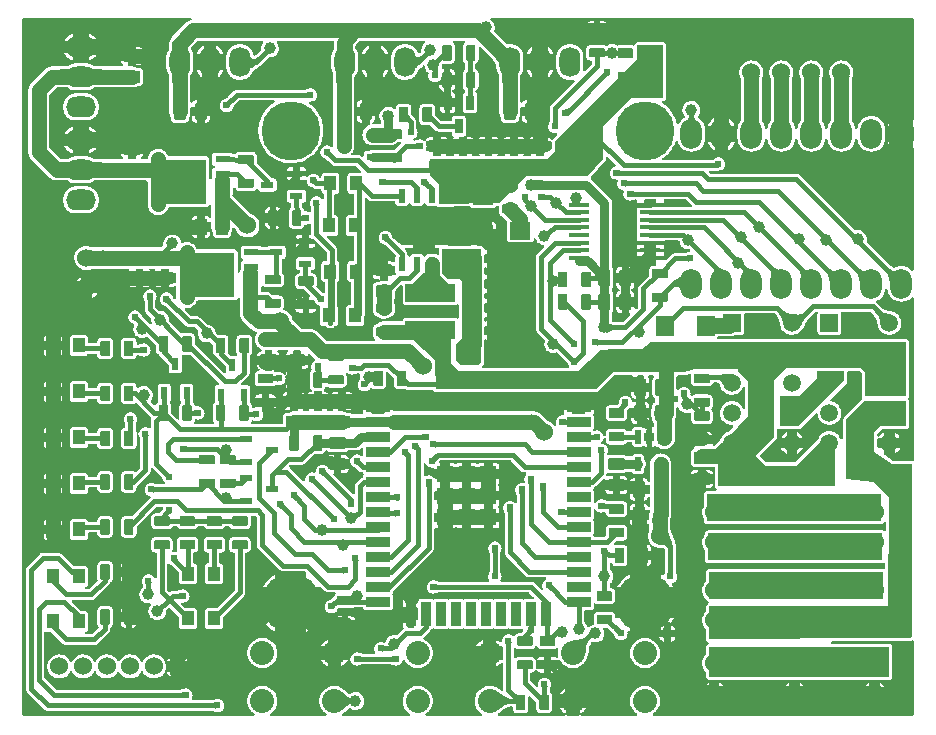
<source format=gtl>
G04 Layer: TopLayer*
G04 EasyEDA v6.5.22, 2023-01-05 17:43:04*
G04 408631a24da54ebd81f1ad95a11f4f05,373fc183506b451e961249744e80b011,10*
G04 Gerber Generator version 0.2*
G04 Scale: 100 percent, Rotated: No, Reflected: No *
G04 Dimensions in inches *
G04 leading zeros omitted , absolute positions ,3 integer and 6 decimal *
%FSLAX36Y36*%
%MOIN*%

%AMMACRO1*21,1,$1,$2,0,0,$3*%
%ADD10C,0.0500*%
%ADD11C,0.0150*%
%ADD12C,0.0300*%
%ADD13C,0.0394*%
%ADD14R,0.0236X0.0421*%
%ADD15R,0.0394X0.0492*%
%ADD16R,0.0787X0.0354*%
%ADD17R,0.0354X0.0787*%
%ADD18R,0.0524X0.0524*%
%ADD19MACRO1,0.068X0.0585X0.0000*%
%ADD20R,0.0680X0.0585*%
%ADD21MACRO1,0.0638X0.0567X-90.0000*%
%ADD22R,0.1653X0.0630*%
%ADD23R,0.0276X0.0492*%
%ADD24R,0.0236X0.0472*%
%ADD25R,0.1378X0.0984*%
%ADD26R,0.0710X0.0160*%
%ADD27R,0.0500X0.0240*%
%ADD28R,0.0402X0.0240*%
%ADD29R,0.1539X0.1500*%
%ADD30R,0.0421X0.0236*%
%ADD31MACRO1,0.0209X0.0408X-90.0000*%
%ADD32R,0.0193X0.0456*%
%ADD33R,0.0193X0.0463*%
%ADD34C,0.0591*%
%ADD35R,0.0591X0.0591*%
%ADD36C,0.0600*%
%ADD37C,0.0800*%
%ADD38O,0.1X0.07*%
%ADD39O,0.07X0.1*%
%ADD40O,0.072835X0.098425*%
%ADD41C,0.1968*%
%ADD42C,0.0240*%
%ADD43C,0.0400*%
%ADD44C,0.0193*%

%LPD*%
G36*
X3141840Y1498580D02*
G01*
X3140320Y1498839D01*
X3139020Y1499660D01*
X3134720Y1503700D01*
X3129980Y1507140D01*
X3124840Y1509960D01*
X3119400Y1512120D01*
X3113740Y1513580D01*
X3107919Y1514319D01*
X3102080Y1514319D01*
X3096259Y1513580D01*
X3090600Y1512120D01*
X3085160Y1509960D01*
X3083200Y1508899D01*
X3082000Y1508460D01*
X3080720Y1508440D01*
X3079500Y1508820D01*
X3077040Y1510080D01*
X3071920Y1513700D01*
X3065760Y1519259D01*
X2990160Y1594880D01*
X2989380Y1595960D01*
X2989020Y1597260D01*
X2989100Y1598620D01*
X2989520Y1600440D01*
X2989880Y1605000D01*
X2989520Y1609560D01*
X2988480Y1614019D01*
X2986780Y1618260D01*
X2984440Y1622180D01*
X2981520Y1625720D01*
X2978100Y1628760D01*
X2974280Y1631240D01*
X2970100Y1633120D01*
X2965680Y1634319D01*
X2961139Y1634860D01*
X2956580Y1634680D01*
X2953460Y1634079D01*
X2952160Y1634040D01*
X2950920Y1634420D01*
X2949860Y1635160D01*
X2766900Y1818120D01*
X2764180Y1820160D01*
X2761259Y1821620D01*
X2758120Y1822500D01*
X2754680Y1822820D01*
X2469700Y1822820D01*
X2468180Y1823140D01*
X2466880Y1824000D01*
X2465400Y1825480D01*
X2464540Y1826759D01*
X2464240Y1828300D01*
X2464540Y1829840D01*
X2465400Y1831120D01*
X2466700Y1832000D01*
X2468240Y1832300D01*
X2490740Y1832320D01*
X2498860Y1833160D01*
X2502580Y1834160D01*
X2506100Y1835780D01*
X2509260Y1838000D01*
X2512000Y1840740D01*
X2514220Y1843899D01*
X2515840Y1847420D01*
X2516840Y1851140D01*
X2517180Y1855000D01*
X2516840Y1858860D01*
X2515840Y1862580D01*
X2514220Y1866100D01*
X2512000Y1869259D01*
X2509260Y1872000D01*
X2506100Y1874220D01*
X2502580Y1875840D01*
X2498860Y1876840D01*
X2495000Y1877180D01*
X2491140Y1876840D01*
X2487420Y1875840D01*
X2483900Y1874220D01*
X2480720Y1871980D01*
X2477820Y1869079D01*
X2476560Y1868160D01*
X2475040Y1867800D01*
X2471900Y1867700D01*
X2310980Y1867700D01*
X2309340Y1868060D01*
X2308000Y1869040D01*
X2307160Y1870500D01*
X2307020Y1872180D01*
X2307560Y1873760D01*
X2308700Y1874980D01*
X2315680Y1879820D01*
X2322680Y1885620D01*
X2329180Y1892000D01*
X2335120Y1898880D01*
X2340480Y1906240D01*
X2345180Y1914019D01*
X2349240Y1922160D01*
X2352480Y1930380D01*
X2353380Y1931740D01*
X2354720Y1932640D01*
X2356320Y1932900D01*
X2357900Y1932540D01*
X2359200Y1931560D01*
X2360000Y1930140D01*
X2361660Y1925040D01*
X2364160Y1919760D01*
X2367300Y1914800D01*
X2371020Y1910300D01*
X2375280Y1906300D01*
X2380020Y1902860D01*
X2385160Y1900040D01*
X2390600Y1897880D01*
X2396260Y1896420D01*
X2402080Y1895680D01*
X2407920Y1895680D01*
X2413740Y1896420D01*
X2419400Y1897880D01*
X2424840Y1900040D01*
X2429980Y1902860D01*
X2434720Y1906300D01*
X2438980Y1910300D01*
X2442700Y1914800D01*
X2445840Y1919760D01*
X2448340Y1925040D01*
X2450140Y1930620D01*
X2451240Y1936360D01*
X2451620Y1942340D01*
X2451620Y1967660D01*
X2451240Y1973640D01*
X2450140Y1979379D01*
X2448340Y1984960D01*
X2445840Y1990240D01*
X2442700Y1995200D01*
X2438980Y1999700D01*
X2434720Y2003700D01*
X2429980Y2007140D01*
X2427780Y2008360D01*
X2426480Y2009500D01*
X2425780Y2011100D01*
X2425840Y2012840D01*
X2426620Y2014400D01*
X2429440Y2017820D01*
X2431780Y2021740D01*
X2433480Y2025980D01*
X2434520Y2030440D01*
X2434880Y2035000D01*
X2434520Y2039560D01*
X2433480Y2044019D01*
X2431780Y2048260D01*
X2429440Y2052180D01*
X2426520Y2055720D01*
X2423100Y2058760D01*
X2419280Y2061240D01*
X2415100Y2063120D01*
X2410680Y2064319D01*
X2406140Y2064860D01*
X2401580Y2064680D01*
X2397080Y2063800D01*
X2392780Y2062260D01*
X2388760Y2060080D01*
X2385120Y2057300D01*
X2381960Y2054000D01*
X2379320Y2050260D01*
X2377300Y2046160D01*
X2375920Y2041800D01*
X2375220Y2037280D01*
X2375220Y2032720D01*
X2375920Y2028200D01*
X2377300Y2023839D01*
X2379320Y2019740D01*
X2381960Y2016000D01*
X2383240Y2014660D01*
X2384040Y2013440D01*
X2384340Y2012020D01*
X2384120Y2010580D01*
X2383400Y2009319D01*
X2382280Y2008380D01*
X2380020Y2007140D01*
X2375280Y2003700D01*
X2371020Y1999700D01*
X2367300Y1995200D01*
X2364160Y1990240D01*
X2363500Y1988880D01*
X2362520Y1987560D01*
X2361080Y1986759D01*
X2359440Y1986600D01*
X2357860Y1987120D01*
X2356640Y1988240D01*
X2355980Y1989740D01*
X2355200Y1993360D01*
X2352580Y2002080D01*
X2349240Y2010540D01*
X2345180Y2018680D01*
X2340480Y2026459D01*
X2335120Y2033820D01*
X2329180Y2040700D01*
X2322680Y2047080D01*
X2315680Y2052880D01*
X2308820Y2057640D01*
X2307700Y2058800D01*
X2307140Y2060300D01*
X2307220Y2061900D01*
X2307920Y2063340D01*
X2309120Y2064400D01*
X2310640Y2064900D01*
X2312260Y2065080D01*
X2314420Y2065840D01*
X2316340Y2067040D01*
X2317960Y2068660D01*
X2319160Y2070580D01*
X2319920Y2072740D01*
X2320200Y2075220D01*
X2320200Y2249780D01*
X2319920Y2252260D01*
X2319160Y2254420D01*
X2317960Y2256340D01*
X2316340Y2257960D01*
X2314420Y2259160D01*
X2312260Y2259920D01*
X2309780Y2260200D01*
X2225220Y2260200D01*
X2222740Y2259920D01*
X2220580Y2259160D01*
X2218660Y2257960D01*
X2217040Y2256340D01*
X2215840Y2254420D01*
X2215100Y2252340D01*
X2214360Y2251060D01*
X2213200Y2250140D01*
X2211800Y2249700D01*
X2210320Y2249800D01*
X2207660Y2250280D01*
X2163520Y2250320D01*
X2160860Y2250080D01*
X2159040Y2249640D01*
X2157420Y2249580D01*
X2155920Y2250180D01*
X2154280Y2251240D01*
X2150100Y2253120D01*
X2145680Y2254320D01*
X2141140Y2254860D01*
X2136580Y2254680D01*
X2132080Y2253800D01*
X2127780Y2252260D01*
X2122040Y2249120D01*
X2120520Y2249000D01*
X2119060Y2249460D01*
X2117540Y2250280D01*
X2116020Y2250860D01*
X2114480Y2251280D01*
X2111560Y2251580D01*
X2068520Y2251580D01*
X2065840Y2251340D01*
X2064319Y2250980D01*
X2062800Y2250420D01*
X2061160Y2249600D01*
X2059780Y2248680D01*
X2058500Y2247560D01*
X2057340Y2246300D01*
X2056380Y2244960D01*
X2055500Y2243320D01*
X2054980Y2242000D01*
X2054480Y2240120D01*
X2054220Y2237260D01*
X2054220Y2213980D01*
X2054420Y2211540D01*
X2054860Y2209620D01*
X2055360Y2208280D01*
X2056200Y2206620D01*
X2057120Y2205260D01*
X2058220Y2203960D01*
X2059500Y2202820D01*
X2060840Y2201860D01*
X2062460Y2200980D01*
X2063980Y2200400D01*
X2065460Y2200000D01*
X2068720Y2199660D01*
X2070120Y2199240D01*
X2071279Y2198360D01*
X2072040Y2197120D01*
X2072300Y2195680D01*
X2072300Y2188980D01*
X2072000Y2187460D01*
X2071120Y2186160D01*
X2050620Y2165660D01*
X2049199Y2164740D01*
X2047540Y2164480D01*
X2045920Y2164940D01*
X2044640Y2166020D01*
X2043899Y2167540D01*
X2043860Y2169220D01*
X2044840Y2174340D01*
X2045200Y2180120D01*
X2045200Y2209880D01*
X2044840Y2215660D01*
X2043779Y2221240D01*
X2042020Y2226640D01*
X2039600Y2231780D01*
X2036560Y2236560D01*
X2032940Y2240940D01*
X2028800Y2244820D01*
X2024220Y2248160D01*
X2019240Y2250900D01*
X2013959Y2252980D01*
X2008460Y2254400D01*
X2002840Y2255100D01*
X1997160Y2255100D01*
X1991540Y2254400D01*
X1986040Y2252980D01*
X1980760Y2250900D01*
X1975780Y2248160D01*
X1971200Y2244820D01*
X1967060Y2240940D01*
X1963440Y2236560D01*
X1960400Y2231780D01*
X1957980Y2226640D01*
X1956220Y2221240D01*
X1955160Y2215660D01*
X1954800Y2209880D01*
X1954800Y2180120D01*
X1955160Y2174340D01*
X1956220Y2168760D01*
X1957980Y2163360D01*
X1960400Y2158220D01*
X1963440Y2153440D01*
X1967060Y2149060D01*
X1971200Y2145180D01*
X1975780Y2141840D01*
X1980760Y2139100D01*
X1986040Y2137020D01*
X1991540Y2135600D01*
X1997160Y2134900D01*
X2002840Y2134900D01*
X2008460Y2135600D01*
X2010600Y2136160D01*
X2012320Y2136220D01*
X2013899Y2135540D01*
X2015060Y2134260D01*
X2015580Y2132620D01*
X2015340Y2130900D01*
X2014420Y2129460D01*
X1937020Y2052020D01*
X1934960Y2049300D01*
X1933520Y2046380D01*
X1932620Y2043240D01*
X1932300Y2039820D01*
X1932300Y2004000D01*
X1932240Y1998740D01*
X1931920Y1995220D01*
X1931160Y1992300D01*
X1929160Y1987640D01*
X1928160Y1983860D01*
X1927820Y1980000D01*
X1928160Y1976140D01*
X1929160Y1972420D01*
X1930780Y1968899D01*
X1933000Y1965740D01*
X1935740Y1963000D01*
X1938899Y1960780D01*
X1942420Y1959160D01*
X1946140Y1958160D01*
X1950000Y1957820D01*
X1953720Y1958140D01*
X1955340Y1957960D01*
X1956740Y1957140D01*
X1957700Y1955840D01*
X1958080Y1954280D01*
X1957800Y1952680D01*
X1956900Y1951320D01*
X1942860Y1937300D01*
X1942260Y1936620D01*
X1941120Y1935720D01*
X1939720Y1935300D01*
X1938280Y1935420D01*
X1936960Y1936020D01*
X1935940Y1937080D01*
X1934319Y1939520D01*
X1933080Y1940900D01*
X1931600Y1942160D01*
X1930240Y1943060D01*
X1928380Y1944000D01*
X1926840Y1944540D01*
X1925040Y1944960D01*
X1922320Y1945200D01*
X1912500Y1945200D01*
X1912500Y1931240D01*
X1935800Y1931240D01*
X1937340Y1930940D01*
X1938620Y1930080D01*
X1939500Y1928779D01*
X1939800Y1927240D01*
X1939800Y1906240D01*
X1939500Y1904700D01*
X1938620Y1903400D01*
X1935140Y1899920D01*
X1933839Y1899060D01*
X1932320Y1898740D01*
X1912500Y1898740D01*
X1912500Y1884199D01*
X1912200Y1882660D01*
X1911320Y1881380D01*
X1910040Y1880500D01*
X1908500Y1880200D01*
X1891500Y1880200D01*
X1889960Y1880500D01*
X1888680Y1881380D01*
X1887800Y1882660D01*
X1887500Y1884199D01*
X1887500Y1898740D01*
X1862360Y1898740D01*
X1862620Y1897020D01*
X1863020Y1895400D01*
X1863760Y1893520D01*
X1864680Y1891860D01*
X1865640Y1890520D01*
X1866900Y1889139D01*
X1869160Y1887300D01*
X1870180Y1886040D01*
X1870620Y1884480D01*
X1870400Y1882860D01*
X1869560Y1881480D01*
X1868220Y1880540D01*
X1866639Y1880200D01*
X1847740Y1880200D01*
X1846120Y1880540D01*
X1844760Y1881519D01*
X1843940Y1882960D01*
X1843760Y1884620D01*
X1844280Y1886200D01*
X1845400Y1887440D01*
X1846339Y1888120D01*
X1847780Y1889420D01*
X1849040Y1890900D01*
X1849940Y1892260D01*
X1850800Y1893940D01*
X1851480Y1895860D01*
X1851840Y1897460D01*
X1851960Y1898740D01*
X1826879Y1898740D01*
X1826879Y1884199D01*
X1826579Y1882660D01*
X1825700Y1881380D01*
X1824400Y1880500D01*
X1822880Y1880200D01*
X1805880Y1880200D01*
X1804340Y1880500D01*
X1803040Y1881380D01*
X1802180Y1882660D01*
X1801879Y1884199D01*
X1801879Y1898740D01*
X1776740Y1898740D01*
X1776980Y1897020D01*
X1777400Y1895400D01*
X1778140Y1893520D01*
X1779060Y1891860D01*
X1780000Y1890520D01*
X1781260Y1889139D01*
X1783520Y1887300D01*
X1784560Y1886040D01*
X1785000Y1884480D01*
X1784780Y1882860D01*
X1783940Y1881480D01*
X1782600Y1880540D01*
X1781000Y1880200D01*
X1762120Y1880200D01*
X1760480Y1880540D01*
X1759139Y1881519D01*
X1758320Y1882960D01*
X1758140Y1884620D01*
X1758660Y1886200D01*
X1759760Y1887440D01*
X1760720Y1888120D01*
X1762160Y1889420D01*
X1763400Y1890900D01*
X1764319Y1892260D01*
X1765180Y1893940D01*
X1765860Y1895860D01*
X1766220Y1897460D01*
X1766320Y1898740D01*
X1741260Y1898740D01*
X1741260Y1884199D01*
X1740940Y1882660D01*
X1740080Y1881380D01*
X1738779Y1880500D01*
X1737260Y1880200D01*
X1720240Y1880200D01*
X1718720Y1880500D01*
X1717420Y1881380D01*
X1716560Y1882660D01*
X1716260Y1884199D01*
X1716260Y1898740D01*
X1691120Y1898740D01*
X1691360Y1897020D01*
X1691780Y1895400D01*
X1692520Y1893520D01*
X1693440Y1891860D01*
X1694379Y1890520D01*
X1695640Y1889139D01*
X1697900Y1887300D01*
X1698940Y1886040D01*
X1699379Y1884480D01*
X1699160Y1882860D01*
X1698300Y1881480D01*
X1696980Y1880540D01*
X1695380Y1880200D01*
X1676500Y1880200D01*
X1674860Y1880540D01*
X1673520Y1881519D01*
X1672680Y1882960D01*
X1672520Y1884620D01*
X1673020Y1886200D01*
X1674139Y1887440D01*
X1675080Y1888120D01*
X1676519Y1889420D01*
X1677780Y1890900D01*
X1678700Y1892260D01*
X1679560Y1893940D01*
X1680240Y1895860D01*
X1680600Y1897460D01*
X1680700Y1898740D01*
X1655620Y1898740D01*
X1655620Y1884199D01*
X1655320Y1882660D01*
X1654460Y1881380D01*
X1653160Y1880500D01*
X1651620Y1880200D01*
X1634620Y1880200D01*
X1633100Y1880500D01*
X1631800Y1881380D01*
X1630920Y1882660D01*
X1630620Y1884199D01*
X1630620Y1898740D01*
X1605500Y1898740D01*
X1605740Y1897020D01*
X1606160Y1895400D01*
X1606900Y1893520D01*
X1607820Y1891860D01*
X1608760Y1890520D01*
X1610020Y1889139D01*
X1612280Y1887300D01*
X1613300Y1886040D01*
X1613740Y1884480D01*
X1613520Y1882860D01*
X1612680Y1881480D01*
X1611360Y1880540D01*
X1609760Y1880200D01*
X1590860Y1880200D01*
X1589240Y1880540D01*
X1587900Y1881519D01*
X1587060Y1882960D01*
X1586879Y1884620D01*
X1587400Y1886200D01*
X1588520Y1887440D01*
X1589460Y1888120D01*
X1590900Y1889420D01*
X1592160Y1890900D01*
X1593060Y1892260D01*
X1593920Y1893940D01*
X1594600Y1895860D01*
X1594960Y1897460D01*
X1595080Y1898740D01*
X1570000Y1898740D01*
X1570000Y1884199D01*
X1569700Y1882660D01*
X1568820Y1881380D01*
X1567540Y1880500D01*
X1566000Y1880200D01*
X1549000Y1880200D01*
X1547460Y1880500D01*
X1546180Y1881380D01*
X1545300Y1882660D01*
X1545000Y1884199D01*
X1545000Y1898740D01*
X1523080Y1898740D01*
X1521519Y1899060D01*
X1520200Y1899980D01*
X1519360Y1901320D01*
X1519079Y1902880D01*
X1519460Y1904440D01*
X1520840Y1907420D01*
X1521840Y1911140D01*
X1522180Y1915000D01*
X1521840Y1918860D01*
X1520840Y1922580D01*
X1519460Y1925560D01*
X1519079Y1927120D01*
X1519360Y1928680D01*
X1520200Y1930020D01*
X1521519Y1930940D01*
X1523080Y1931240D01*
X1545000Y1931240D01*
X1545000Y1945200D01*
X1535200Y1945200D01*
X1531960Y1944860D01*
X1530200Y1944400D01*
X1528700Y1943820D01*
X1526840Y1942800D01*
X1525520Y1941860D01*
X1524100Y1940580D01*
X1522840Y1939100D01*
X1521940Y1937740D01*
X1521080Y1936060D01*
X1520320Y1933940D01*
X1519580Y1932660D01*
X1518440Y1931759D01*
X1517040Y1931300D01*
X1515580Y1931399D01*
X1514259Y1932000D01*
X1511100Y1934220D01*
X1507580Y1935840D01*
X1503860Y1936840D01*
X1500000Y1937180D01*
X1496140Y1936840D01*
X1492360Y1935840D01*
X1487700Y1933839D01*
X1484780Y1933080D01*
X1482360Y1932840D01*
X1480800Y1933040D01*
X1479440Y1933839D01*
X1478480Y1935080D01*
X1478080Y1936620D01*
X1478320Y1938180D01*
X1479120Y1939520D01*
X1480400Y1940460D01*
X1481100Y1940780D01*
X1484259Y1943000D01*
X1487000Y1945740D01*
X1489220Y1948899D01*
X1490840Y1952420D01*
X1491840Y1956140D01*
X1492180Y1960000D01*
X1491840Y1963860D01*
X1490840Y1967640D01*
X1488839Y1972300D01*
X1488080Y1975220D01*
X1487760Y1978980D01*
X1487680Y1996300D01*
X1487220Y1999680D01*
X1486180Y2002780D01*
X1484580Y2005620D01*
X1482380Y2008280D01*
X1472760Y2017900D01*
X1471879Y2019199D01*
X1471579Y2020740D01*
X1471579Y2041480D01*
X1471339Y2044160D01*
X1470980Y2045680D01*
X1470420Y2047200D01*
X1469600Y2048839D01*
X1468680Y2050220D01*
X1467560Y2051500D01*
X1466300Y2052660D01*
X1464960Y2053620D01*
X1463320Y2054500D01*
X1462000Y2055020D01*
X1460120Y2055520D01*
X1457260Y2055780D01*
X1433980Y2055780D01*
X1431540Y2055580D01*
X1429620Y2055140D01*
X1428280Y2054640D01*
X1426620Y2053800D01*
X1425260Y2052880D01*
X1423959Y2051780D01*
X1422820Y2050500D01*
X1421860Y2049160D01*
X1420980Y2047540D01*
X1420400Y2046020D01*
X1420000Y2044540D01*
X1419680Y2041720D01*
X1419160Y2040160D01*
X1418080Y2038940D01*
X1416600Y2038260D01*
X1414960Y2038240D01*
X1413440Y2038860D01*
X1410100Y2041140D01*
X1406020Y2043100D01*
X1401720Y2044440D01*
X1397260Y2045100D01*
X1392740Y2045100D01*
X1388280Y2044440D01*
X1383980Y2043100D01*
X1379900Y2041140D01*
X1376180Y2038600D01*
X1372880Y2035540D01*
X1370060Y2032000D01*
X1367800Y2028100D01*
X1366160Y2023899D01*
X1365140Y2019500D01*
X1364820Y2015000D01*
X1365140Y2010500D01*
X1366160Y2006080D01*
X1367400Y2002820D01*
X1368660Y1999800D01*
X1369180Y1998020D01*
X1369540Y1996100D01*
X1369800Y1993400D01*
X1369800Y1991600D01*
X1369500Y1990060D01*
X1368620Y1988779D01*
X1367340Y1987900D01*
X1365800Y1987600D01*
X1345720Y1987600D01*
X1344100Y1987940D01*
X1342740Y1988920D01*
X1341920Y1990380D01*
X1341740Y1992020D01*
X1342260Y1993620D01*
X1343380Y1994840D01*
X1344460Y1995620D01*
X1345900Y1996920D01*
X1347160Y1998400D01*
X1348060Y1999760D01*
X1349000Y2001620D01*
X1349540Y2003160D01*
X1349960Y2004960D01*
X1350200Y2007680D01*
X1350200Y2013740D01*
X1332500Y2013740D01*
X1332500Y1988500D01*
X1332180Y1986920D01*
X1331260Y1985600D01*
X1329900Y1984740D01*
X1329000Y1984400D01*
X1324600Y1982000D01*
X1320580Y1979000D01*
X1317020Y1975440D01*
X1314019Y1971420D01*
X1311620Y1967020D01*
X1309860Y1962320D01*
X1308779Y1957400D01*
X1308440Y1952400D01*
X1308779Y1947400D01*
X1309860Y1942480D01*
X1311620Y1937780D01*
X1314019Y1933380D01*
X1317020Y1929360D01*
X1320580Y1925800D01*
X1324600Y1922800D01*
X1329000Y1920400D01*
X1333700Y1918640D01*
X1338620Y1917560D01*
X1343760Y1917200D01*
X1398620Y1917200D01*
X1403779Y1917560D01*
X1408680Y1918640D01*
X1413380Y1920400D01*
X1417800Y1922800D01*
X1421819Y1925800D01*
X1423260Y1927240D01*
X1424560Y1928120D01*
X1426080Y1928420D01*
X1433100Y1928420D01*
X1434640Y1928120D01*
X1435940Y1927240D01*
X1436800Y1925960D01*
X1437100Y1924420D01*
X1436800Y1922880D01*
X1435940Y1921600D01*
X1418140Y1903800D01*
X1416699Y1902880D01*
X1415020Y1902640D01*
X1412880Y1902800D01*
X1343779Y1902800D01*
X1339480Y1902440D01*
X1335440Y1901420D01*
X1332080Y1899940D01*
X1330480Y1899600D01*
X1322780Y1899600D01*
X1320280Y1899319D01*
X1318140Y1898580D01*
X1316220Y1897360D01*
X1314600Y1895760D01*
X1313380Y1893820D01*
X1312640Y1891680D01*
X1312360Y1889180D01*
X1312360Y1882860D01*
X1311960Y1881140D01*
X1310880Y1879760D01*
X1309300Y1878980D01*
X1307540Y1878940D01*
X1305940Y1879660D01*
X1303160Y1881759D01*
X1300240Y1883220D01*
X1297100Y1884120D01*
X1293660Y1884440D01*
X1275100Y1884440D01*
X1273580Y1884740D01*
X1272280Y1885600D01*
X1271420Y1886900D01*
X1271100Y1888440D01*
X1271420Y1889960D01*
X1272280Y1891260D01*
X1272980Y1891960D01*
X1275980Y1895980D01*
X1278380Y1900380D01*
X1280140Y1905080D01*
X1281220Y1910000D01*
X1281579Y1915140D01*
X1281620Y2140400D01*
X1281759Y2146320D01*
X1282020Y2147620D01*
X1282680Y2148780D01*
X1286560Y2153440D01*
X1289600Y2158220D01*
X1292020Y2163360D01*
X1293779Y2168760D01*
X1294840Y2174340D01*
X1295200Y2180120D01*
X1295200Y2209880D01*
X1294840Y2215660D01*
X1293779Y2221240D01*
X1292020Y2226640D01*
X1289600Y2231780D01*
X1285500Y2238200D01*
X1285240Y2239480D01*
X1285200Y2248760D01*
X1285500Y2250300D01*
X1286380Y2251600D01*
X1298400Y2263620D01*
X1299700Y2264500D01*
X1301240Y2264800D01*
X1513120Y2264800D01*
X1514720Y2264460D01*
X1516060Y2263500D01*
X1516900Y2262080D01*
X1517100Y2260440D01*
X1516620Y2258860D01*
X1511960Y2254000D01*
X1509319Y2250260D01*
X1507300Y2246160D01*
X1505920Y2241800D01*
X1505220Y2237280D01*
X1505240Y2231340D01*
X1504840Y2230140D01*
X1504120Y2229140D01*
X1500380Y2225440D01*
X1498600Y2224000D01*
X1497240Y2223260D01*
X1495700Y2223120D01*
X1494220Y2223540D01*
X1493020Y2224520D01*
X1492280Y2225860D01*
X1492020Y2226640D01*
X1489600Y2231780D01*
X1486560Y2236560D01*
X1482940Y2240940D01*
X1478800Y2244820D01*
X1474220Y2248160D01*
X1469240Y2250900D01*
X1463959Y2252980D01*
X1458460Y2254400D01*
X1452840Y2255100D01*
X1447160Y2255100D01*
X1441540Y2254400D01*
X1436040Y2252980D01*
X1430760Y2250900D01*
X1425780Y2248160D01*
X1421200Y2244820D01*
X1417060Y2240940D01*
X1413440Y2236560D01*
X1410400Y2231780D01*
X1407980Y2226640D01*
X1406220Y2221240D01*
X1405160Y2215660D01*
X1404800Y2209880D01*
X1404800Y2180120D01*
X1405160Y2174340D01*
X1406220Y2168760D01*
X1407980Y2163360D01*
X1410400Y2158220D01*
X1413440Y2153440D01*
X1417060Y2149060D01*
X1421200Y2145180D01*
X1425780Y2141840D01*
X1430760Y2139100D01*
X1436040Y2137020D01*
X1441540Y2135600D01*
X1447160Y2134900D01*
X1452840Y2134900D01*
X1458460Y2135600D01*
X1463959Y2137020D01*
X1469240Y2139100D01*
X1474220Y2141840D01*
X1478800Y2145180D01*
X1482940Y2149060D01*
X1486560Y2153440D01*
X1489600Y2158220D01*
X1492020Y2163360D01*
X1493440Y2167740D01*
X1493940Y2168760D01*
X1494700Y2169600D01*
X1497360Y2171780D01*
X1502220Y2176320D01*
X1508660Y2182940D01*
X1510120Y2183920D01*
X1511879Y2184180D01*
X1513560Y2183640D01*
X1514860Y2182440D01*
X1515520Y2180800D01*
X1515920Y2178200D01*
X1517300Y2173840D01*
X1519319Y2169740D01*
X1521960Y2166000D01*
X1525120Y2162700D01*
X1527480Y2160900D01*
X1528500Y2159740D01*
X1529019Y2158260D01*
X1528920Y2156700D01*
X1528160Y2153860D01*
X1527820Y2150000D01*
X1528160Y2146140D01*
X1529160Y2142420D01*
X1530780Y2138900D01*
X1533000Y2135740D01*
X1535740Y2133000D01*
X1538899Y2130780D01*
X1542420Y2129160D01*
X1546140Y2128160D01*
X1550000Y2127820D01*
X1553860Y2128160D01*
X1557580Y2129160D01*
X1561100Y2130780D01*
X1564259Y2133000D01*
X1567000Y2135740D01*
X1569220Y2138900D01*
X1570840Y2142420D01*
X1572280Y2148060D01*
X1573180Y2149240D01*
X1574420Y2150020D01*
X1575880Y2150300D01*
X1580260Y2150300D01*
X1580260Y2170740D01*
X1577320Y2170720D01*
X1575900Y2170960D01*
X1574660Y2171680D01*
X1573760Y2172820D01*
X1573320Y2174180D01*
X1573380Y2175640D01*
X1574520Y2180440D01*
X1574880Y2185500D01*
X1575260Y2186940D01*
X1576140Y2188140D01*
X1577400Y2188940D01*
X1578860Y2189200D01*
X1602280Y2189200D01*
X1604720Y2189420D01*
X1606639Y2189860D01*
X1607980Y2190360D01*
X1609640Y2191200D01*
X1611000Y2192120D01*
X1612300Y2193220D01*
X1613440Y2194500D01*
X1614400Y2195840D01*
X1615280Y2197460D01*
X1615860Y2198980D01*
X1616279Y2200520D01*
X1616579Y2203440D01*
X1616579Y2246480D01*
X1616339Y2249160D01*
X1615980Y2250680D01*
X1615420Y2252200D01*
X1614600Y2253840D01*
X1613680Y2255220D01*
X1612560Y2256500D01*
X1611100Y2257840D01*
X1610140Y2259120D01*
X1609780Y2260660D01*
X1610040Y2262240D01*
X1610900Y2263580D01*
X1612220Y2264480D01*
X1613779Y2264800D01*
X1646260Y2264800D01*
X1647820Y2264480D01*
X1649139Y2263560D01*
X1650000Y2262200D01*
X1650240Y2260600D01*
X1649840Y2259040D01*
X1648860Y2257780D01*
X1647700Y2256780D01*
X1646560Y2255500D01*
X1645600Y2254160D01*
X1644720Y2252540D01*
X1644139Y2251020D01*
X1643720Y2249480D01*
X1643420Y2246560D01*
X1643420Y2203520D01*
X1643660Y2200840D01*
X1644019Y2199320D01*
X1644580Y2197800D01*
X1645400Y2196160D01*
X1646320Y2194780D01*
X1647440Y2193480D01*
X1648400Y2192600D01*
X1649360Y2191260D01*
X1649700Y2189660D01*
X1649700Y2170340D01*
X1649360Y2168740D01*
X1648400Y2167400D01*
X1647440Y2166520D01*
X1646320Y2165220D01*
X1645400Y2163840D01*
X1644580Y2162200D01*
X1644019Y2160680D01*
X1643660Y2159160D01*
X1643420Y2156480D01*
X1643420Y2113440D01*
X1643720Y2110520D01*
X1644139Y2108980D01*
X1644720Y2107460D01*
X1645600Y2105840D01*
X1646560Y2104500D01*
X1648360Y2102660D01*
X1649340Y2101300D01*
X1649700Y2099660D01*
X1649700Y2095660D01*
X1649480Y2094340D01*
X1648820Y2093160D01*
X1647280Y2091920D01*
X1645660Y2090320D01*
X1644460Y2088380D01*
X1643700Y2086240D01*
X1643420Y2083740D01*
X1643420Y2034980D01*
X1643700Y2032500D01*
X1644460Y2030340D01*
X1645660Y2028420D01*
X1647280Y2026800D01*
X1649199Y2025600D01*
X1651360Y2024840D01*
X1653839Y2024560D01*
X1680960Y2024560D01*
X1683440Y2024840D01*
X1685600Y2025600D01*
X1687520Y2026800D01*
X1689139Y2028420D01*
X1690340Y2030340D01*
X1691100Y2032500D01*
X1691380Y2034980D01*
X1691380Y2083740D01*
X1691100Y2086240D01*
X1690340Y2088380D01*
X1689139Y2090320D01*
X1687520Y2091920D01*
X1685980Y2093180D01*
X1685320Y2094340D01*
X1685100Y2095660D01*
X1685100Y2097060D01*
X1685360Y2098460D01*
X1686080Y2099680D01*
X1687180Y2100560D01*
X1688680Y2101380D01*
X1690040Y2102340D01*
X1691300Y2103500D01*
X1692420Y2104780D01*
X1693340Y2106160D01*
X1694160Y2107800D01*
X1694720Y2109320D01*
X1695080Y2110840D01*
X1695320Y2113520D01*
X1695320Y2156560D01*
X1695020Y2159480D01*
X1694600Y2161020D01*
X1694019Y2162540D01*
X1693140Y2164160D01*
X1692180Y2165500D01*
X1691040Y2166780D01*
X1689740Y2167880D01*
X1688360Y2168820D01*
X1687240Y2169400D01*
X1686100Y2170280D01*
X1685360Y2171520D01*
X1685100Y2172940D01*
X1685100Y2187060D01*
X1685360Y2188480D01*
X1686100Y2189720D01*
X1687240Y2190600D01*
X1688360Y2191180D01*
X1689740Y2192120D01*
X1691040Y2193220D01*
X1692180Y2194500D01*
X1693140Y2195840D01*
X1694019Y2197460D01*
X1694600Y2198980D01*
X1695020Y2200520D01*
X1695320Y2203440D01*
X1695320Y2240240D01*
X1695620Y2241780D01*
X1696500Y2243080D01*
X1697780Y2243940D01*
X1699319Y2244240D01*
X1700860Y2243940D01*
X1702140Y2243080D01*
X1742840Y2202380D01*
X1745600Y2199440D01*
X1748800Y2195660D01*
X1751440Y2192060D01*
X1753660Y2188440D01*
X1754700Y2186120D01*
X1754800Y2185200D01*
X1754800Y2180120D01*
X1755160Y2174340D01*
X1756220Y2168760D01*
X1757980Y2163360D01*
X1760400Y2158220D01*
X1764500Y2151800D01*
X1764760Y2150520D01*
X1764800Y2030140D01*
X1765160Y2025000D01*
X1766240Y2020080D01*
X1768000Y2015380D01*
X1769319Y2012960D01*
X1769680Y2012040D01*
X1769800Y2011040D01*
X1769800Y2007680D01*
X1770040Y2004960D01*
X1770460Y2003160D01*
X1771000Y2001620D01*
X1771940Y1999760D01*
X1772840Y1998400D01*
X1774100Y1996920D01*
X1775520Y1995640D01*
X1776860Y1994680D01*
X1778520Y1993760D01*
X1780400Y1993020D01*
X1781940Y1992640D01*
X1785200Y1992300D01*
X1814820Y1992300D01*
X1817540Y1992540D01*
X1819139Y1992900D01*
X1821060Y1993580D01*
X1822740Y1994440D01*
X1824100Y1995340D01*
X1825580Y1996600D01*
X1826860Y1998020D01*
X1827820Y1999360D01*
X1828740Y2001020D01*
X1829480Y2002900D01*
X1829880Y2004520D01*
X1830140Y2006260D01*
X1830200Y2011100D01*
X1830320Y2012040D01*
X1830660Y2012900D01*
X1832260Y2015960D01*
X1833280Y2017160D01*
X1833160Y2017640D01*
X1833420Y2019139D01*
X1833760Y2020080D01*
X1834840Y2025000D01*
X1835200Y2030140D01*
X1835200Y2042240D01*
X1835500Y2043779D01*
X1836380Y2045080D01*
X1837660Y2045940D01*
X1839199Y2046240D01*
X1857500Y2046240D01*
X1857500Y2067700D01*
X1855200Y2067700D01*
X1851940Y2067360D01*
X1850400Y2066980D01*
X1848520Y2066240D01*
X1846860Y2065320D01*
X1845520Y2064360D01*
X1844139Y2063100D01*
X1842300Y2060840D01*
X1841040Y2059820D01*
X1839480Y2059379D01*
X1837860Y2059600D01*
X1836480Y2060440D01*
X1835540Y2061780D01*
X1835200Y2063360D01*
X1835240Y2150520D01*
X1835500Y2151800D01*
X1839600Y2158220D01*
X1842020Y2163360D01*
X1843779Y2168760D01*
X1844840Y2174340D01*
X1845200Y2180120D01*
X1845200Y2209880D01*
X1844840Y2215660D01*
X1843779Y2221240D01*
X1842020Y2226640D01*
X1839600Y2231780D01*
X1836560Y2236560D01*
X1832940Y2240940D01*
X1828800Y2244820D01*
X1824220Y2248160D01*
X1819240Y2250900D01*
X1813959Y2252980D01*
X1808460Y2254400D01*
X1802840Y2255100D01*
X1797160Y2255100D01*
X1792460Y2254500D01*
X1791260Y2254540D01*
X1790100Y2254940D01*
X1789139Y2255640D01*
X1749000Y2295780D01*
X1748140Y2297060D01*
X1747840Y2298580D01*
X1748120Y2300100D01*
X1748480Y2300980D01*
X1749520Y2305440D01*
X1749880Y2310000D01*
X1749520Y2314560D01*
X1748480Y2319020D01*
X1746780Y2323260D01*
X1744440Y2327180D01*
X1741519Y2330720D01*
X1738100Y2333760D01*
X1736740Y2334640D01*
X1735540Y2335840D01*
X1734960Y2337440D01*
X1735080Y2339140D01*
X1735900Y2340620D01*
X1737260Y2341640D01*
X1738920Y2342000D01*
X3141360Y2342020D01*
X3142900Y2341720D01*
X3144200Y2340860D01*
X3145059Y2339560D01*
X3145360Y2338020D01*
X3145520Y2002800D01*
X3145220Y2001279D01*
X3144380Y2000000D01*
X3143120Y1999120D01*
X3141600Y1998800D01*
X3140080Y1999060D01*
X3138780Y1999880D01*
X3134720Y2003700D01*
X3129980Y2007140D01*
X3125700Y2009500D01*
X3125700Y1982100D01*
X3141540Y1982100D01*
X3143060Y1981800D01*
X3144360Y1980940D01*
X3145220Y1979640D01*
X3145539Y1978100D01*
X3145560Y1931900D01*
X3145260Y1930360D01*
X3144380Y1929060D01*
X3143080Y1928200D01*
X3141560Y1927900D01*
X3125700Y1927900D01*
X3125700Y1900500D01*
X3129980Y1902860D01*
X3134720Y1906300D01*
X3138820Y1910160D01*
X3140140Y1910980D01*
X3141640Y1911240D01*
X3143159Y1910920D01*
X3144420Y1910040D01*
X3145260Y1908760D01*
X3145560Y1907240D01*
X3145760Y1502580D01*
X3145460Y1501060D01*
X3144620Y1499780D01*
X3143340Y1498899D01*
G37*

%LPC*%
G36*
X2602080Y1895680D02*
G01*
X2607919Y1895680D01*
X2613740Y1896420D01*
X2619400Y1897880D01*
X2624840Y1900040D01*
X2629980Y1902860D01*
X2634720Y1906300D01*
X2638980Y1910300D01*
X2642700Y1914800D01*
X2645840Y1919760D01*
X2648340Y1925040D01*
X2650140Y1930620D01*
X2651080Y1935460D01*
X2651660Y1936920D01*
X2652760Y1938040D01*
X2654220Y1938640D01*
X2655779Y1938640D01*
X2657240Y1938040D01*
X2658340Y1936920D01*
X2658920Y1935460D01*
X2659860Y1930620D01*
X2661660Y1925040D01*
X2664160Y1919760D01*
X2667300Y1914800D01*
X2671019Y1910300D01*
X2675280Y1906300D01*
X2680020Y1902860D01*
X2685160Y1900040D01*
X2690600Y1897880D01*
X2696259Y1896420D01*
X2702080Y1895680D01*
X2707919Y1895680D01*
X2713740Y1896420D01*
X2719400Y1897880D01*
X2724840Y1900040D01*
X2729980Y1902860D01*
X2734720Y1906300D01*
X2738980Y1910300D01*
X2742700Y1914800D01*
X2745840Y1919760D01*
X2748340Y1925040D01*
X2750140Y1930620D01*
X2751080Y1935460D01*
X2751660Y1936920D01*
X2752760Y1938040D01*
X2754220Y1938640D01*
X2755779Y1938640D01*
X2757240Y1938040D01*
X2758340Y1936920D01*
X2758920Y1935460D01*
X2759860Y1930620D01*
X2761660Y1925040D01*
X2764160Y1919760D01*
X2767300Y1914800D01*
X2771019Y1910300D01*
X2775280Y1906300D01*
X2780020Y1902860D01*
X2785160Y1900040D01*
X2790600Y1897880D01*
X2796259Y1896420D01*
X2802080Y1895680D01*
X2807919Y1895680D01*
X2813740Y1896420D01*
X2819400Y1897880D01*
X2824840Y1900040D01*
X2829980Y1902860D01*
X2834720Y1906300D01*
X2838980Y1910300D01*
X2842700Y1914800D01*
X2845840Y1919760D01*
X2848340Y1925040D01*
X2850140Y1930620D01*
X2851080Y1935460D01*
X2851660Y1936920D01*
X2852760Y1938040D01*
X2854220Y1938640D01*
X2855779Y1938640D01*
X2857240Y1938040D01*
X2858340Y1936920D01*
X2858920Y1935460D01*
X2859860Y1930620D01*
X2861660Y1925040D01*
X2864160Y1919760D01*
X2867300Y1914800D01*
X2871019Y1910300D01*
X2875280Y1906300D01*
X2880020Y1902860D01*
X2885160Y1900040D01*
X2890600Y1897880D01*
X2896259Y1896420D01*
X2902080Y1895680D01*
X2907919Y1895680D01*
X2913740Y1896420D01*
X2919400Y1897880D01*
X2924840Y1900040D01*
X2929980Y1902860D01*
X2934720Y1906300D01*
X2938980Y1910300D01*
X2942700Y1914800D01*
X2945840Y1919760D01*
X2948340Y1925040D01*
X2950140Y1930620D01*
X2951080Y1935460D01*
X2951660Y1936920D01*
X2952760Y1938040D01*
X2954220Y1938640D01*
X2955779Y1938640D01*
X2957240Y1938040D01*
X2958340Y1936920D01*
X2958920Y1935460D01*
X2959860Y1930620D01*
X2961660Y1925040D01*
X2964160Y1919760D01*
X2967300Y1914800D01*
X2971019Y1910300D01*
X2975280Y1906300D01*
X2980020Y1902860D01*
X2985160Y1900040D01*
X2990600Y1897880D01*
X2996259Y1896420D01*
X3002080Y1895680D01*
X3007919Y1895680D01*
X3013740Y1896420D01*
X3019400Y1897880D01*
X3024840Y1900040D01*
X3029980Y1902860D01*
X3034720Y1906300D01*
X3038980Y1910300D01*
X3042700Y1914800D01*
X3045840Y1919760D01*
X3048340Y1925040D01*
X3050140Y1930620D01*
X3051240Y1936360D01*
X3051620Y1942340D01*
X3051620Y1967660D01*
X3051240Y1973640D01*
X3050140Y1979379D01*
X3048340Y1984960D01*
X3045840Y1990240D01*
X3042700Y1995200D01*
X3038980Y1999700D01*
X3034720Y2003700D01*
X3029980Y2007140D01*
X3024840Y2009960D01*
X3019400Y2012120D01*
X3013740Y2013580D01*
X3007919Y2014319D01*
X3002080Y2014319D01*
X2996259Y2013580D01*
X2990600Y2012120D01*
X2985160Y2009960D01*
X2980020Y2007140D01*
X2975280Y2003700D01*
X2971019Y1999700D01*
X2967300Y1995200D01*
X2964160Y1990240D01*
X2961660Y1984960D01*
X2959860Y1979379D01*
X2958920Y1974540D01*
X2958340Y1973080D01*
X2957240Y1971960D01*
X2955779Y1971360D01*
X2954220Y1971360D01*
X2952760Y1971960D01*
X2951660Y1973080D01*
X2951080Y1974540D01*
X2950140Y1979379D01*
X2948340Y1984960D01*
X2945840Y1990240D01*
X2942700Y1995200D01*
X2941520Y1996639D01*
X2940860Y1997740D01*
X2940600Y1998980D01*
X2940320Y2004620D01*
X2940200Y2011100D01*
X2940200Y2138360D01*
X2940760Y2141220D01*
X2941700Y2143820D01*
X2942960Y2146820D01*
X2944380Y2152000D01*
X2945100Y2157320D01*
X2945100Y2162680D01*
X2944380Y2168000D01*
X2942960Y2173180D01*
X2940880Y2178120D01*
X2938140Y2182740D01*
X2934800Y2186960D01*
X2930940Y2190700D01*
X2926620Y2193880D01*
X2921920Y2196460D01*
X2916900Y2198380D01*
X2911680Y2199640D01*
X2906340Y2200180D01*
X2900980Y2200000D01*
X2895680Y2199100D01*
X2890560Y2197500D01*
X2885680Y2195240D01*
X2881160Y2192360D01*
X2877060Y2188900D01*
X2873460Y2184920D01*
X2870419Y2180480D01*
X2868000Y2175700D01*
X2866240Y2170620D01*
X2865160Y2165360D01*
X2864800Y2160000D01*
X2865160Y2154640D01*
X2866240Y2149380D01*
X2868060Y2144160D01*
X2869400Y2140700D01*
X2869800Y2138360D01*
X2869800Y2011020D01*
X2869680Y2004500D01*
X2869400Y1998980D01*
X2869140Y1997740D01*
X2868480Y1996639D01*
X2867300Y1995200D01*
X2864160Y1990240D01*
X2861660Y1984960D01*
X2859860Y1979379D01*
X2858920Y1974540D01*
X2858340Y1973080D01*
X2857240Y1971960D01*
X2855779Y1971360D01*
X2854220Y1971360D01*
X2852760Y1971960D01*
X2851660Y1973080D01*
X2851080Y1974540D01*
X2850140Y1979379D01*
X2848340Y1984960D01*
X2845840Y1990240D01*
X2842700Y1995200D01*
X2841520Y1996639D01*
X2840860Y1997740D01*
X2840600Y1998980D01*
X2840320Y2004620D01*
X2840200Y2011100D01*
X2840200Y2138360D01*
X2840760Y2141220D01*
X2841700Y2143820D01*
X2842960Y2146820D01*
X2844380Y2152000D01*
X2845100Y2157320D01*
X2845100Y2162680D01*
X2844380Y2168000D01*
X2842960Y2173180D01*
X2840880Y2178120D01*
X2838140Y2182740D01*
X2834800Y2186960D01*
X2830940Y2190700D01*
X2826620Y2193880D01*
X2821920Y2196460D01*
X2816900Y2198380D01*
X2811680Y2199640D01*
X2806340Y2200180D01*
X2800980Y2200000D01*
X2795680Y2199100D01*
X2790560Y2197500D01*
X2785680Y2195240D01*
X2781160Y2192360D01*
X2777060Y2188900D01*
X2773460Y2184920D01*
X2770419Y2180480D01*
X2768000Y2175700D01*
X2766240Y2170620D01*
X2765160Y2165360D01*
X2764800Y2160000D01*
X2765160Y2154640D01*
X2766240Y2149380D01*
X2768060Y2144160D01*
X2769400Y2140700D01*
X2769800Y2138360D01*
X2769800Y2011020D01*
X2769680Y2004500D01*
X2769400Y1998980D01*
X2769140Y1997740D01*
X2768480Y1996639D01*
X2767300Y1995200D01*
X2764160Y1990240D01*
X2761660Y1984960D01*
X2759860Y1979379D01*
X2758920Y1974540D01*
X2758340Y1973080D01*
X2757240Y1971960D01*
X2755779Y1971360D01*
X2754220Y1971360D01*
X2752760Y1971960D01*
X2751660Y1973080D01*
X2751080Y1974540D01*
X2750140Y1979379D01*
X2748340Y1984960D01*
X2745840Y1990240D01*
X2742700Y1995200D01*
X2741520Y1996639D01*
X2740860Y1997740D01*
X2740600Y1998980D01*
X2740320Y2004620D01*
X2740200Y2011100D01*
X2740200Y2138360D01*
X2740760Y2141220D01*
X2741700Y2143820D01*
X2742960Y2146820D01*
X2744380Y2152000D01*
X2745100Y2157320D01*
X2745100Y2162680D01*
X2744380Y2168000D01*
X2742960Y2173180D01*
X2740880Y2178120D01*
X2738140Y2182740D01*
X2734800Y2186960D01*
X2730940Y2190700D01*
X2726620Y2193880D01*
X2721920Y2196460D01*
X2716900Y2198380D01*
X2711680Y2199640D01*
X2706340Y2200180D01*
X2700980Y2200000D01*
X2695680Y2199100D01*
X2690560Y2197500D01*
X2685680Y2195240D01*
X2681160Y2192360D01*
X2677060Y2188900D01*
X2673460Y2184920D01*
X2670419Y2180480D01*
X2668000Y2175700D01*
X2666240Y2170620D01*
X2665160Y2165360D01*
X2664800Y2160000D01*
X2665160Y2154640D01*
X2666240Y2149380D01*
X2668060Y2144160D01*
X2669400Y2140700D01*
X2669800Y2138360D01*
X2669800Y2011020D01*
X2669680Y2004500D01*
X2669400Y1998980D01*
X2669140Y1997740D01*
X2668480Y1996639D01*
X2667300Y1995200D01*
X2664160Y1990240D01*
X2661660Y1984960D01*
X2659860Y1979379D01*
X2658920Y1974540D01*
X2658340Y1973080D01*
X2657240Y1971960D01*
X2655779Y1971360D01*
X2654220Y1971360D01*
X2652760Y1971960D01*
X2651660Y1973080D01*
X2651080Y1974540D01*
X2650140Y1979379D01*
X2648340Y1984960D01*
X2645840Y1990240D01*
X2642700Y1995200D01*
X2641520Y1996639D01*
X2640860Y1997740D01*
X2640600Y1998980D01*
X2640320Y2004620D01*
X2640200Y2011100D01*
X2640200Y2138360D01*
X2640760Y2141220D01*
X2641700Y2143820D01*
X2642960Y2146820D01*
X2644380Y2152000D01*
X2645100Y2157320D01*
X2645100Y2162680D01*
X2644380Y2168000D01*
X2642960Y2173180D01*
X2640880Y2178120D01*
X2638140Y2182740D01*
X2634800Y2186960D01*
X2630940Y2190700D01*
X2626620Y2193880D01*
X2621920Y2196460D01*
X2616900Y2198380D01*
X2611680Y2199640D01*
X2606340Y2200180D01*
X2600980Y2200000D01*
X2595680Y2199100D01*
X2590560Y2197500D01*
X2585680Y2195240D01*
X2581160Y2192360D01*
X2577060Y2188900D01*
X2573460Y2184920D01*
X2570419Y2180480D01*
X2568000Y2175700D01*
X2566240Y2170620D01*
X2565160Y2165360D01*
X2564800Y2160000D01*
X2565160Y2154640D01*
X2566240Y2149380D01*
X2568060Y2144160D01*
X2569400Y2140700D01*
X2569800Y2138360D01*
X2569800Y2011020D01*
X2569680Y2004500D01*
X2569400Y1998980D01*
X2569140Y1997740D01*
X2568480Y1996639D01*
X2567300Y1995200D01*
X2564160Y1990240D01*
X2561660Y1984960D01*
X2559860Y1979379D01*
X2558760Y1973640D01*
X2558380Y1967660D01*
X2558380Y1942340D01*
X2558760Y1936360D01*
X2559860Y1930620D01*
X2561660Y1925040D01*
X2564160Y1919760D01*
X2567300Y1914800D01*
X2571019Y1910300D01*
X2575280Y1906300D01*
X2580020Y1902860D01*
X2585160Y1900040D01*
X2590600Y1897880D01*
X2596259Y1896420D01*
G37*
G36*
X2525700Y1900500D02*
G01*
X2529980Y1902860D01*
X2534720Y1906300D01*
X2538980Y1910300D01*
X2542700Y1914800D01*
X2545840Y1919760D01*
X2548340Y1925040D01*
X2549260Y1927900D01*
X2525700Y1927900D01*
G37*
G36*
X2484300Y1900500D02*
G01*
X2484300Y1927900D01*
X2460740Y1927900D01*
X2461660Y1925040D01*
X2464160Y1919760D01*
X2467300Y1914800D01*
X2471020Y1910300D01*
X2475280Y1906300D01*
X2480020Y1902860D01*
G37*
G36*
X3084300Y1900500D02*
G01*
X3084300Y1927900D01*
X3060740Y1927900D01*
X3061660Y1925040D01*
X3064160Y1919760D01*
X3067300Y1914800D01*
X3071019Y1910300D01*
X3075280Y1906300D01*
X3080020Y1902860D01*
G37*
G36*
X1691180Y1931240D02*
G01*
X1716260Y1931240D01*
X1716260Y1945200D01*
X1706459Y1945200D01*
X1703200Y1944860D01*
X1701459Y1944400D01*
X1699940Y1943820D01*
X1698100Y1942800D01*
X1696780Y1941860D01*
X1695340Y1940580D01*
X1694100Y1939100D01*
X1693180Y1937740D01*
X1692320Y1936060D01*
X1691639Y1934139D01*
X1691279Y1932540D01*
G37*
G36*
X1776800Y1931240D02*
G01*
X1801879Y1931240D01*
X1801879Y1945200D01*
X1792080Y1945200D01*
X1788839Y1944860D01*
X1787080Y1944400D01*
X1785560Y1943820D01*
X1783720Y1942800D01*
X1782400Y1941860D01*
X1780980Y1940580D01*
X1779720Y1939100D01*
X1778800Y1937740D01*
X1777940Y1936060D01*
X1777260Y1934139D01*
X1776900Y1932540D01*
G37*
G36*
X1862420Y1931240D02*
G01*
X1887500Y1931240D01*
X1887500Y1945200D01*
X1877700Y1945200D01*
X1874460Y1944860D01*
X1872700Y1944400D01*
X1871200Y1943820D01*
X1869340Y1942800D01*
X1868020Y1941860D01*
X1866600Y1940580D01*
X1865340Y1939100D01*
X1864440Y1937740D01*
X1863580Y1936060D01*
X1862900Y1934139D01*
X1862540Y1932540D01*
G37*
G36*
X1570000Y1931240D02*
G01*
X1595140Y1931240D01*
X1594880Y1932980D01*
X1594480Y1934600D01*
X1593740Y1936480D01*
X1592820Y1938140D01*
X1591860Y1939480D01*
X1590580Y1940900D01*
X1589100Y1942160D01*
X1587740Y1943060D01*
X1585880Y1944000D01*
X1584340Y1944540D01*
X1582540Y1944960D01*
X1579820Y1945200D01*
X1570000Y1945200D01*
G37*
G36*
X1826879Y1931240D02*
G01*
X1852000Y1931240D01*
X1851759Y1932980D01*
X1851339Y1934600D01*
X1850600Y1936480D01*
X1849680Y1938140D01*
X1848740Y1939480D01*
X1847440Y1940900D01*
X1845960Y1942160D01*
X1844620Y1943060D01*
X1842740Y1944000D01*
X1841220Y1944540D01*
X1839400Y1944960D01*
X1836699Y1945200D01*
X1826879Y1945200D01*
G37*
G36*
X1741260Y1931240D02*
G01*
X1766380Y1931240D01*
X1766140Y1932980D01*
X1765720Y1934600D01*
X1764980Y1936480D01*
X1764060Y1938140D01*
X1763120Y1939480D01*
X1761819Y1940900D01*
X1760340Y1942160D01*
X1759000Y1943060D01*
X1757120Y1944000D01*
X1755600Y1944540D01*
X1753779Y1944960D01*
X1751080Y1945200D01*
X1741260Y1945200D01*
G37*
G36*
X1655620Y1931240D02*
G01*
X1680760Y1931240D01*
X1680520Y1932980D01*
X1680100Y1934600D01*
X1679360Y1936480D01*
X1678440Y1938140D01*
X1677500Y1939480D01*
X1676200Y1940900D01*
X1674720Y1942160D01*
X1673380Y1943060D01*
X1671500Y1944000D01*
X1669980Y1944540D01*
X1668160Y1944960D01*
X1665460Y1945200D01*
X1656160Y1945200D01*
X1655400Y1945360D01*
X1655620Y1944300D01*
G37*
G36*
X1605540Y1931240D02*
G01*
X1630620Y1931240D01*
X1630620Y1941819D01*
X1630920Y1943360D01*
X1631800Y1944660D01*
X1633100Y1945520D01*
X1634620Y1945820D01*
X1643560Y1945820D01*
X1646040Y1946100D01*
X1648200Y1946860D01*
X1649500Y1947680D01*
X1651080Y1948260D01*
X1652320Y1948160D01*
X1652200Y1949740D01*
X1653700Y1953760D01*
X1653980Y1956260D01*
X1653980Y2005020D01*
X1653700Y2007500D01*
X1652940Y2009660D01*
X1651740Y2011579D01*
X1650120Y2013200D01*
X1648200Y2014400D01*
X1646040Y2015160D01*
X1643560Y2015440D01*
X1616440Y2015440D01*
X1613959Y2015160D01*
X1611800Y2014400D01*
X1609880Y2013200D01*
X1608260Y2011579D01*
X1607060Y2009660D01*
X1606300Y2007500D01*
X1606020Y2005020D01*
X1606020Y2002320D01*
X1605720Y2000800D01*
X1604840Y1999500D01*
X1603560Y1998640D01*
X1602020Y1998320D01*
X1572720Y1998320D01*
X1571200Y1998640D01*
X1569900Y1999500D01*
X1551500Y2017900D01*
X1550620Y2019199D01*
X1550320Y2020740D01*
X1550320Y2041480D01*
X1550080Y2044160D01*
X1549720Y2045680D01*
X1549160Y2047200D01*
X1548340Y2048839D01*
X1547420Y2050220D01*
X1546300Y2051500D01*
X1545040Y2052660D01*
X1543700Y2053620D01*
X1542060Y2054500D01*
X1540740Y2055020D01*
X1538860Y2055520D01*
X1536000Y2055780D01*
X1512720Y2055780D01*
X1510280Y2055580D01*
X1508360Y2055140D01*
X1507020Y2054640D01*
X1505360Y2053800D01*
X1504000Y2052880D01*
X1502700Y2051780D01*
X1501560Y2050500D01*
X1500600Y2049160D01*
X1499720Y2047540D01*
X1499139Y2046020D01*
X1498720Y2044480D01*
X1498420Y2041560D01*
X1498420Y1998520D01*
X1498660Y1995840D01*
X1499019Y1994319D01*
X1499580Y1992800D01*
X1500400Y1991160D01*
X1501320Y1989780D01*
X1502440Y1988500D01*
X1503700Y1987340D01*
X1505040Y1986380D01*
X1506680Y1985500D01*
X1508000Y1984980D01*
X1509880Y1984480D01*
X1512740Y1984199D01*
X1533480Y1984199D01*
X1535000Y1983899D01*
X1536300Y1983040D01*
X1551720Y1967640D01*
X1554440Y1965600D01*
X1557360Y1964139D01*
X1560500Y1963240D01*
X1563920Y1962920D01*
X1602020Y1962920D01*
X1603560Y1962620D01*
X1604840Y1961759D01*
X1605720Y1960460D01*
X1606020Y1958920D01*
X1606020Y1956260D01*
X1606300Y1953760D01*
X1607060Y1951620D01*
X1608260Y1949680D01*
X1611260Y1946879D01*
X1611920Y1945580D01*
X1612040Y1944120D01*
X1611660Y1942720D01*
X1610780Y1941540D01*
X1609740Y1940580D01*
X1608460Y1939100D01*
X1607560Y1937740D01*
X1606699Y1936060D01*
X1606020Y1934139D01*
X1605660Y1932540D01*
G37*
G36*
X2525700Y1982100D02*
G01*
X2549260Y1982100D01*
X2548340Y1984960D01*
X2545840Y1990240D01*
X2542700Y1995200D01*
X2538980Y1999700D01*
X2534720Y2003700D01*
X2529980Y2007140D01*
X2525700Y2009500D01*
G37*
G36*
X3060740Y1982100D02*
G01*
X3084300Y1982100D01*
X3084300Y2009500D01*
X3080020Y2007140D01*
X3075280Y2003700D01*
X3071019Y1999700D01*
X3067300Y1995200D01*
X3064160Y1990240D01*
X3061660Y1984960D01*
G37*
G36*
X2460740Y1982100D02*
G01*
X2484300Y1982100D01*
X2484300Y2009500D01*
X2480020Y2007140D01*
X2475280Y2003700D01*
X2471020Y1999700D01*
X2467300Y1995200D01*
X2464160Y1990240D01*
X2461660Y1984960D01*
G37*
G36*
X1305060Y1992300D02*
G01*
X1307500Y1992300D01*
X1307500Y2013740D01*
X1289800Y2013740D01*
X1289800Y2007700D01*
X1290140Y2004440D01*
X1290520Y2002900D01*
X1291260Y2001020D01*
X1292180Y1999360D01*
X1293140Y1998020D01*
X1294420Y1996600D01*
X1295900Y1995340D01*
X1297260Y1994440D01*
X1298940Y1993580D01*
X1300860Y1992900D01*
X1302500Y1992520D01*
G37*
G36*
X1855180Y1992300D02*
G01*
X1857500Y1992300D01*
X1857500Y2013740D01*
X1839800Y2013740D01*
X1839800Y2007700D01*
X1840140Y2004440D01*
X1840520Y2002900D01*
X1841260Y2001020D01*
X1842180Y1999360D01*
X1843140Y1998020D01*
X1844420Y1996600D01*
X1845900Y1995340D01*
X1847260Y1994440D01*
X1848940Y1993580D01*
X1850860Y1992900D01*
X1852460Y1992540D01*
G37*
G36*
X1882500Y1992300D02*
G01*
X1884800Y1992300D01*
X1888060Y1992640D01*
X1889600Y1993020D01*
X1891480Y1993760D01*
X1893140Y1994680D01*
X1894480Y1995640D01*
X1895900Y1996920D01*
X1897160Y1998400D01*
X1898060Y1999760D01*
X1899000Y2001620D01*
X1899540Y2003160D01*
X1899960Y2004960D01*
X1900200Y2007680D01*
X1900200Y2013740D01*
X1882500Y2013740D01*
G37*
G36*
X1579040Y2024560D02*
G01*
X1583200Y2024560D01*
X1583200Y2044560D01*
X1568620Y2044560D01*
X1568620Y2034980D01*
X1568899Y2032500D01*
X1569660Y2030340D01*
X1570860Y2028420D01*
X1572480Y2026800D01*
X1574400Y2025600D01*
X1576560Y2024840D01*
G37*
G36*
X1601980Y2024560D02*
G01*
X1606160Y2024560D01*
X1608640Y2024840D01*
X1610800Y2025600D01*
X1612720Y2026800D01*
X1614340Y2028420D01*
X1615540Y2030340D01*
X1616300Y2032500D01*
X1616579Y2034980D01*
X1616579Y2044560D01*
X1601980Y2044560D01*
G37*
G36*
X1882500Y2046240D02*
G01*
X1900200Y2046240D01*
X1900200Y2052300D01*
X1899860Y2055540D01*
X1899400Y2057300D01*
X1898820Y2058800D01*
X1897800Y2060660D01*
X1896860Y2061980D01*
X1895580Y2063400D01*
X1894100Y2064660D01*
X1892740Y2065560D01*
X1891060Y2066420D01*
X1889139Y2067100D01*
X1887540Y2067460D01*
X1884820Y2067700D01*
X1882500Y2067700D01*
G37*
G36*
X1332500Y2046240D02*
G01*
X1350200Y2046240D01*
X1350200Y2052300D01*
X1349860Y2055540D01*
X1349400Y2057300D01*
X1348820Y2058800D01*
X1347800Y2060660D01*
X1346860Y2061980D01*
X1345580Y2063400D01*
X1344100Y2064660D01*
X1342740Y2065560D01*
X1341060Y2066420D01*
X1339139Y2067100D01*
X1337540Y2067460D01*
X1334820Y2067700D01*
X1332500Y2067700D01*
G37*
G36*
X1289800Y2046240D02*
G01*
X1307500Y2046240D01*
X1307500Y2067700D01*
X1305200Y2067700D01*
X1301940Y2067360D01*
X1300400Y2066980D01*
X1298520Y2066240D01*
X1296860Y2065320D01*
X1295520Y2064360D01*
X1294100Y2063080D01*
X1292840Y2061600D01*
X1291940Y2060240D01*
X1291080Y2058560D01*
X1290400Y2056639D01*
X1290040Y2055040D01*
X1289800Y2052320D01*
G37*
G36*
X1601980Y2074180D02*
G01*
X1616579Y2074180D01*
X1616579Y2083740D01*
X1616300Y2086240D01*
X1615540Y2088380D01*
X1614340Y2090320D01*
X1612720Y2091920D01*
X1610800Y2093140D01*
X1609580Y2093560D01*
X1608260Y2094340D01*
X1607340Y2095540D01*
X1606920Y2097000D01*
X1607080Y2098520D01*
X1607800Y2099860D01*
X1608959Y2100840D01*
X1609940Y2101380D01*
X1611300Y2102340D01*
X1612560Y2103500D01*
X1613680Y2104780D01*
X1614600Y2106160D01*
X1615420Y2107800D01*
X1615980Y2109320D01*
X1616339Y2110840D01*
X1616579Y2113520D01*
X1616579Y2119700D01*
X1601000Y2119700D01*
X1601000Y2100800D01*
X1601740Y2099580D01*
X1601980Y2098180D01*
G37*
G36*
X1568620Y2074180D02*
G01*
X1583200Y2074180D01*
X1583200Y2091339D01*
X1581680Y2092160D01*
X1580620Y2093520D01*
X1580260Y2095200D01*
X1580260Y2119700D01*
X1564680Y2119700D01*
X1564680Y2113440D01*
X1564980Y2110520D01*
X1565400Y2108980D01*
X1565980Y2107460D01*
X1566860Y2105840D01*
X1567820Y2104500D01*
X1568959Y2103220D01*
X1570260Y2102120D01*
X1571600Y2101220D01*
X1573940Y2100080D01*
X1575280Y2099040D01*
X1576060Y2097540D01*
X1576160Y2095860D01*
X1575540Y2094280D01*
X1574319Y2093100D01*
X1572480Y2091920D01*
X1570860Y2090320D01*
X1569660Y2088380D01*
X1568899Y2086240D01*
X1568620Y2083740D01*
G37*
G36*
X1880000Y2139520D02*
G01*
X1880000Y2167500D01*
X1856639Y2167500D01*
X1857980Y2163360D01*
X1860400Y2158220D01*
X1863440Y2153440D01*
X1867060Y2149060D01*
X1871200Y2145180D01*
X1875780Y2141840D01*
G37*
G36*
X1330000Y2139520D02*
G01*
X1330000Y2167500D01*
X1306639Y2167500D01*
X1307980Y2163360D01*
X1310400Y2158220D01*
X1313440Y2153440D01*
X1317060Y2149060D01*
X1321200Y2145180D01*
X1325780Y2141840D01*
G37*
G36*
X1370000Y2139520D02*
G01*
X1374220Y2141840D01*
X1378800Y2145180D01*
X1382940Y2149060D01*
X1386560Y2153440D01*
X1389600Y2158220D01*
X1392020Y2163360D01*
X1393360Y2167500D01*
X1370000Y2167500D01*
G37*
G36*
X1920000Y2139520D02*
G01*
X1924220Y2141840D01*
X1928800Y2145180D01*
X1932940Y2149060D01*
X1936560Y2153440D01*
X1939600Y2158220D01*
X1942020Y2163360D01*
X1943360Y2167500D01*
X1920000Y2167500D01*
G37*
G36*
X1601000Y2150300D02*
G01*
X1616579Y2150300D01*
X1616579Y2156560D01*
X1616279Y2159480D01*
X1615860Y2161020D01*
X1615280Y2162540D01*
X1614400Y2164160D01*
X1613440Y2165500D01*
X1612300Y2166780D01*
X1611000Y2167880D01*
X1609640Y2168800D01*
X1607980Y2169640D01*
X1606639Y2170140D01*
X1604720Y2170580D01*
X1602280Y2170780D01*
X1601000Y2170780D01*
G37*
G36*
X2394120Y2158860D02*
G01*
X2398240Y2161120D01*
X2402560Y2164300D01*
X2406420Y2168040D01*
X2409760Y2172240D01*
X2412480Y2176860D01*
X2412760Y2177500D01*
X2394120Y2177500D01*
G37*
G36*
X2359120Y2158900D02*
G01*
X2359120Y2177500D01*
X2340520Y2177500D01*
X2342040Y2174520D01*
X2345080Y2170080D01*
X2348680Y2166100D01*
X2352780Y2162640D01*
X2357300Y2159740D01*
G37*
G36*
X2340520Y2212500D02*
G01*
X2359120Y2212500D01*
X2359120Y2231080D01*
X2357300Y2230240D01*
X2352780Y2227360D01*
X2348680Y2223880D01*
X2345080Y2219900D01*
X2342040Y2215480D01*
G37*
G36*
X2394120Y2212500D02*
G01*
X2412760Y2212500D01*
X2412480Y2213120D01*
X2409760Y2217740D01*
X2406420Y2221960D01*
X2402560Y2225680D01*
X2398240Y2228880D01*
X2394120Y2231140D01*
G37*
G36*
X1920000Y2222500D02*
G01*
X1943360Y2222500D01*
X1942020Y2226640D01*
X1939600Y2231780D01*
X1936560Y2236560D01*
X1932940Y2240940D01*
X1928800Y2244820D01*
X1924220Y2248160D01*
X1920000Y2250480D01*
G37*
G36*
X1370000Y2222500D02*
G01*
X1393360Y2222500D01*
X1392020Y2226640D01*
X1389600Y2231780D01*
X1386560Y2236560D01*
X1382940Y2240940D01*
X1378800Y2244820D01*
X1374220Y2248160D01*
X1370000Y2250480D01*
G37*
G36*
X1306639Y2222500D02*
G01*
X1330000Y2222500D01*
X1330000Y2250480D01*
X1325780Y2248160D01*
X1321200Y2244820D01*
X1317060Y2240940D01*
X1313440Y2236560D01*
X1310400Y2231780D01*
X1307980Y2226640D01*
G37*
G36*
X1856639Y2222500D02*
G01*
X1880000Y2222500D01*
X1880000Y2250480D01*
X1875780Y2248160D01*
X1871200Y2244820D01*
X1867060Y2240940D01*
X1863440Y2236560D01*
X1860400Y2231780D01*
X1857980Y2226640D01*
G37*
G36*
X2068520Y2278420D02*
G01*
X2079620Y2278420D01*
X2079620Y2289080D01*
X2054700Y2289080D01*
X2055500Y2286680D01*
X2056380Y2285040D01*
X2057340Y2283700D01*
X2058500Y2282440D01*
X2059780Y2281320D01*
X2061160Y2280400D01*
X2062800Y2279580D01*
X2064319Y2279020D01*
X2065840Y2278660D01*
G37*
G36*
X2100380Y2278420D02*
G01*
X2111560Y2278420D01*
X2114480Y2278720D01*
X2116020Y2279140D01*
X2117540Y2279720D01*
X2119160Y2280600D01*
X2120500Y2281560D01*
X2121780Y2282700D01*
X2122880Y2284000D01*
X2123800Y2285360D01*
X2124640Y2287020D01*
X2125300Y2289080D01*
X2100380Y2289080D01*
G37*
G36*
X2100380Y2319660D02*
G01*
X2125300Y2319660D01*
X2124500Y2322060D01*
X2123620Y2323700D01*
X2122660Y2325040D01*
X2121500Y2326300D01*
X2120220Y2327420D01*
X2118840Y2328340D01*
X2117200Y2329160D01*
X2115680Y2329720D01*
X2114160Y2330080D01*
X2111480Y2330320D01*
X2100380Y2330320D01*
G37*
G36*
X2054700Y2319660D02*
G01*
X2079620Y2319660D01*
X2079620Y2330320D01*
X2068440Y2330320D01*
X2065520Y2330020D01*
X2063980Y2329600D01*
X2062460Y2329020D01*
X2060840Y2328140D01*
X2059500Y2327180D01*
X2058220Y2326040D01*
X2057120Y2324740D01*
X2056200Y2323380D01*
X2055360Y2321720D01*
X2054860Y2320380D01*
G37*

%LPD*%
G36*
X1719480Y1404379D02*
G01*
X1717860Y1404600D01*
X1716480Y1405440D01*
X1715540Y1406780D01*
X1715200Y1408360D01*
X1715200Y1421639D01*
X1715540Y1423260D01*
X1716519Y1424600D01*
X1717960Y1425440D01*
X1719620Y1425620D01*
X1721200Y1425100D01*
X1722440Y1423980D01*
X1723120Y1423040D01*
X1724420Y1421600D01*
X1725900Y1420340D01*
X1727280Y1419420D01*
X1728959Y1418540D01*
X1730280Y1417440D01*
X1731020Y1415900D01*
X1731040Y1414180D01*
X1730320Y1412600D01*
X1729019Y1411480D01*
X1726840Y1410300D01*
X1725520Y1409360D01*
X1724139Y1408100D01*
X1722300Y1405840D01*
X1721040Y1404820D01*
G37*

%LPD*%
G36*
X1719480Y1329379D02*
G01*
X1717860Y1329600D01*
X1716480Y1330440D01*
X1715540Y1331780D01*
X1715200Y1333360D01*
X1715200Y1341639D01*
X1715540Y1343260D01*
X1716519Y1344600D01*
X1717960Y1345440D01*
X1719620Y1345620D01*
X1721200Y1345100D01*
X1722440Y1343980D01*
X1723120Y1343040D01*
X1724460Y1341560D01*
X1725680Y1340460D01*
X1726660Y1339120D01*
X1727020Y1337500D01*
X1726680Y1335880D01*
X1725700Y1334520D01*
X1724139Y1333100D01*
X1722300Y1330840D01*
X1721040Y1329820D01*
G37*

%LPD*%
G36*
X2155100Y1327700D02*
G01*
X2150560Y1327860D01*
X2147280Y1328240D01*
X2144760Y1328820D01*
X2142900Y1329460D01*
X2141500Y1330300D01*
X2140540Y1331620D01*
X2140200Y1333240D01*
X2140200Y1359620D01*
X2140460Y1361020D01*
X2141200Y1362260D01*
X2142820Y1364360D01*
X2143740Y1366020D01*
X2144480Y1367900D01*
X2144860Y1369440D01*
X2145200Y1372700D01*
X2145200Y1417320D01*
X2144960Y1420040D01*
X2144600Y1421639D01*
X2143920Y1423560D01*
X2143060Y1425240D01*
X2142160Y1426600D01*
X2141140Y1427800D01*
X2140440Y1429019D01*
X2140200Y1430380D01*
X2140200Y1439620D01*
X2140460Y1441020D01*
X2141200Y1442260D01*
X2142820Y1444360D01*
X2143740Y1446020D01*
X2144480Y1447900D01*
X2144860Y1449440D01*
X2145200Y1452700D01*
X2145200Y1497320D01*
X2144960Y1500040D01*
X2144600Y1501639D01*
X2143920Y1503560D01*
X2143060Y1505240D01*
X2142160Y1506600D01*
X2141140Y1507800D01*
X2140440Y1509019D01*
X2140200Y1510380D01*
X2140200Y1724880D01*
X2140000Y1728200D01*
X2139120Y1732260D01*
X2138860Y1733100D01*
X2137600Y1736140D01*
X2137200Y1736920D01*
X2134940Y1740420D01*
X2132740Y1742900D01*
X2072900Y1802720D01*
X2070240Y1805080D01*
X2069300Y1806320D01*
X2068899Y1807860D01*
X2069120Y1809420D01*
X2069940Y1810760D01*
X2117500Y1863100D01*
X2119160Y1865580D01*
X2119920Y1867740D01*
X2120200Y1870220D01*
X2120200Y1875120D01*
X2120500Y1876639D01*
X2121380Y1877940D01*
X2122660Y1878800D01*
X2124200Y1879120D01*
X2125740Y1878800D01*
X2127020Y1877940D01*
X2151740Y1853220D01*
X2152660Y1851819D01*
X2152920Y1850180D01*
X2152480Y1848580D01*
X2151440Y1847280D01*
X2149960Y1846519D01*
X2147420Y1845840D01*
X2143900Y1844220D01*
X2140740Y1842000D01*
X2138000Y1839259D01*
X2135780Y1836100D01*
X2134160Y1832580D01*
X2133160Y1828860D01*
X2132820Y1825000D01*
X2133160Y1821140D01*
X2134160Y1817420D01*
X2135780Y1813899D01*
X2138000Y1810740D01*
X2140740Y1808000D01*
X2143900Y1805780D01*
X2147420Y1804160D01*
X2151140Y1803160D01*
X2156520Y1802660D01*
X2157860Y1801940D01*
X2158840Y1800760D01*
X2159320Y1799319D01*
X2159200Y1797800D01*
X2158160Y1793860D01*
X2157820Y1790000D01*
X2158160Y1786140D01*
X2159160Y1782420D01*
X2160780Y1778899D01*
X2163000Y1775740D01*
X2165740Y1773000D01*
X2168900Y1770780D01*
X2172400Y1769160D01*
X2176520Y1768060D01*
X2178040Y1767280D01*
X2179100Y1765940D01*
X2179480Y1764280D01*
X2179160Y1762600D01*
X2178160Y1758860D01*
X2177820Y1755000D01*
X2178160Y1751140D01*
X2179160Y1747420D01*
X2180780Y1743899D01*
X2183000Y1740740D01*
X2185740Y1738000D01*
X2188900Y1735780D01*
X2192420Y1734160D01*
X2196140Y1733160D01*
X2200000Y1732820D01*
X2203860Y1733160D01*
X2207640Y1734160D01*
X2212300Y1736160D01*
X2215920Y1737040D01*
X2219440Y1737240D01*
X2220980Y1737020D01*
X2222340Y1736240D01*
X2223280Y1735000D01*
X2223660Y1733480D01*
X2223440Y1731920D01*
X2222700Y1729760D01*
X2222420Y1727280D01*
X2222420Y1726000D01*
X2247860Y1726000D01*
X2247860Y1733300D01*
X2248160Y1734840D01*
X2249040Y1736120D01*
X2250320Y1737000D01*
X2251860Y1737300D01*
X2284360Y1737300D01*
X2285900Y1737000D01*
X2287180Y1736120D01*
X2288060Y1734840D01*
X2288360Y1733300D01*
X2288360Y1726000D01*
X2313820Y1726000D01*
X2313820Y1727280D01*
X2313520Y1729760D01*
X2312760Y1731980D01*
X2312540Y1733480D01*
X2312880Y1734960D01*
X2313760Y1736200D01*
X2315040Y1737020D01*
X2316540Y1737300D01*
X2385860Y1737300D01*
X2387380Y1737000D01*
X2388680Y1736120D01*
X2405780Y1719019D01*
X2406660Y1717740D01*
X2406960Y1716200D01*
X2406660Y1714660D01*
X2405780Y1713380D01*
X2404480Y1712500D01*
X2402960Y1712200D01*
X2317820Y1712200D01*
X2316540Y1712400D01*
X2315420Y1713000D01*
X2285880Y1713000D01*
X2284360Y1712700D01*
X2251860Y1712700D01*
X2250340Y1713000D01*
X2222420Y1713000D01*
X2222420Y1711720D01*
X2222700Y1709240D01*
X2223020Y1708320D01*
X2223240Y1707000D01*
X2223020Y1705680D01*
X2222700Y1704760D01*
X2222420Y1702280D01*
X2222420Y1686720D01*
X2222700Y1684240D01*
X2223180Y1682820D01*
X2223400Y1681500D01*
X2223180Y1680180D01*
X2222700Y1678760D01*
X2222420Y1676279D01*
X2222420Y1660720D01*
X2222700Y1658240D01*
X2223020Y1657320D01*
X2223240Y1656000D01*
X2223020Y1654680D01*
X2222700Y1653760D01*
X2222420Y1651279D01*
X2222420Y1635720D01*
X2222700Y1633240D01*
X2223180Y1631819D01*
X2223400Y1630500D01*
X2223180Y1629180D01*
X2222700Y1627760D01*
X2222420Y1625280D01*
X2222420Y1609720D01*
X2222700Y1607240D01*
X2223180Y1605820D01*
X2223400Y1604500D01*
X2223180Y1603180D01*
X2222700Y1601759D01*
X2222420Y1599280D01*
X2222420Y1598000D01*
X2248900Y1598000D01*
X2250240Y1598959D01*
X2251860Y1599300D01*
X2284360Y1599300D01*
X2285980Y1598959D01*
X2287320Y1598000D01*
X2314460Y1598000D01*
X2315360Y1598959D01*
X2316520Y1599580D01*
X2317820Y1599800D01*
X2361460Y1599800D01*
X2362860Y1599560D01*
X2364060Y1598839D01*
X2364960Y1597740D01*
X2365420Y1596420D01*
X2365920Y1593200D01*
X2367300Y1588839D01*
X2369320Y1584740D01*
X2371960Y1581000D01*
X2375120Y1577700D01*
X2378760Y1574920D01*
X2382780Y1572740D01*
X2387080Y1571200D01*
X2391580Y1570320D01*
X2396140Y1570140D01*
X2397520Y1570300D01*
X2398720Y1570260D01*
X2399840Y1569880D01*
X2401100Y1568880D01*
X2401940Y1567640D01*
X2402260Y1566160D01*
X2402020Y1564680D01*
X2401260Y1563380D01*
X2400060Y1562480D01*
X2398620Y1562060D01*
X2396140Y1561840D01*
X2392360Y1560840D01*
X2387700Y1558839D01*
X2384780Y1558080D01*
X2381020Y1557760D01*
X2349960Y1557680D01*
X2346580Y1557220D01*
X2343480Y1556180D01*
X2340640Y1554580D01*
X2337980Y1552380D01*
X2320640Y1535040D01*
X2319500Y1534240D01*
X2318180Y1533880D01*
X2316800Y1534000D01*
X2288360Y1534000D01*
X2288360Y1519319D01*
X2288060Y1517780D01*
X2287180Y1516500D01*
X2285900Y1515620D01*
X2284360Y1515320D01*
X2278520Y1515320D01*
X2275900Y1515080D01*
X2272800Y1514160D01*
X2271160Y1513340D01*
X2269780Y1512420D01*
X2268500Y1511300D01*
X2267340Y1510040D01*
X2266380Y1508700D01*
X2265500Y1507060D01*
X2264980Y1505740D01*
X2264480Y1503860D01*
X2264220Y1501000D01*
X2264220Y1485900D01*
X2263900Y1484360D01*
X2263040Y1483060D01*
X2232020Y1452020D01*
X2229960Y1449300D01*
X2228520Y1446380D01*
X2227620Y1443240D01*
X2227300Y1439820D01*
X2227300Y1378980D01*
X2227000Y1377460D01*
X2226120Y1376160D01*
X2222020Y1372060D01*
X2220740Y1371200D01*
X2219200Y1370880D01*
X2217660Y1371200D01*
X2216380Y1372060D01*
X2215500Y1373360D01*
X2215200Y1374880D01*
X2215200Y1378740D01*
X2197500Y1378740D01*
X2197500Y1357300D01*
X2199140Y1357000D01*
X2200440Y1356120D01*
X2201300Y1354840D01*
X2201620Y1353300D01*
X2201300Y1351759D01*
X2200440Y1350480D01*
X2178840Y1328880D01*
X2177540Y1328000D01*
X2176020Y1327700D01*
G37*

%LPC*%
G36*
X2170180Y1357300D02*
G01*
X2172500Y1357300D01*
X2172500Y1378740D01*
X2154800Y1378740D01*
X2154800Y1372700D01*
X2155140Y1369440D01*
X2155520Y1367900D01*
X2156260Y1366020D01*
X2157180Y1364360D01*
X2158140Y1363020D01*
X2159420Y1361600D01*
X2160900Y1360340D01*
X2162260Y1359440D01*
X2163940Y1358580D01*
X2165860Y1357900D01*
X2167460Y1357540D01*
G37*
G36*
X2197500Y1411240D02*
G01*
X2215200Y1411240D01*
X2215200Y1417300D01*
X2214860Y1420540D01*
X2214400Y1422300D01*
X2213820Y1423800D01*
X2212800Y1425660D01*
X2211860Y1426980D01*
X2210580Y1428400D01*
X2209100Y1429660D01*
X2207720Y1430580D01*
X2206040Y1431459D01*
X2204720Y1432560D01*
X2203980Y1434100D01*
X2203960Y1435820D01*
X2204680Y1437400D01*
X2205980Y1438520D01*
X2208160Y1439700D01*
X2209480Y1440640D01*
X2210900Y1441920D01*
X2212160Y1443400D01*
X2213060Y1444760D01*
X2214000Y1446620D01*
X2214540Y1448160D01*
X2214960Y1449960D01*
X2215200Y1452680D01*
X2215200Y1458740D01*
X2197500Y1458740D01*
G37*
G36*
X2154800Y1411240D02*
G01*
X2172500Y1411240D01*
X2172500Y1458740D01*
X2154800Y1458740D01*
X2154800Y1452700D01*
X2155140Y1449440D01*
X2155520Y1447900D01*
X2156260Y1446020D01*
X2157180Y1444360D01*
X2158140Y1443020D01*
X2159420Y1441600D01*
X2160900Y1440340D01*
X2162280Y1439420D01*
X2163960Y1438540D01*
X2165280Y1437440D01*
X2166020Y1435900D01*
X2166040Y1434180D01*
X2165320Y1432600D01*
X2164020Y1431480D01*
X2161840Y1430300D01*
X2160520Y1429360D01*
X2159100Y1428080D01*
X2157840Y1426600D01*
X2156940Y1425240D01*
X2156080Y1423560D01*
X2155400Y1421639D01*
X2155040Y1420040D01*
X2154800Y1417320D01*
G37*
G36*
X2197500Y1491240D02*
G01*
X2215200Y1491240D01*
X2215200Y1497300D01*
X2214860Y1500540D01*
X2214400Y1502300D01*
X2213820Y1503800D01*
X2212800Y1505660D01*
X2211860Y1506980D01*
X2210580Y1508400D01*
X2209100Y1509660D01*
X2207740Y1510560D01*
X2206060Y1511420D01*
X2204140Y1512100D01*
X2202540Y1512460D01*
X2199820Y1512700D01*
X2197500Y1512700D01*
G37*
G36*
X2154800Y1491240D02*
G01*
X2172500Y1491240D01*
X2172500Y1512700D01*
X2170200Y1512700D01*
X2166940Y1512360D01*
X2165400Y1511980D01*
X2163520Y1511240D01*
X2161860Y1510320D01*
X2160520Y1509360D01*
X2159100Y1508080D01*
X2157840Y1506600D01*
X2156940Y1505240D01*
X2156080Y1503560D01*
X2155400Y1501639D01*
X2155040Y1500040D01*
X2154800Y1497320D01*
G37*
G36*
X2232840Y1522300D02*
G01*
X2247860Y1522300D01*
X2247860Y1534000D01*
X2222420Y1534000D01*
X2222420Y1532720D01*
X2222700Y1530240D01*
X2223440Y1528080D01*
X2224660Y1526160D01*
X2226260Y1524540D01*
X2228200Y1523340D01*
X2230340Y1522580D01*
G37*
G36*
X2288360Y1547000D02*
G01*
X2313820Y1547000D01*
X2313820Y1548280D01*
X2313520Y1550760D01*
X2313040Y1552180D01*
X2312820Y1553500D01*
X2313040Y1554820D01*
X2313520Y1556240D01*
X2313820Y1558720D01*
X2313820Y1560000D01*
X2288360Y1560000D01*
G37*
G36*
X2222420Y1547000D02*
G01*
X2247860Y1547000D01*
X2247860Y1560000D01*
X2222420Y1560000D01*
X2222420Y1558720D01*
X2222700Y1556240D01*
X2223180Y1554820D01*
X2223400Y1553500D01*
X2223180Y1552180D01*
X2222700Y1550760D01*
X2222420Y1548280D01*
G37*
G36*
X2222420Y1573000D02*
G01*
X2247860Y1573000D01*
X2247860Y1585000D01*
X2222420Y1585000D01*
X2222420Y1583720D01*
X2222700Y1581240D01*
X2223020Y1580320D01*
X2223240Y1579000D01*
X2223020Y1577680D01*
X2222700Y1576759D01*
X2222420Y1574280D01*
G37*
G36*
X2288360Y1573000D02*
G01*
X2313820Y1573000D01*
X2313820Y1574280D01*
X2313520Y1576759D01*
X2313200Y1577680D01*
X2312980Y1579000D01*
X2313200Y1580320D01*
X2313520Y1581240D01*
X2313820Y1583720D01*
X2313820Y1585000D01*
X2288360Y1585000D01*
G37*

%LPD*%
G36*
X1193360Y1030200D02*
G01*
X1191740Y1030540D01*
X1190400Y1031520D01*
X1189560Y1032960D01*
X1189380Y1034620D01*
X1189900Y1036200D01*
X1191020Y1037440D01*
X1191960Y1038120D01*
X1193400Y1039419D01*
X1194660Y1040900D01*
X1195580Y1042280D01*
X1196460Y1043960D01*
X1197560Y1045280D01*
X1199100Y1046020D01*
X1200820Y1046040D01*
X1202400Y1045320D01*
X1203520Y1044020D01*
X1204700Y1041840D01*
X1205640Y1040520D01*
X1206920Y1039100D01*
X1208900Y1037500D01*
X1210060Y1036260D01*
X1210600Y1034680D01*
X1210460Y1033000D01*
X1209620Y1031540D01*
X1208280Y1030560D01*
X1206640Y1030200D01*
G37*

%LPD*%
G36*
X1113360Y1030200D02*
G01*
X1111740Y1030540D01*
X1110400Y1031520D01*
X1109560Y1032960D01*
X1109380Y1034620D01*
X1109900Y1036200D01*
X1111020Y1037440D01*
X1111960Y1038120D01*
X1113400Y1039419D01*
X1114660Y1040900D01*
X1115580Y1042280D01*
X1116460Y1043960D01*
X1117560Y1045280D01*
X1119100Y1046020D01*
X1120820Y1046040D01*
X1122400Y1045320D01*
X1123520Y1044020D01*
X1124700Y1041840D01*
X1125640Y1040520D01*
X1126920Y1039100D01*
X1128900Y1037500D01*
X1130060Y1036260D01*
X1130600Y1034680D01*
X1130460Y1033000D01*
X1129620Y1031540D01*
X1128280Y1030560D01*
X1126640Y1030200D01*
G37*

%LPD*%
G36*
X3141600Y865000D02*
G01*
X3139780Y865200D01*
X3079300Y865200D01*
X3078140Y865380D01*
X3077080Y865879D01*
X3049520Y884240D01*
X3048560Y885140D01*
X3047940Y886280D01*
X3047740Y887580D01*
X3047740Y907740D01*
X3029200Y907740D01*
X3027660Y908040D01*
X3026380Y908900D01*
X3025500Y910200D01*
X3025200Y911740D01*
X3025200Y938259D01*
X3025500Y939800D01*
X3026380Y941100D01*
X3027660Y941960D01*
X3029200Y942260D01*
X3047740Y942260D01*
X3047740Y960720D01*
X3047080Y960440D01*
X3042520Y957740D01*
X3038360Y954460D01*
X3034660Y950639D01*
X3032420Y947600D01*
X3031180Y946480D01*
X3029600Y945980D01*
X3027960Y946160D01*
X3026520Y947000D01*
X3025539Y948340D01*
X3025200Y949960D01*
X3025200Y954120D01*
X3025500Y955639D01*
X3026380Y956940D01*
X3038060Y968620D01*
X3039360Y969500D01*
X3040880Y969800D01*
X3049460Y969800D01*
X3050600Y969580D01*
X3051740Y969800D01*
X3078260Y969800D01*
X3079400Y969580D01*
X3080539Y969800D01*
X3119780Y969800D01*
X3122260Y970080D01*
X3124420Y970840D01*
X3126340Y972039D01*
X3127960Y973660D01*
X3129160Y975580D01*
X3129920Y977740D01*
X3130200Y980220D01*
X3130200Y1064780D01*
X3129920Y1067260D01*
X3129160Y1069420D01*
X3128560Y1070380D01*
X3128020Y1071760D01*
X3128020Y1073240D01*
X3128560Y1074620D01*
X3129160Y1075580D01*
X3129920Y1077740D01*
X3130200Y1080220D01*
X3130200Y1259780D01*
X3129920Y1262260D01*
X3129160Y1264420D01*
X3127960Y1266340D01*
X3126340Y1267960D01*
X3124420Y1269160D01*
X3122260Y1269920D01*
X3119780Y1270200D01*
X2493880Y1270200D01*
X2492220Y1270560D01*
X2490860Y1271580D01*
X2490040Y1273080D01*
X2489920Y1274760D01*
X2490520Y1276360D01*
X2491540Y1277960D01*
X2492440Y1278940D01*
X2493600Y1279580D01*
X2494900Y1279800D01*
X2529920Y1279800D01*
X2532520Y1279900D01*
X2535000Y1280160D01*
X2537480Y1280600D01*
X2539920Y1281220D01*
X2542300Y1282020D01*
X2544620Y1282980D01*
X2548720Y1285120D01*
X2549840Y1285280D01*
X2569300Y1285280D01*
X2571800Y1285560D01*
X2573940Y1286300D01*
X2575880Y1287520D01*
X2577480Y1289120D01*
X2578700Y1291060D01*
X2579440Y1293200D01*
X2579720Y1295700D01*
X2579720Y1353300D01*
X2580040Y1354840D01*
X2580899Y1356120D01*
X2582200Y1357000D01*
X2583720Y1357300D01*
X2681019Y1357300D01*
X2682540Y1357000D01*
X2683840Y1356120D01*
X2685620Y1354340D01*
X2690220Y1349259D01*
X2693140Y1345180D01*
X2694960Y1341699D01*
X2696160Y1338420D01*
X2697060Y1334820D01*
X2698940Y1324980D01*
X2700440Y1318600D01*
X2702320Y1312420D01*
X2702900Y1310800D01*
X2705160Y1305920D01*
X2708020Y1301440D01*
X2711440Y1297380D01*
X2715380Y1293820D01*
X2719760Y1290820D01*
X2724500Y1288440D01*
X2729500Y1286699D01*
X2734700Y1285640D01*
X2740000Y1285280D01*
X2745299Y1285640D01*
X2750500Y1286699D01*
X2755500Y1288440D01*
X2760240Y1290820D01*
X2764620Y1293820D01*
X2768580Y1297420D01*
X2770680Y1299780D01*
X2775680Y1306300D01*
X2779440Y1312220D01*
X2782280Y1317540D01*
X2786580Y1326579D01*
X2788840Y1330800D01*
X2791600Y1335120D01*
X2795340Y1339900D01*
X2800580Y1345540D01*
X2816160Y1361120D01*
X2817460Y1362000D01*
X2818980Y1362300D01*
X2821840Y1362300D01*
X2823340Y1362020D01*
X2824600Y1361200D01*
X2825480Y1359960D01*
X2825840Y1358480D01*
X2825560Y1356800D01*
X2825280Y1354300D01*
X2825280Y1295700D01*
X2825560Y1293200D01*
X2826300Y1291060D01*
X2827520Y1289120D01*
X2829120Y1287520D01*
X2831060Y1286300D01*
X2833200Y1285560D01*
X2835700Y1285280D01*
X2894300Y1285280D01*
X2896800Y1285560D01*
X2898940Y1286300D01*
X2900880Y1287520D01*
X2902480Y1289120D01*
X2903700Y1291060D01*
X2904440Y1293200D01*
X2904720Y1295700D01*
X2904720Y1354300D01*
X2904160Y1358480D01*
X2904520Y1359960D01*
X2905400Y1361200D01*
X2906660Y1362020D01*
X2908159Y1362300D01*
X3001019Y1362300D01*
X3002540Y1362000D01*
X3003840Y1361120D01*
X3010620Y1354340D01*
X3015220Y1349259D01*
X3018140Y1345180D01*
X3019960Y1341699D01*
X3021160Y1338420D01*
X3022060Y1334820D01*
X3023940Y1324980D01*
X3025440Y1318600D01*
X3027320Y1312420D01*
X3027900Y1310800D01*
X3030160Y1305920D01*
X3033020Y1301440D01*
X3036440Y1297380D01*
X3040380Y1293820D01*
X3044760Y1290820D01*
X3049500Y1288440D01*
X3054500Y1286699D01*
X3059700Y1285640D01*
X3065000Y1285280D01*
X3070299Y1285640D01*
X3075500Y1286699D01*
X3080500Y1288440D01*
X3085240Y1290820D01*
X3089620Y1293820D01*
X3093560Y1297380D01*
X3096980Y1301440D01*
X3099840Y1305920D01*
X3102060Y1310720D01*
X3103639Y1315800D01*
X3104520Y1321020D01*
X3104700Y1326320D01*
X3104160Y1331600D01*
X3102940Y1336759D01*
X3101019Y1341720D01*
X3098480Y1346380D01*
X3095340Y1350640D01*
X3091640Y1354460D01*
X3087480Y1357740D01*
X3082919Y1360440D01*
X3077980Y1362540D01*
X3071340Y1364580D01*
X3064460Y1366180D01*
X3054940Y1367980D01*
X3051160Y1368959D01*
X3047799Y1370260D01*
X3044360Y1372160D01*
X3040400Y1375060D01*
X3035539Y1379500D01*
X3022540Y1392480D01*
X3021240Y1394160D01*
X3020920Y1395720D01*
X3021220Y1397280D01*
X3022100Y1398600D01*
X3023440Y1399480D01*
X3024840Y1400040D01*
X3029980Y1402860D01*
X3034720Y1406300D01*
X3038980Y1410300D01*
X3042700Y1414800D01*
X3045840Y1419760D01*
X3048340Y1425040D01*
X3050140Y1430620D01*
X3051080Y1435460D01*
X3051660Y1436920D01*
X3052760Y1438040D01*
X3054220Y1438640D01*
X3055779Y1438640D01*
X3057240Y1438040D01*
X3058340Y1436920D01*
X3058920Y1435460D01*
X3059860Y1430620D01*
X3061660Y1425040D01*
X3064160Y1419760D01*
X3067300Y1414800D01*
X3071019Y1410300D01*
X3075280Y1406300D01*
X3080020Y1402860D01*
X3085160Y1400040D01*
X3090600Y1397880D01*
X3096259Y1396420D01*
X3102080Y1395680D01*
X3107919Y1395680D01*
X3113740Y1396420D01*
X3119400Y1397880D01*
X3124840Y1400040D01*
X3129980Y1402860D01*
X3134720Y1406300D01*
X3139060Y1410380D01*
X3140360Y1411200D01*
X3141880Y1411459D01*
X3143380Y1411140D01*
X3144660Y1410260D01*
X3145500Y1408980D01*
X3145800Y1407460D01*
X3146060Y868980D01*
X3145700Y867340D01*
X3144720Y865980D01*
X3143260Y865160D01*
G37*

%LPC*%
G36*
X3082260Y889320D02*
G01*
X3085240Y890819D01*
X3089620Y893820D01*
X3093560Y897380D01*
X3096980Y901440D01*
X3099840Y905920D01*
X3100680Y907740D01*
X3082260Y907740D01*
G37*
G36*
X3082260Y942260D02*
G01*
X3100720Y942260D01*
X3098480Y946380D01*
X3095340Y950639D01*
X3091640Y954460D01*
X3087480Y957740D01*
X3082919Y960440D01*
X3082260Y960720D01*
G37*

%LPD*%
G36*
X2656240Y860200D02*
G01*
X2654700Y860500D01*
X2653399Y861380D01*
X2634940Y879840D01*
X2634060Y881140D01*
X2633759Y882680D01*
X2634060Y884200D01*
X2634940Y885500D01*
X2687140Y937700D01*
X2688639Y939580D01*
X2689620Y941640D01*
X2690120Y943860D01*
X2690200Y945120D01*
X2690200Y967080D01*
X2690480Y968560D01*
X2691300Y969840D01*
X2692540Y970720D01*
X2694020Y971080D01*
X2695520Y970860D01*
X2697740Y970080D01*
X2700220Y969800D01*
X2724460Y969800D01*
X2725600Y969580D01*
X2726740Y969800D01*
X2753260Y969800D01*
X2754400Y969580D01*
X2755539Y969800D01*
X2760840Y969840D01*
X2763200Y970340D01*
X2765280Y971300D01*
X2767260Y972820D01*
X2818840Y1022740D01*
X2820299Y1023640D01*
X2822020Y1023860D01*
X2823660Y1023319D01*
X2824920Y1022140D01*
X2825560Y1020540D01*
X2826360Y1015800D01*
X2827940Y1010720D01*
X2830160Y1005920D01*
X2833020Y1001440D01*
X2836440Y997380D01*
X2840380Y993820D01*
X2844760Y990819D01*
X2849500Y988439D01*
X2854500Y986700D01*
X2859700Y985639D01*
X2865000Y985280D01*
X2870299Y985639D01*
X2875500Y986700D01*
X2880500Y988439D01*
X2885240Y990819D01*
X2889620Y993820D01*
X2893560Y997380D01*
X2896980Y1001440D01*
X2899840Y1005920D01*
X2902060Y1010720D01*
X2903639Y1015800D01*
X2904520Y1021020D01*
X2904700Y1026320D01*
X2904160Y1031600D01*
X2902940Y1036760D01*
X2901019Y1041720D01*
X2898480Y1046380D01*
X2895340Y1050640D01*
X2891640Y1054460D01*
X2887480Y1057740D01*
X2882919Y1060440D01*
X2878020Y1062520D01*
X2872919Y1063920D01*
X2870980Y1064180D01*
X2869300Y1064800D01*
X2868080Y1066080D01*
X2867520Y1067780D01*
X2867760Y1069540D01*
X2868720Y1071020D01*
X2921940Y1122520D01*
X2923519Y1124440D01*
X2924540Y1126480D01*
X2925120Y1128780D01*
X2925200Y1130120D01*
X2925200Y1160800D01*
X2925500Y1162340D01*
X2926380Y1163620D01*
X2927660Y1164500D01*
X2929200Y1164800D01*
X2964120Y1164800D01*
X2965640Y1164500D01*
X2966940Y1163620D01*
X2973620Y1156940D01*
X2974500Y1155640D01*
X2974800Y1154120D01*
X2974800Y1080220D01*
X2975160Y1076780D01*
X2975140Y1076060D01*
X2974800Y1074480D01*
X2973880Y1073180D01*
X2972400Y1071800D01*
X2912120Y1006480D01*
X2910840Y1004419D01*
X2910080Y1002260D01*
X2909800Y999780D01*
X2909800Y940460D01*
X2909500Y938920D01*
X2908600Y937620D01*
X2907300Y936740D01*
X2905740Y936460D01*
X2904200Y936800D01*
X2902919Y937700D01*
X2902060Y939020D01*
X2901019Y941720D01*
X2898480Y946380D01*
X2895340Y950639D01*
X2891640Y954460D01*
X2887480Y957740D01*
X2882919Y960440D01*
X2878020Y962520D01*
X2872919Y963920D01*
X2867660Y964620D01*
X2862340Y964620D01*
X2857080Y963920D01*
X2851980Y962520D01*
X2847080Y960440D01*
X2842520Y957740D01*
X2838360Y954460D01*
X2834660Y950639D01*
X2831520Y946380D01*
X2828960Y941700D01*
X2827880Y939060D01*
X2826820Y936900D01*
X2825899Y935680D01*
X2751600Y861380D01*
X2750299Y860500D01*
X2748759Y860200D01*
G37*

%LPC*%
G36*
X2722740Y889320D02*
G01*
X2722740Y907740D01*
X2704320Y907740D01*
X2705160Y905920D01*
X2708020Y901440D01*
X2711440Y897380D01*
X2715380Y893820D01*
X2719760Y890819D01*
G37*
G36*
X2757260Y889320D02*
G01*
X2760240Y890819D01*
X2764620Y893820D01*
X2768560Y897380D01*
X2771980Y901440D01*
X2774840Y905920D01*
X2775680Y907740D01*
X2757260Y907740D01*
G37*
G36*
X2704280Y942260D02*
G01*
X2722740Y942260D01*
X2722740Y960720D01*
X2722080Y960440D01*
X2717520Y957740D01*
X2713360Y954460D01*
X2709660Y950639D01*
X2706520Y946380D01*
G37*
G36*
X2757260Y942260D02*
G01*
X2775720Y942260D01*
X2773480Y946380D01*
X2770340Y950639D01*
X2766640Y954460D01*
X2762480Y957740D01*
X2757919Y960440D01*
X2757260Y960720D01*
G37*

%LPD*%
G36*
X1278300Y753379D02*
G01*
X1276760Y753700D01*
X1275480Y754560D01*
X1212060Y817980D01*
X1211140Y819400D01*
X1210900Y821100D01*
X1211380Y822720D01*
X1212500Y824000D01*
X1212500Y838740D01*
X1197860Y838740D01*
X1196380Y839040D01*
X1195100Y839840D01*
X1192000Y844260D01*
X1189260Y847000D01*
X1186100Y849220D01*
X1182580Y850840D01*
X1178860Y851840D01*
X1175000Y852180D01*
X1171140Y851840D01*
X1167420Y850840D01*
X1163900Y849220D01*
X1160740Y847000D01*
X1158000Y844260D01*
X1155780Y841100D01*
X1154160Y837580D01*
X1153160Y833860D01*
X1152660Y828480D01*
X1151940Y827140D01*
X1150760Y826160D01*
X1149320Y825680D01*
X1147800Y825800D01*
X1143860Y826840D01*
X1140000Y827180D01*
X1136140Y826840D01*
X1132420Y825840D01*
X1128900Y824220D01*
X1125740Y822000D01*
X1123000Y819260D01*
X1120780Y816100D01*
X1119160Y812580D01*
X1118160Y808860D01*
X1117820Y805000D01*
X1118080Y801940D01*
X1117900Y800340D01*
X1117080Y798940D01*
X1115780Y797960D01*
X1114220Y797600D01*
X1112620Y797880D01*
X1111260Y798760D01*
X1067840Y842180D01*
X1065500Y844120D01*
X1064420Y845420D01*
X1063960Y847039D01*
X1064220Y848700D01*
X1065140Y850100D01*
X1066160Y851120D01*
X1067460Y852000D01*
X1068980Y852300D01*
X1105080Y852320D01*
X1108440Y852780D01*
X1111540Y853820D01*
X1114400Y855420D01*
X1117040Y857620D01*
X1147480Y888040D01*
X1148760Y888900D01*
X1150300Y889200D01*
X1171020Y889200D01*
X1173460Y889419D01*
X1175380Y889860D01*
X1176720Y890360D01*
X1178380Y891200D01*
X1179740Y892120D01*
X1181040Y893220D01*
X1182180Y894500D01*
X1183140Y895840D01*
X1184140Y897700D01*
X1185040Y898820D01*
X1186260Y899539D01*
X1187660Y899800D01*
X1189620Y899800D01*
X1190980Y899560D01*
X1192200Y898860D01*
X1193400Y897840D01*
X1194760Y896940D01*
X1196440Y896080D01*
X1198360Y895400D01*
X1199960Y895040D01*
X1202680Y894800D01*
X1247300Y894800D01*
X1250560Y895140D01*
X1252100Y895520D01*
X1253980Y896260D01*
X1255640Y897180D01*
X1257740Y898800D01*
X1258980Y899539D01*
X1260380Y899800D01*
X1284880Y899800D01*
X1288200Y900000D01*
X1292260Y900879D01*
X1293100Y901140D01*
X1296140Y902400D01*
X1296920Y902800D01*
X1300420Y905060D01*
X1302900Y907260D01*
X1303959Y908319D01*
X1305260Y909180D01*
X1306780Y909479D01*
X1308320Y909180D01*
X1309620Y908319D01*
X1310480Y907020D01*
X1310780Y905480D01*
X1310780Y885120D01*
X1310400Y883420D01*
X1309360Y882039D01*
X1307820Y881240D01*
X1306080Y881180D01*
X1304480Y881840D01*
X1301100Y884220D01*
X1297580Y885840D01*
X1293860Y886840D01*
X1290000Y887180D01*
X1286140Y886840D01*
X1282420Y885840D01*
X1278900Y884220D01*
X1275740Y882000D01*
X1273000Y879260D01*
X1270780Y876080D01*
X1269560Y873540D01*
X1268640Y872300D01*
X1267320Y871500D01*
X1265780Y871260D01*
X1264280Y871620D01*
X1263020Y872540D01*
X1262220Y873860D01*
X1261220Y876520D01*
X1260320Y878139D01*
X1259360Y879479D01*
X1258080Y880900D01*
X1256600Y882159D01*
X1255240Y883060D01*
X1253560Y883920D01*
X1251640Y884599D01*
X1250040Y884960D01*
X1247320Y885200D01*
X1237500Y885200D01*
X1237500Y871240D01*
X1264000Y871240D01*
X1265600Y870920D01*
X1266940Y869960D01*
X1267780Y868540D01*
X1267980Y866900D01*
X1267820Y865000D01*
X1268160Y861140D01*
X1269160Y857420D01*
X1270780Y853900D01*
X1273000Y850740D01*
X1275740Y848000D01*
X1278900Y845800D01*
X1282780Y844020D01*
X1285980Y842680D01*
X1288520Y841060D01*
X1290860Y839020D01*
X1298320Y831680D01*
X1301000Y829659D01*
X1303959Y828180D01*
X1306240Y827480D01*
X1307920Y827220D01*
X1309280Y826760D01*
X1310400Y825840D01*
X1311100Y824580D01*
X1311819Y822560D01*
X1312280Y821820D01*
X1312820Y820440D01*
X1312820Y818940D01*
X1312280Y817560D01*
X1311819Y816820D01*
X1310680Y813060D01*
X1309940Y812000D01*
X1308899Y811220D01*
X1305600Y809479D01*
X1302900Y807340D01*
X1286960Y791960D01*
X1285580Y790240D01*
X1284980Y789360D01*
X1283940Y787420D01*
X1283520Y786440D01*
X1282840Y784340D01*
X1282620Y783300D01*
X1282340Y781120D01*
X1282300Y757380D01*
X1282000Y755860D01*
X1281120Y754560D01*
X1279840Y753700D01*
G37*

%LPC*%
G36*
X1237500Y824800D02*
G01*
X1247300Y824800D01*
X1250540Y825140D01*
X1252300Y825600D01*
X1253800Y826180D01*
X1255660Y827200D01*
X1256980Y828139D01*
X1258400Y829419D01*
X1259660Y830900D01*
X1260560Y832260D01*
X1261420Y833940D01*
X1262100Y835860D01*
X1262460Y837460D01*
X1262580Y838740D01*
X1237500Y838740D01*
G37*
G36*
X1187420Y871240D02*
G01*
X1212500Y871240D01*
X1212500Y885200D01*
X1202700Y885200D01*
X1199440Y884860D01*
X1197900Y884479D01*
X1196020Y883740D01*
X1194360Y882820D01*
X1193020Y881860D01*
X1191600Y880580D01*
X1190340Y879100D01*
X1189440Y877740D01*
X1188580Y876060D01*
X1187900Y874140D01*
X1187540Y872540D01*
G37*

%LPD*%
G36*
X1762920Y15900D02*
G01*
X1761240Y16279D01*
X1759860Y17340D01*
X1759060Y18880D01*
X1759000Y20620D01*
X1759680Y22220D01*
X1760960Y23380D01*
X1763860Y25019D01*
X1771040Y29820D01*
X1781960Y38100D01*
X1786680Y41300D01*
X1791399Y43760D01*
X1796800Y45580D01*
X1803140Y46760D01*
X1805460Y46920D01*
X1807060Y46680D01*
X1808440Y45820D01*
X1809360Y44500D01*
X1809680Y42920D01*
X1809680Y38520D01*
X1809920Y35840D01*
X1810280Y34320D01*
X1810840Y32800D01*
X1811660Y31160D01*
X1812580Y29780D01*
X1813700Y28500D01*
X1814960Y27340D01*
X1816300Y26380D01*
X1817940Y25500D01*
X1819259Y24980D01*
X1821140Y24480D01*
X1824000Y24200D01*
X1847280Y24200D01*
X1849720Y24420D01*
X1851639Y24860D01*
X1852980Y25360D01*
X1854640Y26200D01*
X1856000Y27120D01*
X1857300Y28220D01*
X1858440Y29500D01*
X1859400Y30840D01*
X1860280Y32460D01*
X1860860Y33980D01*
X1861279Y35520D01*
X1861579Y38440D01*
X1861579Y78100D01*
X1861879Y79640D01*
X1862760Y80920D01*
X1864040Y81800D01*
X1865580Y82100D01*
X1867120Y81800D01*
X1868400Y80920D01*
X1887240Y62080D01*
X1888120Y60800D01*
X1888420Y59260D01*
X1888420Y38520D01*
X1888660Y35840D01*
X1889019Y34320D01*
X1889580Y32800D01*
X1890400Y31160D01*
X1891320Y29780D01*
X1892440Y28500D01*
X1893700Y27340D01*
X1895040Y26380D01*
X1896680Y25500D01*
X1898000Y24980D01*
X1899880Y24480D01*
X1902740Y24200D01*
X1926020Y24200D01*
X1928460Y24420D01*
X1930380Y24860D01*
X1931720Y25360D01*
X1933380Y26200D01*
X1934740Y27120D01*
X1936040Y28220D01*
X1937180Y29500D01*
X1938140Y30840D01*
X1939019Y32460D01*
X1939600Y33980D01*
X1940020Y35520D01*
X1940320Y38440D01*
X1940320Y81480D01*
X1940080Y84160D01*
X1939720Y85680D01*
X1939160Y87200D01*
X1938340Y88840D01*
X1937420Y90220D01*
X1936300Y91500D01*
X1935040Y92660D01*
X1933760Y93580D01*
X1932840Y94480D01*
X1932260Y95620D01*
X1932080Y96880D01*
X1932160Y101080D01*
X1932500Y104380D01*
X1933280Y106940D01*
X1934920Y110260D01*
X1935840Y112360D01*
X1936840Y116140D01*
X1937180Y120000D01*
X1936840Y123859D01*
X1935840Y127579D01*
X1934220Y131100D01*
X1932000Y134260D01*
X1929259Y137000D01*
X1926100Y139220D01*
X1922580Y140840D01*
X1918860Y141840D01*
X1915000Y142180D01*
X1911140Y141840D01*
X1907420Y140840D01*
X1903899Y139220D01*
X1900740Y137000D01*
X1898000Y134260D01*
X1895780Y131100D01*
X1894160Y127579D01*
X1893160Y123859D01*
X1892820Y120000D01*
X1893140Y116240D01*
X1892960Y114640D01*
X1892140Y113240D01*
X1890840Y112280D01*
X1889280Y111900D01*
X1887680Y112180D01*
X1886339Y113080D01*
X1868880Y130520D01*
X1868000Y131820D01*
X1867700Y133360D01*
X1867700Y155680D01*
X1867980Y157120D01*
X1868740Y158380D01*
X1869920Y159260D01*
X1871339Y159660D01*
X1874160Y159920D01*
X1875680Y160280D01*
X1877200Y160840D01*
X1878839Y161660D01*
X1880220Y162580D01*
X1881500Y163700D01*
X1882660Y164960D01*
X1883980Y166960D01*
X1885020Y168220D01*
X1886500Y168939D01*
X1888140Y169020D01*
X1889660Y168420D01*
X1890820Y167280D01*
X1892380Y164920D01*
X1893500Y163700D01*
X1894780Y162580D01*
X1896160Y161660D01*
X1897800Y160840D01*
X1899319Y160280D01*
X1900840Y159920D01*
X1903520Y159680D01*
X1914620Y159680D01*
X1914620Y170340D01*
X1889800Y170340D01*
X1888260Y170640D01*
X1886960Y171500D01*
X1886100Y172800D01*
X1885800Y174340D01*
X1885800Y196920D01*
X1886100Y198460D01*
X1886960Y199760D01*
X1888260Y200620D01*
X1889800Y200920D01*
X1914620Y200920D01*
X1914620Y211580D01*
X1903440Y211580D01*
X1900520Y211280D01*
X1898980Y210859D01*
X1897460Y210280D01*
X1895840Y209400D01*
X1894500Y208440D01*
X1893220Y207300D01*
X1892140Y206040D01*
X1890860Y204040D01*
X1889760Y202900D01*
X1888280Y202280D01*
X1886699Y202280D01*
X1885240Y202900D01*
X1884120Y204040D01*
X1882860Y206040D01*
X1881780Y207300D01*
X1880500Y208440D01*
X1879160Y209400D01*
X1877540Y210280D01*
X1876020Y210859D01*
X1874480Y211280D01*
X1871560Y211580D01*
X1828520Y211580D01*
X1825840Y211340D01*
X1824319Y210980D01*
X1822800Y210420D01*
X1821160Y209600D01*
X1819319Y208260D01*
X1818000Y207520D01*
X1816500Y207300D01*
X1815040Y207659D01*
X1813800Y208540D01*
X1812980Y209800D01*
X1812700Y211300D01*
X1812700Y238680D01*
X1813080Y240400D01*
X1814160Y241780D01*
X1815720Y242560D01*
X1817480Y242620D01*
X1819079Y241900D01*
X1820860Y240580D01*
X1822460Y239720D01*
X1823980Y239140D01*
X1825520Y238720D01*
X1828440Y238420D01*
X1871480Y238420D01*
X1874160Y238660D01*
X1875680Y239020D01*
X1877200Y239579D01*
X1878839Y240400D01*
X1880220Y241320D01*
X1881500Y242440D01*
X1882660Y243700D01*
X1883980Y245720D01*
X1885040Y246980D01*
X1886519Y247700D01*
X1888180Y247760D01*
X1889700Y247140D01*
X1890860Y245960D01*
X1892160Y243960D01*
X1893220Y242700D01*
X1894500Y241560D01*
X1895840Y240600D01*
X1897460Y239720D01*
X1898980Y239140D01*
X1900520Y238720D01*
X1903440Y238420D01*
X1946480Y238420D01*
X1949160Y238660D01*
X1950680Y239020D01*
X1952200Y239579D01*
X1953839Y240400D01*
X1955140Y241280D01*
X1956560Y241880D01*
X1958120Y241880D01*
X1959560Y241300D01*
X1960680Y240219D01*
X1961279Y238780D01*
X1961300Y237240D01*
X1960180Y231060D01*
X1959800Y225000D01*
X1960180Y218939D01*
X1961300Y212780D01*
X1961279Y211220D01*
X1960680Y209800D01*
X1959560Y208700D01*
X1958120Y208120D01*
X1956579Y208120D01*
X1955140Y208720D01*
X1953839Y209600D01*
X1952200Y210420D01*
X1950680Y210980D01*
X1949160Y211340D01*
X1946480Y211580D01*
X1935380Y211580D01*
X1935380Y200920D01*
X1963760Y200920D01*
X1965100Y200700D01*
X1966279Y200020D01*
X1967180Y199000D01*
X1968700Y196480D01*
X1972440Y191720D01*
X1976720Y187440D01*
X1981480Y183700D01*
X1986680Y180560D01*
X1992200Y178060D01*
X1997980Y176260D01*
X2003940Y175180D01*
X2010000Y174800D01*
X2016060Y175180D01*
X2022020Y176260D01*
X2027800Y178060D01*
X2033320Y180560D01*
X2038520Y183700D01*
X2043280Y187440D01*
X2047560Y191720D01*
X2051300Y196480D01*
X2054440Y201680D01*
X2056960Y207260D01*
X2057600Y209080D01*
X2060180Y217800D01*
X2062120Y227360D01*
X2064000Y240940D01*
X2065060Y246560D01*
X2066680Y251640D01*
X2068880Y256200D01*
X2071459Y260040D01*
X2072740Y261220D01*
X2074400Y261759D01*
X2076120Y261540D01*
X2077080Y261200D01*
X2081579Y260320D01*
X2086140Y260140D01*
X2090680Y260680D01*
X2095100Y261880D01*
X2099280Y263760D01*
X2103100Y266240D01*
X2106520Y269280D01*
X2109440Y272820D01*
X2111780Y276740D01*
X2113480Y280980D01*
X2114520Y285440D01*
X2114880Y290000D01*
X2114520Y294560D01*
X2113480Y299020D01*
X2111000Y305220D01*
X2111160Y306880D01*
X2112000Y308340D01*
X2113340Y309320D01*
X2114980Y309680D01*
X2123640Y309680D01*
X2125160Y309380D01*
X2126460Y308500D01*
X2140500Y294460D01*
X2144180Y290680D01*
X2146460Y287980D01*
X2147980Y285380D01*
X2149420Y281760D01*
X2150780Y278920D01*
X2153000Y275740D01*
X2155740Y273000D01*
X2158900Y270780D01*
X2162420Y269160D01*
X2166140Y268160D01*
X2170000Y267820D01*
X2173860Y268160D01*
X2177580Y269160D01*
X2181100Y270780D01*
X2184260Y273000D01*
X2187000Y275740D01*
X2189220Y278900D01*
X2190840Y282420D01*
X2191840Y286140D01*
X2192180Y290000D01*
X2191920Y293080D01*
X2192120Y294760D01*
X2193020Y296220D01*
X2194440Y297160D01*
X2196100Y297420D01*
X2197740Y296980D01*
X2199380Y296120D01*
X2199380Y339840D01*
X2154800Y339840D01*
X2153260Y340140D01*
X2151960Y341000D01*
X2151100Y342299D01*
X2150800Y343840D01*
X2150800Y347280D01*
X2150580Y349720D01*
X2150140Y351640D01*
X2149640Y352980D01*
X2148800Y354640D01*
X2147880Y356000D01*
X2146780Y357299D01*
X2145500Y358440D01*
X2144160Y359400D01*
X2142580Y360260D01*
X2140600Y360980D01*
X2139480Y361280D01*
X2136560Y361580D01*
X2093520Y361580D01*
X2090840Y361340D01*
X2089319Y360980D01*
X2087800Y360420D01*
X2086160Y359600D01*
X2084780Y358680D01*
X2083500Y357560D01*
X2082340Y356300D01*
X2081380Y354960D01*
X2080500Y353320D01*
X2079980Y352000D01*
X2079480Y350120D01*
X2079220Y347260D01*
X2079220Y323980D01*
X2079319Y322760D01*
X2079079Y321040D01*
X2078140Y319580D01*
X2076680Y318660D01*
X2072780Y317260D01*
X2068779Y315080D01*
X2064760Y311980D01*
X2063460Y311320D01*
X2062000Y311180D01*
X2060580Y311560D01*
X2059400Y312420D01*
X2058600Y313660D01*
X2056759Y318260D01*
X2054440Y322180D01*
X2051519Y325720D01*
X2048920Y328040D01*
X2047940Y329380D01*
X2047580Y331000D01*
X2047440Y362760D01*
X2047740Y364300D01*
X2048600Y365600D01*
X2049900Y366460D01*
X2051440Y366780D01*
X2068800Y366780D01*
X2071279Y367060D01*
X2073440Y367800D01*
X2075360Y369020D01*
X2076980Y370620D01*
X2078180Y372560D01*
X2078940Y374700D01*
X2079220Y377200D01*
X2079220Y387560D01*
X2079560Y389180D01*
X2080540Y390520D01*
X2081980Y391360D01*
X2083620Y391540D01*
X2085200Y391019D01*
X2087520Y389700D01*
X2088980Y389140D01*
X2090520Y388720D01*
X2093440Y388420D01*
X2136480Y388420D01*
X2139160Y388660D01*
X2140680Y389020D01*
X2142200Y389580D01*
X2143840Y390400D01*
X2145220Y391320D01*
X2146500Y392440D01*
X2147660Y393700D01*
X2148620Y395040D01*
X2149500Y396680D01*
X2150020Y398000D01*
X2150520Y399880D01*
X2150800Y402740D01*
X2150800Y426019D01*
X2150580Y428459D01*
X2150140Y430379D01*
X2149640Y431719D01*
X2148800Y433380D01*
X2147920Y434700D01*
X2146340Y436420D01*
X2145500Y437180D01*
X2144160Y438140D01*
X2142540Y439020D01*
X2141020Y439600D01*
X2139540Y440000D01*
X2136280Y440340D01*
X2134880Y440760D01*
X2133720Y441640D01*
X2132960Y442879D01*
X2132700Y444320D01*
X2132700Y454080D01*
X2133060Y455720D01*
X2134040Y457060D01*
X2136520Y459280D01*
X2139440Y462819D01*
X2141780Y466740D01*
X2143480Y470980D01*
X2144520Y475439D01*
X2144880Y480000D01*
X2144520Y484560D01*
X2143480Y489020D01*
X2141780Y493260D01*
X2139440Y497180D01*
X2136520Y500720D01*
X2134040Y502939D01*
X2133060Y504280D01*
X2132700Y505920D01*
X2132700Y522420D01*
X2133020Y523960D01*
X2133900Y525280D01*
X2135220Y526140D01*
X2136780Y526420D01*
X2138320Y526080D01*
X2139600Y525160D01*
X2140440Y523820D01*
X2140820Y522819D01*
X2141660Y521160D01*
X2142580Y519780D01*
X2143700Y518500D01*
X2144960Y517340D01*
X2146300Y516380D01*
X2147940Y515500D01*
X2149260Y514980D01*
X2151140Y514480D01*
X2154000Y514200D01*
X2177280Y514200D01*
X2179720Y514420D01*
X2181640Y514860D01*
X2182980Y515360D01*
X2184640Y516200D01*
X2186000Y517120D01*
X2187300Y518220D01*
X2188440Y519500D01*
X2189400Y520840D01*
X2190280Y522460D01*
X2190860Y523980D01*
X2191280Y525520D01*
X2191580Y528440D01*
X2191580Y571480D01*
X2191340Y574160D01*
X2190980Y575680D01*
X2190420Y577200D01*
X2189600Y578840D01*
X2188680Y580220D01*
X2187560Y581500D01*
X2186300Y582660D01*
X2184960Y583620D01*
X2183320Y584500D01*
X2182000Y585020D01*
X2180120Y585520D01*
X2177260Y585780D01*
X2153980Y585780D01*
X2151540Y585580D01*
X2150120Y585260D01*
X2148420Y585240D01*
X2146840Y585920D01*
X2145720Y587200D01*
X2145220Y588840D01*
X2145460Y590540D01*
X2146380Y591980D01*
X2152920Y598500D01*
X2154200Y599380D01*
X2155740Y599680D01*
X2176480Y599680D01*
X2179160Y599920D01*
X2180680Y600280D01*
X2182200Y600840D01*
X2183840Y601660D01*
X2185220Y602580D01*
X2186500Y603700D01*
X2187660Y604960D01*
X2188620Y606300D01*
X2189500Y607940D01*
X2190020Y609260D01*
X2190520Y611140D01*
X2190800Y614000D01*
X2190800Y637280D01*
X2190580Y639720D01*
X2190140Y641640D01*
X2189640Y642980D01*
X2188800Y644640D01*
X2187880Y646000D01*
X2186780Y647300D01*
X2185500Y648439D01*
X2184160Y649400D01*
X2182540Y650280D01*
X2181020Y650860D01*
X2179480Y651280D01*
X2176560Y651580D01*
X2133520Y651580D01*
X2130840Y651340D01*
X2129320Y650980D01*
X2127800Y650420D01*
X2126160Y649599D01*
X2124780Y648680D01*
X2123500Y647560D01*
X2122340Y646300D01*
X2121380Y644960D01*
X2120500Y643319D01*
X2119980Y642000D01*
X2119480Y640120D01*
X2119220Y637260D01*
X2119220Y616520D01*
X2118900Y615000D01*
X2117900Y613560D01*
X2116600Y612700D01*
X2115080Y612380D01*
X2082580Y612380D01*
X2080980Y612720D01*
X2079640Y613660D01*
X2078800Y615060D01*
X2078180Y616820D01*
X2077720Y617560D01*
X2077180Y618940D01*
X2077180Y620440D01*
X2077720Y621820D01*
X2078180Y622560D01*
X2078940Y624700D01*
X2079220Y627200D01*
X2079220Y662180D01*
X2078940Y664659D01*
X2078180Y666820D01*
X2077720Y667560D01*
X2077180Y668940D01*
X2077180Y670440D01*
X2077720Y671820D01*
X2078180Y672560D01*
X2078940Y674700D01*
X2079220Y677200D01*
X2079220Y700600D01*
X2079560Y702240D01*
X2080560Y703600D01*
X2082020Y704419D01*
X2083680Y704580D01*
X2085260Y704040D01*
X2086500Y702900D01*
X2088000Y700740D01*
X2090740Y698000D01*
X2093899Y695780D01*
X2097420Y694160D01*
X2101140Y693160D01*
X2105000Y692820D01*
X2108860Y693160D01*
X2112660Y694180D01*
X2113740Y694620D01*
X2115180Y694940D01*
X2116640Y694700D01*
X2117920Y693960D01*
X2118840Y692820D01*
X2119280Y691400D01*
X2119400Y690340D01*
X2119860Y688360D01*
X2120360Y687020D01*
X2121200Y685360D01*
X2122120Y684000D01*
X2123220Y682700D01*
X2124500Y681560D01*
X2125840Y680600D01*
X2127460Y679720D01*
X2128980Y679140D01*
X2130520Y678720D01*
X2133440Y678420D01*
X2176480Y678420D01*
X2179160Y678660D01*
X2180680Y679020D01*
X2182200Y679580D01*
X2183840Y680400D01*
X2185220Y681320D01*
X2186500Y682440D01*
X2187660Y683700D01*
X2188620Y685040D01*
X2189500Y686680D01*
X2190020Y688000D01*
X2190520Y689880D01*
X2190800Y692740D01*
X2190800Y716020D01*
X2190580Y718460D01*
X2190140Y720380D01*
X2189640Y721720D01*
X2188800Y723379D01*
X2187880Y724740D01*
X2186780Y726040D01*
X2185500Y727180D01*
X2184160Y728139D01*
X2182540Y729020D01*
X2181020Y729599D01*
X2179480Y730020D01*
X2176560Y730320D01*
X2154080Y730320D01*
X2152340Y730720D01*
X2150780Y731480D01*
X2147620Y732380D01*
X2144180Y732700D01*
X2123740Y732760D01*
X2120220Y733080D01*
X2117300Y733840D01*
X2112640Y735840D01*
X2108860Y736840D01*
X2105000Y737180D01*
X2101140Y736840D01*
X2097420Y735840D01*
X2093899Y734220D01*
X2090740Y732000D01*
X2088000Y729260D01*
X2086500Y727099D01*
X2085260Y725960D01*
X2083680Y725420D01*
X2082020Y725580D01*
X2080560Y726400D01*
X2079560Y727760D01*
X2079220Y729400D01*
X2079220Y762180D01*
X2078940Y764659D01*
X2078180Y766820D01*
X2077720Y767560D01*
X2077180Y768940D01*
X2077180Y770440D01*
X2077720Y771820D01*
X2078180Y772560D01*
X2078940Y774700D01*
X2079420Y776540D01*
X2080360Y777700D01*
X2084680Y780100D01*
X2087340Y782300D01*
X2110700Y805680D01*
X2112060Y806560D01*
X2113640Y806840D01*
X2115220Y806480D01*
X2116520Y805520D01*
X2117320Y804120D01*
X2117520Y802520D01*
X2117420Y801240D01*
X2142500Y801240D01*
X2142500Y815200D01*
X2132700Y815200D01*
X2129440Y814860D01*
X2126820Y814080D01*
X2125100Y813840D01*
X2123420Y814360D01*
X2122140Y815540D01*
X2121480Y817159D01*
X2121580Y818920D01*
X2122960Y823840D01*
X2124120Y825100D01*
X2125720Y825759D01*
X2127460Y825680D01*
X2129480Y825120D01*
X2132700Y824800D01*
X2177320Y824800D01*
X2180040Y825040D01*
X2181640Y825400D01*
X2183560Y826080D01*
X2185240Y826940D01*
X2186620Y827860D01*
X2187600Y828660D01*
X2188800Y829360D01*
X2190180Y829599D01*
X2205100Y829500D01*
X2206440Y829280D01*
X2207620Y828600D01*
X2208500Y827580D01*
X2210020Y825080D01*
X2211600Y823500D01*
X2213540Y822280D01*
X2215680Y821520D01*
X2218180Y821240D01*
X2237020Y821240D01*
X2239500Y821520D01*
X2241660Y822280D01*
X2243580Y823500D01*
X2245200Y825100D01*
X2246420Y827039D01*
X2247160Y829180D01*
X2247440Y831680D01*
X2247440Y837820D01*
X2247660Y839140D01*
X2248600Y840680D01*
X2250600Y844320D01*
X2251980Y848259D01*
X2252680Y852360D01*
X2252700Y856520D01*
X2252040Y860620D01*
X2250720Y864560D01*
X2248760Y868240D01*
X2247660Y870020D01*
X2247440Y871300D01*
X2247440Y877480D01*
X2247160Y879980D01*
X2246420Y882120D01*
X2245200Y884060D01*
X2243580Y885660D01*
X2241660Y886880D01*
X2239500Y887620D01*
X2237020Y887900D01*
X2218180Y887900D01*
X2215680Y887620D01*
X2213540Y886880D01*
X2211600Y885660D01*
X2210000Y884060D01*
X2208580Y881780D01*
X2207680Y880780D01*
X2206500Y880120D01*
X2205160Y879920D01*
X2190600Y880000D01*
X2189200Y880260D01*
X2187980Y880980D01*
X2187000Y881840D01*
X2185660Y882800D01*
X2183800Y883820D01*
X2182300Y884400D01*
X2180540Y884860D01*
X2177300Y885200D01*
X2132680Y885200D01*
X2129560Y884880D01*
X2127820Y884860D01*
X2126220Y885600D01*
X2125100Y886919D01*
X2124660Y888620D01*
X2124980Y890340D01*
X2125820Y892340D01*
X2126840Y896140D01*
X2127180Y900000D01*
X2126840Y903860D01*
X2125840Y907580D01*
X2124220Y911100D01*
X2122000Y914260D01*
X2119980Y916280D01*
X2119400Y917180D01*
X2118360Y917620D01*
X2116100Y919220D01*
X2112580Y920840D01*
X2108860Y921840D01*
X2107520Y921960D01*
X2106060Y922380D01*
X2104880Y923300D01*
X2104100Y924580D01*
X2103860Y926060D01*
X2104180Y927540D01*
X2105040Y928780D01*
X2107000Y930740D01*
X2109220Y933900D01*
X2110840Y937420D01*
X2111340Y939280D01*
X2112080Y940740D01*
X2113340Y941780D01*
X2114920Y942220D01*
X2116540Y942020D01*
X2117940Y941180D01*
X2118880Y939840D01*
X2119220Y938240D01*
X2119220Y933980D01*
X2119420Y931540D01*
X2119860Y929620D01*
X2120360Y928280D01*
X2121200Y926620D01*
X2122100Y925280D01*
X2123620Y923580D01*
X2124060Y922820D01*
X2125120Y922360D01*
X2127460Y920980D01*
X2128980Y920400D01*
X2130520Y919980D01*
X2133440Y919680D01*
X2176480Y919680D01*
X2179160Y919920D01*
X2180680Y920280D01*
X2182200Y920840D01*
X2183840Y921660D01*
X2185220Y922580D01*
X2186500Y923700D01*
X2187660Y924980D01*
X2188520Y926160D01*
X2189400Y927060D01*
X2190520Y927620D01*
X2191780Y927820D01*
X2203760Y927780D01*
X2205300Y927480D01*
X2206580Y926620D01*
X2207440Y925320D01*
X2207760Y923780D01*
X2207760Y922880D01*
X2208040Y920380D01*
X2208780Y918240D01*
X2210000Y916300D01*
X2211600Y914700D01*
X2213540Y913480D01*
X2215680Y912720D01*
X2218180Y912440D01*
X2237020Y912440D01*
X2239500Y912720D01*
X2241660Y913480D01*
X2243960Y914940D01*
X2244980Y915380D01*
X2246500Y915540D01*
X2247600Y915380D01*
X2248620Y914940D01*
X2250940Y913480D01*
X2253100Y912720D01*
X2255580Y912440D01*
X2257680Y912440D01*
X2257680Y931540D01*
X2251440Y931540D01*
X2249920Y931840D01*
X2248620Y932700D01*
X2247740Y934000D01*
X2247440Y935540D01*
X2247440Y955320D01*
X2247740Y956840D01*
X2248620Y958139D01*
X2249920Y959000D01*
X2251440Y959320D01*
X2257680Y959320D01*
X2257680Y978400D01*
X2255580Y978400D01*
X2253100Y978120D01*
X2250940Y977360D01*
X2248620Y975920D01*
X2247600Y975460D01*
X2246100Y975300D01*
X2244980Y975460D01*
X2243960Y975920D01*
X2241660Y977360D01*
X2239500Y978120D01*
X2237020Y978400D01*
X2218180Y978400D01*
X2215680Y978120D01*
X2213540Y977360D01*
X2211600Y976160D01*
X2210000Y974539D01*
X2208780Y972620D01*
X2208040Y970460D01*
X2207760Y967980D01*
X2207760Y967180D01*
X2207440Y965660D01*
X2206580Y964360D01*
X2205280Y963500D01*
X2203740Y963180D01*
X2191900Y963220D01*
X2190640Y963439D01*
X2189500Y964020D01*
X2188620Y964940D01*
X2187900Y965980D01*
X2186780Y967300D01*
X2185500Y968439D01*
X2184160Y969400D01*
X2182540Y970280D01*
X2181020Y970860D01*
X2179480Y971280D01*
X2176560Y971580D01*
X2133520Y971580D01*
X2130840Y971340D01*
X2129320Y970980D01*
X2127800Y970420D01*
X2126160Y969599D01*
X2124780Y968680D01*
X2123500Y967560D01*
X2122340Y966300D01*
X2121380Y964960D01*
X2120500Y963319D01*
X2119980Y962000D01*
X2119480Y960120D01*
X2119220Y957260D01*
X2119220Y951760D01*
X2118880Y950160D01*
X2117940Y948820D01*
X2116540Y947980D01*
X2114920Y947760D01*
X2113340Y948220D01*
X2112080Y949260D01*
X2111340Y950720D01*
X2110840Y952580D01*
X2109220Y956100D01*
X2107000Y959260D01*
X2104260Y962000D01*
X2101100Y964220D01*
X2097580Y965840D01*
X2093860Y966840D01*
X2090000Y967180D01*
X2086140Y966840D01*
X2082160Y965780D01*
X2080600Y965680D01*
X2079120Y966180D01*
X2077960Y967220D01*
X2077260Y968620D01*
X2077160Y970180D01*
X2077680Y971660D01*
X2078160Y972500D01*
X2078940Y974700D01*
X2079220Y977200D01*
X2079220Y1012180D01*
X2078940Y1014659D01*
X2078180Y1016820D01*
X2077720Y1017560D01*
X2077180Y1018940D01*
X2077180Y1020440D01*
X2077720Y1021820D01*
X2078180Y1022560D01*
X2078940Y1024700D01*
X2079220Y1027200D01*
X2079220Y1033340D01*
X2051840Y1033340D01*
X2051840Y1026600D01*
X2051519Y1025080D01*
X2050660Y1023780D01*
X2049360Y1022900D01*
X2047840Y1022600D01*
X2011459Y1022600D01*
X2009940Y1022900D01*
X2008640Y1023780D01*
X2007760Y1025080D01*
X2007460Y1026600D01*
X2007460Y1033340D01*
X1980080Y1033340D01*
X1980080Y1027200D01*
X1980360Y1024700D01*
X1981200Y1022300D01*
X1981420Y1020740D01*
X1981000Y1019200D01*
X1980020Y1017960D01*
X1978640Y1017180D01*
X1977080Y1017000D01*
X1975000Y1017180D01*
X1971140Y1016840D01*
X1967420Y1015840D01*
X1963899Y1014220D01*
X1960740Y1012000D01*
X1958000Y1009260D01*
X1955780Y1006100D01*
X1954160Y1002580D01*
X1953160Y998860D01*
X1952820Y995000D01*
X1953160Y991140D01*
X1954100Y987640D01*
X1954180Y986060D01*
X1953660Y984560D01*
X1952600Y983379D01*
X1951140Y982720D01*
X1949560Y982660D01*
X1948080Y983240D01*
X1946940Y984340D01*
X1946540Y984900D01*
X1942940Y988900D01*
X1938839Y992360D01*
X1934319Y995240D01*
X1928839Y997780D01*
X1926279Y999260D01*
X1923400Y1001680D01*
X1913420Y1011360D01*
X1905140Y1019640D01*
X1903240Y1021400D01*
X1901300Y1022980D01*
X1899220Y1024400D01*
X1897060Y1025699D01*
X1894820Y1026820D01*
X1892500Y1027780D01*
X1890120Y1028580D01*
X1887680Y1029200D01*
X1885200Y1029640D01*
X1882720Y1029900D01*
X1880120Y1030000D01*
X1413920Y1030000D01*
X1412540Y1030240D01*
X1411339Y1030939D01*
X1410460Y1032020D01*
X1409980Y1033340D01*
X1382540Y1033340D01*
X1382540Y1026600D01*
X1382240Y1025080D01*
X1381360Y1023780D01*
X1380060Y1022900D01*
X1378540Y1022600D01*
X1342160Y1022600D01*
X1340640Y1022900D01*
X1339340Y1023780D01*
X1338480Y1025080D01*
X1338160Y1026600D01*
X1338160Y1033340D01*
X1310780Y1033340D01*
X1310780Y1027200D01*
X1311100Y1024440D01*
X1310940Y1022780D01*
X1310100Y1021340D01*
X1308760Y1020340D01*
X1307120Y1020000D01*
X1275620Y1020000D01*
X1274200Y1020260D01*
X1272980Y1021000D01*
X1272000Y1021840D01*
X1270640Y1022820D01*
X1268980Y1023740D01*
X1267100Y1024479D01*
X1265480Y1024880D01*
X1263740Y1025140D01*
X1258900Y1025200D01*
X1257960Y1025320D01*
X1257100Y1025660D01*
X1254040Y1027260D01*
X1252700Y1028400D01*
X1251980Y1030000D01*
X1252000Y1031320D01*
X1251000Y1030060D01*
X1249420Y1029280D01*
X1247640Y1029260D01*
X1245000Y1029840D01*
X1239860Y1030200D01*
X1231500Y1030200D01*
X1229960Y1030500D01*
X1228680Y1031380D01*
X1227800Y1032660D01*
X1227500Y1034200D01*
X1227500Y1048740D01*
X1172500Y1048740D01*
X1172500Y1034200D01*
X1172200Y1032660D01*
X1171320Y1031380D01*
X1170040Y1030500D01*
X1168500Y1030200D01*
X1151500Y1030200D01*
X1149960Y1030500D01*
X1148680Y1031380D01*
X1147800Y1032660D01*
X1147500Y1034200D01*
X1147500Y1048740D01*
X1092500Y1048740D01*
X1092500Y1034200D01*
X1092200Y1032660D01*
X1091320Y1031380D01*
X1090040Y1030500D01*
X1088500Y1030200D01*
X1080140Y1030200D01*
X1075000Y1029840D01*
X1072360Y1029260D01*
X1070580Y1029280D01*
X1069000Y1030060D01*
X1068000Y1031320D01*
X1068020Y1030000D01*
X1067300Y1028400D01*
X1065960Y1027260D01*
X1062900Y1025660D01*
X1062000Y1025320D01*
X1061040Y1025200D01*
X1057680Y1025200D01*
X1054960Y1024960D01*
X1053360Y1024599D01*
X1051440Y1023920D01*
X1049760Y1023060D01*
X1048400Y1022159D01*
X1046919Y1020900D01*
X1045639Y1019479D01*
X1044680Y1018139D01*
X1043760Y1016480D01*
X1043020Y1014599D01*
X1042640Y1013060D01*
X1042300Y1009800D01*
X1042300Y991700D01*
X1042000Y990160D01*
X1041120Y988880D01*
X1039840Y988000D01*
X1038300Y987700D01*
X940060Y987700D01*
X938340Y988080D01*
X936960Y989160D01*
X936180Y990720D01*
X936120Y992480D01*
X936840Y994080D01*
X938120Y995819D01*
X939419Y998439D01*
X940320Y999640D01*
X941620Y1000420D01*
X943100Y1000660D01*
X944560Y1000340D01*
X947340Y999180D01*
X951140Y998160D01*
X955000Y997820D01*
X958860Y998160D01*
X962580Y999160D01*
X966100Y1000780D01*
X969260Y1003000D01*
X972000Y1005740D01*
X974220Y1008900D01*
X975840Y1012420D01*
X976840Y1016140D01*
X977180Y1020000D01*
X976840Y1023860D01*
X975840Y1027580D01*
X975000Y1029400D01*
X974620Y1031100D01*
X974620Y1045340D01*
X949659Y1045340D01*
X949740Y1044040D01*
X949340Y1042700D01*
X948480Y1041560D01*
X947300Y1040800D01*
X945860Y1040200D01*
X944320Y1039900D01*
X942780Y1040200D01*
X941500Y1041060D01*
X940620Y1042360D01*
X940320Y1043900D01*
X940320Y1046480D01*
X940080Y1049160D01*
X939720Y1050680D01*
X939160Y1052200D01*
X938340Y1053840D01*
X937420Y1055220D01*
X936300Y1056500D01*
X934880Y1057800D01*
X933960Y1059040D01*
X933580Y1060540D01*
X933800Y1062080D01*
X934140Y1063060D01*
X934419Y1065540D01*
X934419Y1107220D01*
X934140Y1109720D01*
X933379Y1111860D01*
X932159Y1113780D01*
X930560Y1115400D01*
X928620Y1116620D01*
X926480Y1117360D01*
X923980Y1117640D01*
X907340Y1117640D01*
X905800Y1117960D01*
X904500Y1118820D01*
X903640Y1120120D01*
X903340Y1121640D01*
X903640Y1123180D01*
X904500Y1124480D01*
X927360Y1147340D01*
X929400Y1150060D01*
X930860Y1152980D01*
X931760Y1156120D01*
X932080Y1159560D01*
X932080Y1213160D01*
X932280Y1214420D01*
X932860Y1215560D01*
X933800Y1216460D01*
X934720Y1217100D01*
X936040Y1218220D01*
X937180Y1219500D01*
X938139Y1220840D01*
X939020Y1222460D01*
X939599Y1223980D01*
X940020Y1225520D01*
X940320Y1228440D01*
X940320Y1271480D01*
X940080Y1274160D01*
X939720Y1275680D01*
X939160Y1277200D01*
X938340Y1278840D01*
X937420Y1280220D01*
X936300Y1281500D01*
X935040Y1282660D01*
X933700Y1283620D01*
X932060Y1284500D01*
X930740Y1285020D01*
X928860Y1285520D01*
X926000Y1285780D01*
X902720Y1285780D01*
X900280Y1285580D01*
X898360Y1285140D01*
X897020Y1284640D01*
X895360Y1283800D01*
X894000Y1282880D01*
X892700Y1281780D01*
X891560Y1280500D01*
X890600Y1279160D01*
X889720Y1277540D01*
X889140Y1276020D01*
X888720Y1274480D01*
X888420Y1271560D01*
X888420Y1228520D01*
X888660Y1225840D01*
X889020Y1224320D01*
X889560Y1222820D01*
X890680Y1220720D01*
X891120Y1219060D01*
X890840Y1217360D01*
X889880Y1215940D01*
X888400Y1215060D01*
X886580Y1214880D01*
X870420Y1214880D01*
X868880Y1215200D01*
X867600Y1216060D01*
X862260Y1221400D01*
X861520Y1222420D01*
X861120Y1223600D01*
X861140Y1224860D01*
X861540Y1227380D01*
X861580Y1271480D01*
X861340Y1274160D01*
X860980Y1275680D01*
X860420Y1277200D01*
X859599Y1278840D01*
X858680Y1280220D01*
X857560Y1281500D01*
X856300Y1282660D01*
X854960Y1283620D01*
X853319Y1284500D01*
X852000Y1285020D01*
X850120Y1285520D01*
X847260Y1285780D01*
X826500Y1285780D01*
X824960Y1286100D01*
X823680Y1286960D01*
X820860Y1289780D01*
X820060Y1290940D01*
X819700Y1292300D01*
X819520Y1294560D01*
X818480Y1299019D01*
X816780Y1303260D01*
X814440Y1307180D01*
X811520Y1310720D01*
X808100Y1313760D01*
X804280Y1316240D01*
X800100Y1318120D01*
X795680Y1319319D01*
X792120Y1319740D01*
X790840Y1320120D01*
X789740Y1320880D01*
X767620Y1342980D01*
X764900Y1345040D01*
X761979Y1346480D01*
X758860Y1347380D01*
X755420Y1347700D01*
X738980Y1347700D01*
X737460Y1348000D01*
X736160Y1348880D01*
X716860Y1368160D01*
X715980Y1369500D01*
X715699Y1371100D01*
X716060Y1372660D01*
X717000Y1373959D01*
X718379Y1374780D01*
X719980Y1374980D01*
X722420Y1374820D01*
X727420Y1375160D01*
X732340Y1376240D01*
X737039Y1378000D01*
X741440Y1380400D01*
X745460Y1383400D01*
X749020Y1386960D01*
X752020Y1390980D01*
X754419Y1395380D01*
X755100Y1397200D01*
X755960Y1398560D01*
X757280Y1399480D01*
X758860Y1399800D01*
X882039Y1399800D01*
X884539Y1400080D01*
X886680Y1400840D01*
X888620Y1402040D01*
X890220Y1403660D01*
X891440Y1405580D01*
X892020Y1407260D01*
X892840Y1408640D01*
X894120Y1409580D01*
X895680Y1409940D01*
X897240Y1409680D01*
X898580Y1408820D01*
X899479Y1407500D01*
X899800Y1405940D01*
X899800Y1357300D01*
X899900Y1354720D01*
X900160Y1352220D01*
X900600Y1349740D01*
X901220Y1347320D01*
X902020Y1344920D01*
X902980Y1342600D01*
X904100Y1340360D01*
X905380Y1338200D01*
X906820Y1336140D01*
X908400Y1334180D01*
X910160Y1332280D01*
X937280Y1305160D01*
X939180Y1303400D01*
X941140Y1301819D01*
X943199Y1300380D01*
X945360Y1299100D01*
X947600Y1297980D01*
X949920Y1297020D01*
X952240Y1296260D01*
X953400Y1296000D01*
X954780Y1295400D01*
X955860Y1294340D01*
X956460Y1292980D01*
X956500Y1291459D01*
X956000Y1290060D01*
X953000Y1284620D01*
X951240Y1279920D01*
X950160Y1275000D01*
X949820Y1270000D01*
X950160Y1265000D01*
X951240Y1260080D01*
X953000Y1255380D01*
X955400Y1250980D01*
X958400Y1246960D01*
X961960Y1243400D01*
X965980Y1240400D01*
X970939Y1237680D01*
X971560Y1237260D01*
X972640Y1236180D01*
X973259Y1234760D01*
X973280Y1233220D01*
X972720Y1231800D01*
X971660Y1230680D01*
X970280Y1230040D01*
X967880Y1229460D01*
X966020Y1228740D01*
X964360Y1227820D01*
X963020Y1226860D01*
X961600Y1225580D01*
X960340Y1224100D01*
X959440Y1222740D01*
X958580Y1221060D01*
X957900Y1219140D01*
X957540Y1217540D01*
X957420Y1216240D01*
X982500Y1216240D01*
X982500Y1230800D01*
X982800Y1232340D01*
X983680Y1233620D01*
X984960Y1234500D01*
X986500Y1234800D01*
X1003500Y1234800D01*
X1005040Y1234500D01*
X1006320Y1233620D01*
X1007200Y1232340D01*
X1007500Y1230800D01*
X1007500Y1216240D01*
X1032640Y1216240D01*
X1032380Y1217980D01*
X1031979Y1219600D01*
X1031240Y1221480D01*
X1030320Y1223140D01*
X1029360Y1224480D01*
X1028100Y1225860D01*
X1025860Y1227700D01*
X1024820Y1228960D01*
X1024380Y1230520D01*
X1024599Y1232140D01*
X1025440Y1233520D01*
X1026780Y1234460D01*
X1028360Y1234800D01*
X1056640Y1234800D01*
X1058260Y1234460D01*
X1059600Y1233480D01*
X1060440Y1232040D01*
X1060620Y1230380D01*
X1060100Y1228800D01*
X1058980Y1227560D01*
X1058040Y1226880D01*
X1056600Y1225580D01*
X1055340Y1224100D01*
X1054440Y1222740D01*
X1053580Y1221060D01*
X1052900Y1219140D01*
X1052540Y1217540D01*
X1052420Y1216240D01*
X1077500Y1216240D01*
X1077500Y1230800D01*
X1077800Y1232340D01*
X1078680Y1233620D01*
X1079960Y1234500D01*
X1081500Y1234800D01*
X1098500Y1234800D01*
X1100040Y1234500D01*
X1101320Y1233620D01*
X1102200Y1232340D01*
X1102500Y1230800D01*
X1102500Y1216240D01*
X1127640Y1216240D01*
X1127460Y1217640D01*
X1127600Y1219280D01*
X1128380Y1220720D01*
X1129680Y1221720D01*
X1131260Y1222120D01*
X1132880Y1221860D01*
X1134260Y1220960D01*
X1149720Y1205500D01*
X1150640Y1204040D01*
X1150860Y1202340D01*
X1150340Y1200680D01*
X1149180Y1199400D01*
X1145740Y1197000D01*
X1143000Y1194260D01*
X1140780Y1191100D01*
X1139160Y1187580D01*
X1138160Y1183860D01*
X1137820Y1180000D01*
X1138160Y1176140D01*
X1139700Y1170380D01*
X1139360Y1168720D01*
X1138360Y1167360D01*
X1136560Y1165500D01*
X1135600Y1164160D01*
X1134720Y1162540D01*
X1134140Y1161020D01*
X1133720Y1159480D01*
X1133420Y1156560D01*
X1133420Y1113520D01*
X1133660Y1110840D01*
X1134020Y1109320D01*
X1134580Y1107800D01*
X1135400Y1106160D01*
X1136320Y1104780D01*
X1137440Y1103500D01*
X1138960Y1102120D01*
X1139880Y1100920D01*
X1140280Y1099460D01*
X1140120Y1097960D01*
X1139400Y1096640D01*
X1138240Y1095660D01*
X1136820Y1095180D01*
X1134520Y1094880D01*
X1132700Y1094400D01*
X1131200Y1093820D01*
X1129340Y1092800D01*
X1128020Y1091860D01*
X1126600Y1090580D01*
X1125340Y1089100D01*
X1124420Y1087720D01*
X1123540Y1086040D01*
X1122440Y1084720D01*
X1120900Y1083980D01*
X1119180Y1083960D01*
X1117600Y1084680D01*
X1116480Y1085980D01*
X1115300Y1088160D01*
X1114360Y1089480D01*
X1113080Y1090900D01*
X1111600Y1092160D01*
X1110240Y1093060D01*
X1108380Y1094000D01*
X1106840Y1094540D01*
X1104900Y1095000D01*
X1103180Y1095280D01*
X1101780Y1095780D01*
X1100660Y1096760D01*
X1099980Y1098080D01*
X1099820Y1099560D01*
X1100220Y1101000D01*
X1101120Y1102180D01*
X1102560Y1103500D01*
X1103680Y1104780D01*
X1104600Y1106160D01*
X1105420Y1107800D01*
X1105980Y1109320D01*
X1106340Y1110840D01*
X1106580Y1113520D01*
X1106580Y1119700D01*
X1091000Y1119700D01*
X1091000Y1102320D01*
X1092100Y1100920D01*
X1092500Y1099200D01*
X1092500Y1081240D01*
X1147500Y1081240D01*
X1147500Y1095200D01*
X1147800Y1096740D01*
X1148680Y1098040D01*
X1149960Y1098900D01*
X1151500Y1099200D01*
X1168500Y1099200D01*
X1170040Y1098900D01*
X1171320Y1098040D01*
X1172200Y1096740D01*
X1172500Y1095200D01*
X1172500Y1081240D01*
X1227500Y1081240D01*
X1227500Y1095200D01*
X1217700Y1095200D01*
X1214460Y1094860D01*
X1212700Y1094400D01*
X1211200Y1093820D01*
X1209340Y1092800D01*
X1208020Y1091860D01*
X1206600Y1090580D01*
X1205340Y1089100D01*
X1204420Y1087720D01*
X1203540Y1086040D01*
X1202440Y1084720D01*
X1200900Y1083980D01*
X1199180Y1083960D01*
X1197600Y1084680D01*
X1196480Y1085980D01*
X1195300Y1088160D01*
X1194360Y1089480D01*
X1193080Y1090900D01*
X1191600Y1092160D01*
X1190240Y1093060D01*
X1188380Y1094000D01*
X1186840Y1094540D01*
X1185040Y1094960D01*
X1182140Y1095220D01*
X1180660Y1095640D01*
X1179440Y1096620D01*
X1178680Y1097960D01*
X1178500Y1099500D01*
X1178920Y1101000D01*
X1179880Y1102220D01*
X1181040Y1103220D01*
X1182180Y1104500D01*
X1183140Y1105840D01*
X1184000Y1107420D01*
X1184880Y1109860D01*
X1185780Y1111320D01*
X1187220Y1112240D01*
X1188920Y1112500D01*
X1190560Y1112020D01*
X1192480Y1110980D01*
X1193980Y1110400D01*
X1195520Y1109980D01*
X1198440Y1109680D01*
X1241480Y1109680D01*
X1244160Y1109920D01*
X1245680Y1110280D01*
X1247200Y1110840D01*
X1248840Y1111660D01*
X1250220Y1112580D01*
X1251500Y1113700D01*
X1252660Y1114960D01*
X1253620Y1116300D01*
X1254500Y1117940D01*
X1255020Y1119260D01*
X1255520Y1121140D01*
X1255780Y1124000D01*
X1255780Y1147280D01*
X1255580Y1149720D01*
X1255140Y1151600D01*
X1254420Y1153500D01*
X1254160Y1155160D01*
X1254620Y1156780D01*
X1255700Y1158080D01*
X1257220Y1158820D01*
X1258900Y1158860D01*
X1260460Y1158200D01*
X1263900Y1155780D01*
X1267420Y1154160D01*
X1271140Y1153160D01*
X1275000Y1152820D01*
X1278860Y1153160D01*
X1282640Y1154160D01*
X1287300Y1156160D01*
X1290220Y1156920D01*
X1293980Y1157240D01*
X1297140Y1157280D01*
X1298620Y1157020D01*
X1299900Y1156220D01*
X1300780Y1155020D01*
X1301180Y1153560D01*
X1300220Y1147280D01*
X1300220Y1142720D01*
X1300740Y1139300D01*
X1300740Y1138060D01*
X1300340Y1136880D01*
X1299620Y1135880D01*
X1298000Y1134260D01*
X1295780Y1131100D01*
X1294160Y1127580D01*
X1293160Y1123860D01*
X1292820Y1120000D01*
X1293160Y1116140D01*
X1294160Y1112420D01*
X1295780Y1108900D01*
X1298000Y1105740D01*
X1300740Y1103000D01*
X1303899Y1100780D01*
X1307420Y1099160D01*
X1311140Y1098160D01*
X1315000Y1097820D01*
X1318860Y1098160D01*
X1322580Y1099160D01*
X1326100Y1100780D01*
X1329259Y1103000D01*
X1332000Y1105740D01*
X1333160Y1107420D01*
X1334379Y1108560D01*
X1335980Y1109080D01*
X1337640Y1108940D01*
X1339100Y1108120D01*
X1339940Y1107360D01*
X1341300Y1106380D01*
X1342940Y1105500D01*
X1344259Y1104980D01*
X1346140Y1104480D01*
X1349000Y1104200D01*
X1372280Y1104200D01*
X1374720Y1104420D01*
X1376639Y1104860D01*
X1377980Y1105360D01*
X1379640Y1106200D01*
X1381000Y1107120D01*
X1382300Y1108220D01*
X1383440Y1109500D01*
X1384400Y1110840D01*
X1385280Y1112460D01*
X1385860Y1113980D01*
X1386279Y1115520D01*
X1386579Y1118440D01*
X1386579Y1158100D01*
X1386879Y1159640D01*
X1387760Y1160920D01*
X1389040Y1161800D01*
X1390580Y1162100D01*
X1392120Y1161800D01*
X1393400Y1160920D01*
X1412240Y1142080D01*
X1413120Y1140800D01*
X1413420Y1139260D01*
X1413420Y1118520D01*
X1413660Y1115840D01*
X1414019Y1114320D01*
X1414580Y1112800D01*
X1415400Y1111160D01*
X1416320Y1109780D01*
X1417440Y1108500D01*
X1418700Y1107340D01*
X1420040Y1106380D01*
X1421680Y1105500D01*
X1423000Y1104980D01*
X1424880Y1104480D01*
X1427740Y1104200D01*
X1450500Y1104200D01*
X1452080Y1103880D01*
X1452880Y1103540D01*
X1456120Y1102620D01*
X1459560Y1102300D01*
X1540260Y1102300D01*
X1541579Y1102080D01*
X1542760Y1101420D01*
X1543640Y1100420D01*
X1544760Y1098660D01*
X1546360Y1097040D01*
X1548300Y1095840D01*
X1550440Y1095080D01*
X1552940Y1094800D01*
X2087600Y1094800D01*
X2089980Y1095060D01*
X2092140Y1095820D01*
X2094060Y1097040D01*
X2095000Y1097860D01*
X2145760Y1148620D01*
X2147060Y1149500D01*
X2148600Y1149800D01*
X2206160Y1149800D01*
X2207640Y1149520D01*
X2208920Y1148700D01*
X2209800Y1147480D01*
X2210160Y1146020D01*
X2209960Y1144520D01*
X2209220Y1143200D01*
X2207840Y1141600D01*
X2206940Y1140240D01*
X2206000Y1138380D01*
X2205460Y1136840D01*
X2205040Y1135040D01*
X2204800Y1132320D01*
X2204800Y1126240D01*
X2222500Y1126240D01*
X2222500Y1145800D01*
X2222800Y1147340D01*
X2223680Y1148620D01*
X2224960Y1149500D01*
X2226500Y1149800D01*
X2243500Y1149800D01*
X2245040Y1149500D01*
X2246320Y1148620D01*
X2247200Y1147340D01*
X2247500Y1145800D01*
X2247500Y1126240D01*
X2265200Y1126240D01*
X2265200Y1132300D01*
X2264860Y1135560D01*
X2264480Y1137100D01*
X2263740Y1138980D01*
X2262820Y1140640D01*
X2261840Y1142000D01*
X2260840Y1143160D01*
X2260060Y1144460D01*
X2259840Y1145980D01*
X2260200Y1147440D01*
X2261060Y1148680D01*
X2262340Y1149520D01*
X2263840Y1149800D01*
X2276200Y1149800D01*
X2277700Y1149500D01*
X2278980Y1148680D01*
X2279860Y1147420D01*
X2280200Y1145920D01*
X2279960Y1144420D01*
X2279160Y1143120D01*
X2278140Y1141980D01*
X2277180Y1140640D01*
X2276260Y1138980D01*
X2275520Y1137100D01*
X2275140Y1135560D01*
X2274800Y1132300D01*
X2274800Y1087680D01*
X2275040Y1084960D01*
X2275400Y1083360D01*
X2276080Y1081440D01*
X2276940Y1079760D01*
X2277840Y1078400D01*
X2279100Y1076920D01*
X2280460Y1075680D01*
X2283000Y1074020D01*
X2283960Y1073120D01*
X2284580Y1071980D01*
X2284800Y1070680D01*
X2284800Y1064320D01*
X2284580Y1063000D01*
X2283940Y1061840D01*
X2282940Y1060940D01*
X2280880Y1059620D01*
X2279420Y1058400D01*
X2278140Y1056980D01*
X2277180Y1055640D01*
X2276260Y1053980D01*
X2275520Y1052100D01*
X2275120Y1050480D01*
X2274860Y1048740D01*
X2274800Y1044040D01*
X2274420Y1042400D01*
X2272820Y1039020D01*
X2271840Y1037600D01*
X2271680Y1036120D01*
X2270620Y1032480D01*
X2269900Y1027520D01*
X2269900Y1022480D01*
X2270620Y1017520D01*
X2271680Y1013880D01*
X2271900Y1012220D01*
X2272820Y1010980D01*
X2274420Y1007600D01*
X2274800Y1005900D01*
X2274800Y1002680D01*
X2275040Y999960D01*
X2275400Y998360D01*
X2276080Y996440D01*
X2276940Y994760D01*
X2277840Y993400D01*
X2278860Y992200D01*
X2279560Y990980D01*
X2279800Y989620D01*
X2279800Y982260D01*
X2279460Y980639D01*
X2278460Y979280D01*
X2277020Y978460D01*
X2275360Y978300D01*
X2274420Y978400D01*
X2272320Y978400D01*
X2272320Y959320D01*
X2275800Y959320D01*
X2277340Y959000D01*
X2278620Y958139D01*
X2279500Y956840D01*
X2279800Y955320D01*
X2279800Y940140D01*
X2280100Y935819D01*
X2279900Y934200D01*
X2279040Y932800D01*
X2277720Y931860D01*
X2276120Y931540D01*
X2272320Y931540D01*
X2272320Y912440D01*
X2274420Y912440D01*
X2276900Y912720D01*
X2279060Y913480D01*
X2281380Y914940D01*
X2282400Y915380D01*
X2283900Y915540D01*
X2285020Y915380D01*
X2286040Y914940D01*
X2288340Y913480D01*
X2290500Y912720D01*
X2292200Y912540D01*
X2293220Y912280D01*
X2294140Y911760D01*
X2295980Y910400D01*
X2300380Y908000D01*
X2305080Y906240D01*
X2310000Y905160D01*
X2315000Y904820D01*
X2320000Y905160D01*
X2324920Y906240D01*
X2329620Y908000D01*
X2334020Y910400D01*
X2338040Y913400D01*
X2341600Y916960D01*
X2344600Y920980D01*
X2347000Y925380D01*
X2348760Y930080D01*
X2349840Y935000D01*
X2350200Y940140D01*
X2350200Y1007180D01*
X2350320Y1008160D01*
X2350680Y1009080D01*
X2352000Y1011500D01*
X2353760Y1016220D01*
X2354840Y1021120D01*
X2355200Y1026260D01*
X2355200Y1041060D01*
X2355600Y1042800D01*
X2356700Y1044180D01*
X2358280Y1044960D01*
X2360060Y1044980D01*
X2361660Y1044220D01*
X2362780Y1042840D01*
X2364320Y1039740D01*
X2366960Y1036000D01*
X2370120Y1032700D01*
X2373760Y1029920D01*
X2377780Y1027740D01*
X2382080Y1026200D01*
X2386580Y1025320D01*
X2391140Y1025140D01*
X2395680Y1025680D01*
X2399160Y1026620D01*
X2400600Y1026740D01*
X2402020Y1026340D01*
X2403180Y1025460D01*
X2403940Y1024200D01*
X2404220Y1022760D01*
X2404220Y1002720D01*
X2404420Y1000280D01*
X2404860Y998360D01*
X2405360Y997020D01*
X2406200Y995360D01*
X2407120Y994000D01*
X2408220Y992700D01*
X2409500Y991560D01*
X2410840Y990600D01*
X2412460Y989720D01*
X2413980Y989140D01*
X2415520Y988720D01*
X2418440Y988420D01*
X2461480Y988420D01*
X2464160Y988660D01*
X2465680Y989020D01*
X2467200Y989580D01*
X2468840Y990400D01*
X2470220Y991320D01*
X2471500Y992440D01*
X2472660Y993700D01*
X2473620Y995040D01*
X2474500Y996680D01*
X2475020Y998000D01*
X2475520Y999880D01*
X2475800Y1002740D01*
X2475800Y1026020D01*
X2475580Y1028460D01*
X2475140Y1030380D01*
X2474640Y1031720D01*
X2473820Y1033360D01*
X2472520Y1035220D01*
X2471900Y1036720D01*
X2471900Y1038340D01*
X2472560Y1039820D01*
X2473620Y1041300D01*
X2474500Y1042940D01*
X2475020Y1044260D01*
X2475520Y1046140D01*
X2475800Y1049000D01*
X2475800Y1072280D01*
X2475580Y1074720D01*
X2475140Y1076640D01*
X2474640Y1077980D01*
X2473800Y1079640D01*
X2472880Y1081000D01*
X2471780Y1082300D01*
X2470500Y1083440D01*
X2469160Y1084400D01*
X2467540Y1085280D01*
X2466020Y1085860D01*
X2464480Y1086280D01*
X2461560Y1086580D01*
X2418520Y1086580D01*
X2415840Y1086340D01*
X2414320Y1085980D01*
X2412800Y1085420D01*
X2411160Y1084600D01*
X2409780Y1083680D01*
X2408420Y1082500D01*
X2407060Y1081720D01*
X2405500Y1081540D01*
X2403980Y1081960D01*
X2402760Y1082940D01*
X2402000Y1084320D01*
X2401820Y1085880D01*
X2402180Y1090000D01*
X2401840Y1093860D01*
X2400840Y1097580D01*
X2399220Y1101100D01*
X2397000Y1104260D01*
X2394260Y1107000D01*
X2391100Y1109220D01*
X2387580Y1110840D01*
X2383860Y1111840D01*
X2380000Y1112180D01*
X2376140Y1111840D01*
X2372420Y1110840D01*
X2368900Y1109220D01*
X2365740Y1107000D01*
X2363000Y1104260D01*
X2362480Y1103500D01*
X2361260Y1102360D01*
X2359660Y1101820D01*
X2358000Y1101980D01*
X2356540Y1102820D01*
X2355560Y1104160D01*
X2355200Y1105800D01*
X2355200Y1145800D01*
X2355500Y1147340D01*
X2356380Y1148620D01*
X2357660Y1149500D01*
X2359200Y1149800D01*
X2379740Y1149800D01*
X2382860Y1150200D01*
X2399180Y1154540D01*
X2400640Y1154640D01*
X2402040Y1154220D01*
X2403180Y1153340D01*
X2403940Y1152100D01*
X2404220Y1150660D01*
X2404220Y1127720D01*
X2404420Y1125280D01*
X2404860Y1123360D01*
X2405360Y1122020D01*
X2406200Y1120360D01*
X2407120Y1119000D01*
X2408220Y1117700D01*
X2409500Y1116560D01*
X2410840Y1115600D01*
X2412460Y1114720D01*
X2413980Y1114140D01*
X2415520Y1113720D01*
X2418440Y1113420D01*
X2461480Y1113420D01*
X2464160Y1113660D01*
X2465680Y1114020D01*
X2467200Y1114580D01*
X2468840Y1115400D01*
X2470220Y1116320D01*
X2471500Y1117440D01*
X2472660Y1118700D01*
X2473620Y1120040D01*
X2474460Y1121620D01*
X2475320Y1124020D01*
X2476180Y1125400D01*
X2477500Y1126340D01*
X2479100Y1126660D01*
X2487960Y1126660D01*
X2491380Y1126420D01*
X2492280Y1126240D01*
X2494240Y1125640D01*
X2495220Y1125180D01*
X2496040Y1124480D01*
X2497480Y1122740D01*
X2498680Y1120640D01*
X2500040Y1117660D01*
X2503620Y1109080D01*
X2505160Y1105920D01*
X2508020Y1101440D01*
X2511440Y1097380D01*
X2515380Y1093820D01*
X2519760Y1090820D01*
X2524500Y1088440D01*
X2529500Y1086700D01*
X2534700Y1085640D01*
X2540000Y1085280D01*
X2545300Y1085640D01*
X2550500Y1086700D01*
X2555500Y1088440D01*
X2560240Y1090820D01*
X2564620Y1093820D01*
X2568560Y1097380D01*
X2571980Y1101440D01*
X2574840Y1105920D01*
X2577180Y1110960D01*
X2578080Y1112200D01*
X2579380Y1113020D01*
X2580899Y1113280D01*
X2582400Y1112940D01*
X2583660Y1112060D01*
X2584500Y1110780D01*
X2584800Y1109280D01*
X2584800Y1040460D01*
X2584500Y1038920D01*
X2583600Y1037620D01*
X2582300Y1036740D01*
X2580740Y1036460D01*
X2579200Y1036800D01*
X2577919Y1037700D01*
X2577060Y1039020D01*
X2576019Y1041720D01*
X2573480Y1046380D01*
X2570340Y1050640D01*
X2566640Y1054460D01*
X2562480Y1057740D01*
X2557920Y1060440D01*
X2553020Y1062520D01*
X2547920Y1063920D01*
X2542660Y1064620D01*
X2537340Y1064620D01*
X2532080Y1063920D01*
X2526980Y1062520D01*
X2522080Y1060440D01*
X2517520Y1057740D01*
X2513360Y1054460D01*
X2509660Y1050640D01*
X2506520Y1046380D01*
X2503980Y1041720D01*
X2502060Y1036760D01*
X2500840Y1031600D01*
X2500300Y1026320D01*
X2500480Y1021020D01*
X2501360Y1015800D01*
X2502940Y1010720D01*
X2505160Y1005920D01*
X2508020Y1001440D01*
X2511440Y997380D01*
X2515380Y993820D01*
X2519760Y990819D01*
X2524500Y988439D01*
X2529500Y986700D01*
X2534700Y985639D01*
X2540000Y985280D01*
X2540620Y985320D01*
X2542220Y985100D01*
X2543600Y984280D01*
X2544540Y982980D01*
X2544900Y981420D01*
X2544600Y979840D01*
X2543720Y978500D01*
X2529320Y964100D01*
X2527580Y962880D01*
X2525680Y961979D01*
X2522080Y960440D01*
X2517520Y957740D01*
X2513360Y954460D01*
X2509660Y950639D01*
X2506520Y946380D01*
X2503960Y941700D01*
X2502880Y939060D01*
X2501820Y936900D01*
X2500900Y935680D01*
X2482120Y916900D01*
X2480740Y916000D01*
X2479100Y915740D01*
X2477500Y916160D01*
X2476200Y917180D01*
X2475440Y918660D01*
X2475340Y920340D01*
X2450380Y920340D01*
X2450380Y919200D01*
X2450080Y917660D01*
X2449200Y916380D01*
X2447900Y915500D01*
X2446380Y915200D01*
X2440140Y915200D01*
X2435000Y914840D01*
X2434480Y914720D01*
X2432700Y914740D01*
X2431120Y915520D01*
X2430020Y916900D01*
X2429620Y918620D01*
X2429620Y920340D01*
X2404700Y920340D01*
X2405500Y917940D01*
X2406380Y916300D01*
X2407340Y914960D01*
X2408500Y913700D01*
X2409780Y912580D01*
X2412020Y911160D01*
X2413300Y910020D01*
X2413980Y908439D01*
X2413940Y906740D01*
X2413180Y905200D01*
X2411840Y904120D01*
X2409760Y903060D01*
X2408400Y902159D01*
X2406920Y900900D01*
X2405640Y899479D01*
X2404680Y898139D01*
X2403760Y896480D01*
X2403020Y894599D01*
X2402640Y893060D01*
X2402300Y889800D01*
X2402300Y860180D01*
X2402540Y857460D01*
X2402900Y855860D01*
X2403580Y853940D01*
X2404440Y852260D01*
X2405340Y850900D01*
X2406600Y849419D01*
X2408020Y848139D01*
X2409360Y847180D01*
X2411020Y846260D01*
X2412900Y845520D01*
X2414440Y845140D01*
X2417700Y844800D01*
X2480800Y844800D01*
X2482340Y844500D01*
X2483620Y843620D01*
X2484500Y842320D01*
X2484800Y840800D01*
X2484780Y825819D01*
X2484480Y824280D01*
X2483600Y822980D01*
X2482280Y822120D01*
X2480740Y821820D01*
X2479200Y822159D01*
X2477920Y823040D01*
X2477060Y824360D01*
X2476240Y826480D01*
X2475320Y828139D01*
X2474360Y829479D01*
X2473080Y830900D01*
X2471600Y832159D01*
X2470240Y833060D01*
X2468560Y833920D01*
X2466640Y834599D01*
X2465040Y834960D01*
X2462320Y835200D01*
X2452500Y835200D01*
X2452500Y821240D01*
X2480800Y821240D01*
X2482340Y820939D01*
X2483620Y820080D01*
X2484500Y818780D01*
X2484800Y817240D01*
X2484800Y792740D01*
X2484500Y791220D01*
X2483620Y789920D01*
X2482340Y789060D01*
X2480800Y788740D01*
X2452500Y788740D01*
X2452500Y774800D01*
X2462300Y774800D01*
X2465540Y775140D01*
X2467300Y775600D01*
X2468800Y776180D01*
X2470660Y777200D01*
X2471980Y778139D01*
X2473400Y779419D01*
X2474660Y780900D01*
X2475560Y782260D01*
X2476440Y783960D01*
X2477060Y785600D01*
X2477880Y786960D01*
X2479180Y787860D01*
X2480720Y788220D01*
X2482280Y787940D01*
X2483600Y787080D01*
X2484480Y785759D01*
X2484800Y784220D01*
X2484800Y780220D01*
X2485080Y777740D01*
X2485840Y775580D01*
X2487040Y773660D01*
X2488560Y772140D01*
X2489440Y770840D01*
X2489740Y769300D01*
X2489440Y767780D01*
X2488560Y766480D01*
X2487260Y765620D01*
X2485740Y765300D01*
X2457780Y765300D01*
X2455280Y765020D01*
X2453140Y764280D01*
X2451200Y763060D01*
X2449600Y761460D01*
X2448380Y759520D01*
X2447640Y757380D01*
X2447360Y754880D01*
X2447360Y716460D01*
X2447180Y715340D01*
X2446720Y714300D01*
X2445700Y712700D01*
X2443440Y707820D01*
X2441840Y702700D01*
X2440960Y697400D01*
X2440780Y692039D01*
X2441320Y686700D01*
X2442560Y681480D01*
X2444480Y676460D01*
X2446860Y672140D01*
X2447220Y671220D01*
X2447360Y670220D01*
X2447360Y665340D01*
X2447640Y662840D01*
X2448380Y660699D01*
X2449600Y658760D01*
X2451200Y657159D01*
X2453140Y655939D01*
X2455280Y655180D01*
X2457780Y654900D01*
X2469080Y654900D01*
X2470140Y654760D01*
X2472940Y654000D01*
X2478260Y653280D01*
X2483620Y653280D01*
X2488960Y654000D01*
X2491740Y654760D01*
X2492800Y654900D01*
X2736600Y654900D01*
X2737640Y654760D01*
X2740440Y654000D01*
X2745760Y653280D01*
X2751139Y653280D01*
X2756460Y654000D01*
X2759240Y654760D01*
X2760299Y654900D01*
X3004100Y654900D01*
X3005140Y654760D01*
X3007940Y654000D01*
X3013260Y653280D01*
X3018639Y653280D01*
X3023960Y654000D01*
X3026760Y654760D01*
X3027799Y654900D01*
X3037320Y654900D01*
X3039820Y655180D01*
X3041960Y655939D01*
X3043900Y657159D01*
X3045500Y658760D01*
X3046259Y659980D01*
X3047460Y661200D01*
X3049080Y661800D01*
X3050779Y661680D01*
X3052280Y660860D01*
X3053300Y659479D01*
X3053660Y657800D01*
X3053340Y634860D01*
X3052980Y633220D01*
X3051960Y631880D01*
X3050480Y631080D01*
X3048800Y630960D01*
X3047220Y631520D01*
X3045419Y632660D01*
X3043260Y633420D01*
X3040779Y633700D01*
X2461220Y633700D01*
X2458740Y633420D01*
X2456580Y632660D01*
X2454660Y631460D01*
X2453040Y629840D01*
X2451840Y627920D01*
X2451080Y625760D01*
X2450800Y623280D01*
X2450800Y621300D01*
X2450560Y619940D01*
X2449860Y618720D01*
X2448580Y617220D01*
X2445700Y612700D01*
X2443440Y607820D01*
X2441840Y602700D01*
X2440960Y597400D01*
X2440780Y592040D01*
X2441320Y586700D01*
X2442560Y581480D01*
X2444480Y576460D01*
X2447060Y571760D01*
X2450020Y567760D01*
X2450600Y566620D01*
X2450800Y565380D01*
X2450800Y533720D01*
X2451080Y531240D01*
X2451840Y529080D01*
X2453040Y527160D01*
X2454660Y525540D01*
X2456580Y524320D01*
X2458740Y523579D01*
X2461220Y523300D01*
X3040779Y523300D01*
X3043260Y523579D01*
X3047320Y525100D01*
X3049020Y524960D01*
X3050500Y524120D01*
X3051520Y522760D01*
X3051860Y521079D01*
X3051700Y508840D01*
X3051320Y507220D01*
X3050340Y505900D01*
X3048900Y505080D01*
X3047240Y504920D01*
X3044780Y505200D01*
X2465220Y505200D01*
X2462740Y504920D01*
X2460580Y504159D01*
X2458660Y502960D01*
X2457040Y501340D01*
X2455840Y499420D01*
X2455080Y497260D01*
X2454800Y494780D01*
X2454800Y465580D01*
X2454460Y463960D01*
X2453480Y462620D01*
X2452060Y461320D01*
X2448580Y457220D01*
X2445700Y452700D01*
X2443440Y447819D01*
X2441840Y442700D01*
X2440960Y437400D01*
X2440780Y432040D01*
X2441320Y426700D01*
X2442560Y421480D01*
X2444480Y416460D01*
X2447060Y411760D01*
X2450260Y407440D01*
X2454960Y402600D01*
X2455840Y400580D01*
X2457040Y398660D01*
X2458660Y397040D01*
X2460500Y395880D01*
X2461660Y394780D01*
X2462300Y393300D01*
X2462300Y391700D01*
X2461660Y390220D01*
X2460500Y389120D01*
X2458660Y387960D01*
X2457040Y386340D01*
X2455840Y384420D01*
X2455080Y382260D01*
X2454800Y379780D01*
X2454800Y365580D01*
X2454460Y363960D01*
X2453480Y362620D01*
X2452060Y361320D01*
X2448580Y357220D01*
X2445700Y352700D01*
X2443440Y347819D01*
X2441840Y342700D01*
X2440960Y337400D01*
X2440780Y332040D01*
X2441320Y326700D01*
X2442560Y321480D01*
X2444480Y316460D01*
X2447060Y311760D01*
X2450260Y307440D01*
X2453680Y303900D01*
X2454500Y302620D01*
X2454800Y301120D01*
X2454800Y270220D01*
X2455080Y267740D01*
X2455840Y265580D01*
X2457040Y263660D01*
X2458660Y262040D01*
X2460500Y260880D01*
X2461660Y259780D01*
X2462300Y258299D01*
X2462300Y256700D01*
X2461660Y255219D01*
X2460500Y254120D01*
X2458660Y252960D01*
X2457040Y251340D01*
X2455840Y249420D01*
X2455080Y247260D01*
X2454800Y244780D01*
X2454800Y223080D01*
X2454460Y221460D01*
X2453480Y220120D01*
X2452060Y218820D01*
X2448580Y214720D01*
X2445700Y210200D01*
X2443440Y205340D01*
X2441840Y200200D01*
X2440960Y194920D01*
X2440780Y189540D01*
X2441320Y184200D01*
X2442560Y178980D01*
X2444480Y173980D01*
X2447060Y169259D01*
X2450260Y164940D01*
X2453680Y161400D01*
X2454500Y160120D01*
X2454800Y158620D01*
X2454800Y145220D01*
X2455080Y142740D01*
X2455840Y140580D01*
X2457040Y138660D01*
X2458660Y137040D01*
X2460580Y135840D01*
X2464720Y134500D01*
X2465220Y134020D01*
X2465920Y134500D01*
X2467440Y134800D01*
X2494440Y134800D01*
X2495980Y134500D01*
X2497140Y133720D01*
X2498020Y134400D01*
X2499740Y134800D01*
X2729640Y134800D01*
X2731360Y134400D01*
X2732240Y133720D01*
X2733420Y134500D01*
X2734940Y134800D01*
X2761940Y134800D01*
X2763480Y134500D01*
X2764640Y133720D01*
X2765520Y134400D01*
X2767240Y134800D01*
X2997140Y134800D01*
X2998860Y134400D01*
X2999740Y133720D01*
X3000920Y134500D01*
X3002440Y134800D01*
X3029440Y134800D01*
X3030980Y134500D01*
X3032140Y133720D01*
X3033020Y134400D01*
X3034740Y134800D01*
X3064780Y134800D01*
X3067260Y135080D01*
X3069420Y135840D01*
X3071340Y137040D01*
X3072960Y138660D01*
X3074160Y140580D01*
X3074920Y142740D01*
X3075200Y145220D01*
X3075200Y244780D01*
X3074920Y247260D01*
X3074160Y249420D01*
X3072960Y251340D01*
X3071340Y252960D01*
X3069420Y254160D01*
X3067260Y254920D01*
X3064780Y255200D01*
X2873060Y255200D01*
X2871320Y255600D01*
X2869940Y256700D01*
X2869160Y258299D01*
X2869160Y260080D01*
X2869920Y261680D01*
X2871300Y262800D01*
X2873020Y263200D01*
X3065059Y264800D01*
X3134880Y264800D01*
X3137260Y265060D01*
X3139420Y265820D01*
X3140400Y266360D01*
X3141980Y266840D01*
X3143620Y266640D01*
X3145040Y265800D01*
X3146000Y264480D01*
X3146340Y262860D01*
X3146460Y19920D01*
X3146139Y18400D01*
X3145280Y17100D01*
X3143980Y16220D01*
X3142460Y15920D01*
X2279980Y15920D01*
X2278320Y16279D01*
X2276940Y17320D01*
X2276140Y18840D01*
X2276040Y20560D01*
X2276680Y22140D01*
X2277920Y23340D01*
X2278520Y23700D01*
X2283280Y27440D01*
X2287560Y31720D01*
X2291300Y36480D01*
X2294440Y41680D01*
X2296940Y47200D01*
X2298740Y52980D01*
X2299820Y58940D01*
X2300200Y65000D01*
X2299820Y71060D01*
X2298740Y77020D01*
X2296940Y82800D01*
X2294440Y88320D01*
X2291300Y93520D01*
X2287560Y98280D01*
X2283280Y102560D01*
X2278520Y106300D01*
X2273320Y109440D01*
X2267800Y111940D01*
X2262020Y113740D01*
X2256060Y114820D01*
X2250000Y115200D01*
X2243940Y114820D01*
X2237980Y113740D01*
X2232200Y111940D01*
X2226680Y109440D01*
X2221480Y106300D01*
X2216720Y102560D01*
X2212440Y98280D01*
X2208700Y93520D01*
X2205560Y88320D01*
X2203060Y82800D01*
X2201260Y77020D01*
X2200180Y71060D01*
X2199800Y65000D01*
X2200180Y58940D01*
X2201260Y52980D01*
X2203060Y47200D01*
X2205560Y41680D01*
X2208700Y36480D01*
X2212440Y31720D01*
X2216720Y27440D01*
X2221480Y23700D01*
X2222080Y23340D01*
X2223320Y22140D01*
X2223960Y20560D01*
X2223860Y18840D01*
X2223060Y17320D01*
X2221700Y16279D01*
X2220020Y15900D01*
X2039980Y15900D01*
X2038300Y16279D01*
X2036940Y17320D01*
X2036120Y18840D01*
X2036040Y20540D01*
X2036660Y22140D01*
X2037920Y23320D01*
X2038520Y23700D01*
X2043280Y27440D01*
X2047560Y31720D01*
X2051300Y36480D01*
X2054440Y41680D01*
X2054820Y42500D01*
X2032500Y42500D01*
X2032500Y19900D01*
X2032200Y18380D01*
X2031320Y17080D01*
X2030040Y16220D01*
X2028500Y15900D01*
X1991500Y15900D01*
X1989960Y16220D01*
X1988680Y17080D01*
X1987800Y18380D01*
X1987500Y19900D01*
X1987500Y42500D01*
X1965180Y42500D01*
X1965560Y41680D01*
X1968700Y36480D01*
X1972440Y31720D01*
X1976720Y27440D01*
X1981480Y23700D01*
X1982080Y23320D01*
X1983340Y22140D01*
X1983959Y20540D01*
X1983880Y18840D01*
X1983060Y17320D01*
X1981699Y16279D01*
X1980020Y15900D01*
G37*

%LPC*%
G36*
X2765940Y54740D02*
G01*
X2766560Y55020D01*
X2771180Y57760D01*
X2775400Y61080D01*
X2779140Y64940D01*
X2782320Y69260D01*
X2784580Y73380D01*
X2765940Y73380D01*
G37*
G36*
X2730940Y54740D02*
G01*
X2730940Y73380D01*
X2712300Y73380D01*
X2714560Y69260D01*
X2717760Y64940D01*
X2721480Y61080D01*
X2725700Y57760D01*
X2730320Y55020D01*
G37*
G36*
X2498440Y54760D02*
G01*
X2499080Y55020D01*
X2503700Y57760D01*
X2507900Y61080D01*
X2511640Y64940D01*
X2514820Y69260D01*
X2517080Y73380D01*
X2498440Y73380D01*
G37*
G36*
X2463440Y54760D02*
G01*
X2463440Y73380D01*
X2444800Y73380D01*
X2447060Y69260D01*
X2450260Y64940D01*
X2453980Y61080D01*
X2458200Y57760D01*
X2462820Y55020D01*
G37*
G36*
X2998440Y54760D02*
G01*
X2998440Y73380D01*
X2979800Y73380D01*
X2982060Y69260D01*
X2985260Y64940D01*
X2988980Y61080D01*
X2993200Y57760D01*
X2997820Y55020D01*
G37*
G36*
X3033440Y54760D02*
G01*
X3034080Y55020D01*
X3038700Y57760D01*
X3042900Y61080D01*
X3046640Y64940D01*
X3049820Y69260D01*
X3052080Y73380D01*
X3033440Y73380D01*
G37*
G36*
X2032500Y87500D02*
G01*
X2054820Y87500D01*
X2054440Y88320D01*
X2051300Y93520D01*
X2047560Y98280D01*
X2043280Y102560D01*
X2038520Y106300D01*
X2033320Y109440D01*
X2032500Y109820D01*
G37*
G36*
X1965180Y87500D02*
G01*
X1987500Y87500D01*
X1987500Y109820D01*
X1986680Y109440D01*
X1981480Y106300D01*
X1976720Y102560D01*
X1972440Y98280D01*
X1968700Y93520D01*
X1965560Y88320D01*
G37*
G36*
X2498440Y108379D02*
G01*
X2517040Y108379D01*
X2516200Y110200D01*
X2513300Y114720D01*
X2509840Y118820D01*
X2505860Y122420D01*
X2501420Y125460D01*
X2498440Y126980D01*
G37*
G36*
X2444860Y108379D02*
G01*
X2463440Y108379D01*
X2463440Y126980D01*
X2460460Y125460D01*
X2456040Y122420D01*
X2452060Y118820D01*
X2448580Y114720D01*
X2445700Y110200D01*
G37*
G36*
X2979860Y108379D02*
G01*
X2998440Y108379D01*
X2998440Y126980D01*
X2995460Y125460D01*
X2991040Y122440D01*
X2987060Y118820D01*
X2983580Y114720D01*
X2980700Y110200D01*
G37*
G36*
X3033440Y108379D02*
G01*
X3052040Y108379D01*
X3051200Y110200D01*
X3048300Y114720D01*
X3044840Y118820D01*
X3040860Y122440D01*
X3036420Y125460D01*
X3033440Y126980D01*
G37*
G36*
X2765940Y108379D02*
G01*
X2784540Y108379D01*
X2783680Y110200D01*
X2780800Y114720D01*
X2777340Y118820D01*
X2773360Y122420D01*
X2768920Y125460D01*
X2765940Y126980D01*
G37*
G36*
X2712360Y108379D02*
G01*
X2730940Y108379D01*
X2730940Y126980D01*
X2727960Y125460D01*
X2723540Y122420D01*
X2719560Y118820D01*
X2716080Y114720D01*
X2713200Y110200D01*
G37*
G36*
X1935380Y159680D02*
G01*
X1946560Y159680D01*
X1949480Y159980D01*
X1951020Y160400D01*
X1952540Y160980D01*
X1954160Y161860D01*
X1955500Y162820D01*
X1956780Y163960D01*
X1957880Y165260D01*
X1958800Y166620D01*
X1959640Y168280D01*
X1960300Y170340D01*
X1935380Y170340D01*
G37*
G36*
X2250000Y174800D02*
G01*
X2256060Y175180D01*
X2262020Y176260D01*
X2267800Y178060D01*
X2273320Y180560D01*
X2278520Y183700D01*
X2283280Y187440D01*
X2287560Y191720D01*
X2291300Y196480D01*
X2294440Y201680D01*
X2296940Y207200D01*
X2298740Y212979D01*
X2299820Y218939D01*
X2300200Y225000D01*
X2299820Y231060D01*
X2298740Y237020D01*
X2296940Y242800D01*
X2294440Y248320D01*
X2291300Y253520D01*
X2287560Y258280D01*
X2283280Y262560D01*
X2278520Y266300D01*
X2273320Y269440D01*
X2267800Y271940D01*
X2262020Y273740D01*
X2256060Y274820D01*
X2250000Y275200D01*
X2243940Y274820D01*
X2237980Y273740D01*
X2232200Y271940D01*
X2226680Y269440D01*
X2221480Y266300D01*
X2216720Y262560D01*
X2212440Y258280D01*
X2208700Y253520D01*
X2205560Y248320D01*
X2203060Y242800D01*
X2201260Y237020D01*
X2200180Y231060D01*
X2199800Y225000D01*
X2200180Y218939D01*
X2201260Y212979D01*
X2203060Y207200D01*
X2205560Y201680D01*
X2208700Y196480D01*
X2212440Y191720D01*
X2216720Y187440D01*
X2221480Y183700D01*
X2226680Y180560D01*
X2232200Y178060D01*
X2237980Y176260D01*
X2243940Y175180D01*
G37*
G36*
X2312660Y262800D02*
G01*
X2312660Y277660D01*
X2297880Y277660D01*
X2299320Y274740D01*
X2301960Y271000D01*
X2305120Y267700D01*
X2308760Y264920D01*
G37*
G36*
X2337340Y262900D02*
G01*
X2339280Y263760D01*
X2343100Y266240D01*
X2346520Y269280D01*
X2349440Y272820D01*
X2351780Y276740D01*
X2352140Y277660D01*
X2337340Y277660D01*
G37*
G36*
X2337340Y302340D02*
G01*
X2352140Y302340D01*
X2351780Y303260D01*
X2349440Y307180D01*
X2346520Y310720D01*
X2343100Y313760D01*
X2339280Y316240D01*
X2337340Y317100D01*
G37*
G36*
X2302820Y302340D02*
G01*
X2312660Y302340D01*
X2312660Y322800D01*
X2312900Y324140D01*
X2313580Y325340D01*
X2314620Y326240D01*
X2315900Y326719D01*
X2320960Y327660D01*
X2326760Y327840D01*
X2331920Y327239D01*
X2334400Y326599D01*
X2335920Y325800D01*
X2336720Y324760D01*
X2341580Y331440D01*
X2346600Y339840D01*
X2302820Y339840D01*
G37*
G36*
X2155680Y443260D02*
G01*
X2199380Y443260D01*
X2199380Y486980D01*
X2196780Y485620D01*
X2189100Y480740D01*
X2181860Y475240D01*
X2175100Y469159D01*
X2168880Y462520D01*
X2163220Y455400D01*
X2158180Y447819D01*
G37*
G36*
X2302820Y443260D02*
G01*
X2346600Y443260D01*
X2341580Y451659D01*
X2340600Y453000D01*
X2339900Y454600D01*
X2339960Y456360D01*
X2340780Y457920D01*
X2342160Y458980D01*
X2346100Y460800D01*
X2349260Y463000D01*
X2352000Y465740D01*
X2354220Y468900D01*
X2355840Y472420D01*
X2356840Y476140D01*
X2357180Y480000D01*
X2356840Y483860D01*
X2355840Y487640D01*
X2353840Y492299D01*
X2353080Y495220D01*
X2352760Y498980D01*
X2352700Y504060D01*
X2352680Y580680D01*
X2352180Y584360D01*
X2350480Y593980D01*
X2348900Y600000D01*
X2347020Y605420D01*
X2340460Y621480D01*
X2337920Y628340D01*
X2335820Y633620D01*
X2335280Y635820D01*
X2335200Y636640D01*
X2335200Y673940D01*
X2335400Y675220D01*
X2336180Y677500D01*
X2336800Y679920D01*
X2337240Y682400D01*
X2337500Y684880D01*
X2337600Y687480D01*
X2337600Y854440D01*
X2337240Y859580D01*
X2336160Y864500D01*
X2334400Y869200D01*
X2332000Y873600D01*
X2329000Y877620D01*
X2325440Y881180D01*
X2321420Y884180D01*
X2316560Y886840D01*
X2312340Y888340D01*
X2307400Y889419D01*
X2302400Y889760D01*
X2297400Y889419D01*
X2292460Y888340D01*
X2288240Y886840D01*
X2283380Y884180D01*
X2279360Y881180D01*
X2275800Y877620D01*
X2272800Y873600D01*
X2270400Y869200D01*
X2268640Y864500D01*
X2267560Y859580D01*
X2267200Y854440D01*
X2267200Y798560D01*
X2266900Y797020D01*
X2266020Y795720D01*
X2264700Y794860D01*
X2263160Y794560D01*
X2261620Y794880D01*
X2260340Y795780D01*
X2259480Y797099D01*
X2258740Y798980D01*
X2257820Y800639D01*
X2256860Y801979D01*
X2255580Y803400D01*
X2254100Y804659D01*
X2252740Y805560D01*
X2251060Y806420D01*
X2249140Y807099D01*
X2247540Y807460D01*
X2244820Y807700D01*
X2242500Y807700D01*
X2242500Y786240D01*
X2263200Y786240D01*
X2264740Y785939D01*
X2266020Y785080D01*
X2266900Y783780D01*
X2267200Y782240D01*
X2267200Y757740D01*
X2266900Y756220D01*
X2266020Y754920D01*
X2264740Y754060D01*
X2263200Y753740D01*
X2242500Y753740D01*
X2242500Y732300D01*
X2244800Y732300D01*
X2248060Y732640D01*
X2249600Y733020D01*
X2251480Y733760D01*
X2253140Y734680D01*
X2254480Y735639D01*
X2255900Y736919D01*
X2257160Y738400D01*
X2258060Y739760D01*
X2258940Y741480D01*
X2259460Y742840D01*
X2260280Y744180D01*
X2261580Y745100D01*
X2263120Y745440D01*
X2264680Y745160D01*
X2266000Y744300D01*
X2266880Y742980D01*
X2267200Y741440D01*
X2267200Y713560D01*
X2266900Y712020D01*
X2266020Y710720D01*
X2264700Y709860D01*
X2263160Y709560D01*
X2261620Y709880D01*
X2260340Y710780D01*
X2259480Y712099D01*
X2258740Y713980D01*
X2257820Y715639D01*
X2256860Y716979D01*
X2255580Y718400D01*
X2254100Y719659D01*
X2252740Y720560D01*
X2251060Y721420D01*
X2249140Y722099D01*
X2247540Y722460D01*
X2244820Y722700D01*
X2242500Y722700D01*
X2242500Y701240D01*
X2262800Y701240D01*
X2264280Y700960D01*
X2265540Y700160D01*
X2266420Y698920D01*
X2266780Y697460D01*
X2266580Y695980D01*
X2266220Y694900D01*
X2265600Y692480D01*
X2265160Y690000D01*
X2264900Y687520D01*
X2264800Y684920D01*
X2264800Y672740D01*
X2264500Y671220D01*
X2263620Y669920D01*
X2262340Y669060D01*
X2260800Y668740D01*
X2242500Y668740D01*
X2242500Y647300D01*
X2244800Y647300D01*
X2248060Y647640D01*
X2249600Y648020D01*
X2251480Y648760D01*
X2253140Y649680D01*
X2254480Y650639D01*
X2255860Y651900D01*
X2257700Y654140D01*
X2258960Y655180D01*
X2260520Y655620D01*
X2262140Y655400D01*
X2263520Y654560D01*
X2264460Y653220D01*
X2264800Y651640D01*
X2264800Y636640D01*
X2264240Y633780D01*
X2263300Y631200D01*
X2262040Y628180D01*
X2260620Y623000D01*
X2259900Y617680D01*
X2259900Y612320D01*
X2260620Y607000D01*
X2262040Y601820D01*
X2264120Y596880D01*
X2266860Y592260D01*
X2269160Y589340D01*
X2269860Y587960D01*
X2270000Y586420D01*
X2269520Y584940D01*
X2268520Y583760D01*
X2267160Y583040D01*
X2265620Y582900D01*
X2264120Y583340D01*
X2261680Y584660D01*
X2260380Y585140D01*
X2258460Y585580D01*
X2256020Y585780D01*
X2254740Y585780D01*
X2254740Y565300D01*
X2270320Y565300D01*
X2270320Y571560D01*
X2270020Y574480D01*
X2269600Y576020D01*
X2269020Y577540D01*
X2268120Y579220D01*
X2267680Y580680D01*
X2267800Y582220D01*
X2268500Y583580D01*
X2269660Y584580D01*
X2271120Y585080D01*
X2272640Y584980D01*
X2274020Y584320D01*
X2278380Y581120D01*
X2283080Y578540D01*
X2288100Y576600D01*
X2293220Y575360D01*
X2294760Y575080D01*
X2301180Y574320D01*
X2311800Y573680D01*
X2313760Y573400D01*
X2315340Y572820D01*
X2316560Y571620D01*
X2317160Y570040D01*
X2317300Y568740D01*
X2317300Y504000D01*
X2317240Y498740D01*
X2316920Y495220D01*
X2316160Y492299D01*
X2314160Y487640D01*
X2313840Y486460D01*
X2313220Y485140D01*
X2312160Y484140D01*
X2310820Y483579D01*
X2309360Y483540D01*
X2307980Y484020D01*
X2302820Y487000D01*
G37*
G36*
X2232720Y514200D02*
G01*
X2234000Y514200D01*
X2234000Y534700D01*
X2218420Y534700D01*
X2218420Y528440D01*
X2218720Y525520D01*
X2219140Y523980D01*
X2219720Y522460D01*
X2220600Y520840D01*
X2221560Y519500D01*
X2222700Y518220D01*
X2224000Y517120D01*
X2225360Y516200D01*
X2227020Y515360D01*
X2228360Y514860D01*
X2230280Y514420D01*
G37*
G36*
X2254740Y514240D02*
G01*
X2257260Y514260D01*
X2258780Y514460D01*
X2260740Y514980D01*
X2262060Y515500D01*
X2263700Y516380D01*
X2265040Y517340D01*
X2266300Y518500D01*
X2267420Y519780D01*
X2268340Y521160D01*
X2269160Y522800D01*
X2269720Y524320D01*
X2270080Y525840D01*
X2270320Y528520D01*
X2270320Y534700D01*
X2254740Y534700D01*
G37*
G36*
X2218420Y565300D02*
G01*
X2234000Y565300D01*
X2234000Y585760D01*
X2231480Y585740D01*
X2229960Y585540D01*
X2228000Y585020D01*
X2226680Y584500D01*
X2225040Y583620D01*
X2223700Y582660D01*
X2222440Y581500D01*
X2221320Y580220D01*
X2220400Y578840D01*
X2219580Y577200D01*
X2219020Y575680D01*
X2218660Y574160D01*
X2218420Y571480D01*
G37*
G36*
X2215180Y647300D02*
G01*
X2217500Y647300D01*
X2217500Y668740D01*
X2199800Y668740D01*
X2199800Y662700D01*
X2200140Y659460D01*
X2200600Y657700D01*
X2201180Y656200D01*
X2202200Y654340D01*
X2203140Y653020D01*
X2204420Y651600D01*
X2205900Y650340D01*
X2207260Y649440D01*
X2208940Y648580D01*
X2210860Y647900D01*
X2212460Y647540D01*
G37*
G36*
X2199800Y701240D02*
G01*
X2217500Y701240D01*
X2217500Y722700D01*
X2215200Y722700D01*
X2211940Y722360D01*
X2210400Y721979D01*
X2208520Y721240D01*
X2206860Y720320D01*
X2205520Y719360D01*
X2204100Y718080D01*
X2202840Y716600D01*
X2201940Y715240D01*
X2201000Y713379D01*
X2200460Y711840D01*
X2200040Y710040D01*
X2199800Y707320D01*
G37*
G36*
X2215180Y732300D02*
G01*
X2217500Y732300D01*
X2217500Y753740D01*
X2199800Y753740D01*
X2199800Y747700D01*
X2200140Y744460D01*
X2200600Y742700D01*
X2201180Y741200D01*
X2202200Y739340D01*
X2203140Y738020D01*
X2204420Y736600D01*
X2205900Y735340D01*
X2207260Y734440D01*
X2208940Y733580D01*
X2210860Y732900D01*
X2212460Y732540D01*
G37*
G36*
X2167500Y754800D02*
G01*
X2177300Y754800D01*
X2180540Y755140D01*
X2182300Y755600D01*
X2183800Y756180D01*
X2185660Y757200D01*
X2186980Y758139D01*
X2188400Y759419D01*
X2189660Y760900D01*
X2190560Y762260D01*
X2191440Y763960D01*
X2191800Y764940D01*
X2191800Y768740D01*
X2167500Y768740D01*
G37*
G36*
X2132680Y754800D02*
G01*
X2142500Y754800D01*
X2142500Y768740D01*
X2117360Y768740D01*
X2117620Y767020D01*
X2118020Y765400D01*
X2118760Y763520D01*
X2119680Y761860D01*
X2120640Y760520D01*
X2121920Y759100D01*
X2123400Y757840D01*
X2124760Y756940D01*
X2126620Y756000D01*
X2128160Y755460D01*
X2129960Y755040D01*
G37*
G36*
X2417680Y774800D02*
G01*
X2427500Y774800D01*
X2427500Y788740D01*
X2402360Y788740D01*
X2402620Y787020D01*
X2403020Y785400D01*
X2403760Y783520D01*
X2404680Y781860D01*
X2405640Y780520D01*
X2406920Y779100D01*
X2408400Y777840D01*
X2409760Y776940D01*
X2411620Y776000D01*
X2413160Y775460D01*
X2414960Y775040D01*
G37*
G36*
X2200700Y786240D02*
G01*
X2217500Y786240D01*
X2217500Y807700D01*
X2215200Y807700D01*
X2211940Y807360D01*
X2210400Y806979D01*
X2208520Y806240D01*
X2206860Y805320D01*
X2205520Y804360D01*
X2204100Y803080D01*
X2202840Y801600D01*
X2201940Y800240D01*
X2201000Y798360D01*
X2200700Y797240D01*
G37*
G36*
X2167500Y801240D02*
G01*
X2192640Y801240D01*
X2192380Y802980D01*
X2191980Y804599D01*
X2191240Y806480D01*
X2190320Y808139D01*
X2189360Y809479D01*
X2188080Y810900D01*
X2186600Y812159D01*
X2185240Y813060D01*
X2183560Y813920D01*
X2181640Y814599D01*
X2180040Y814960D01*
X2177320Y815200D01*
X2167500Y815200D01*
G37*
G36*
X2402420Y821240D02*
G01*
X2427500Y821240D01*
X2427500Y835200D01*
X2417700Y835200D01*
X2414440Y834860D01*
X2412900Y834479D01*
X2411020Y833740D01*
X2409360Y832820D01*
X2408020Y831860D01*
X2406600Y830580D01*
X2405340Y829100D01*
X2404440Y827740D01*
X2403580Y826060D01*
X2402900Y824140D01*
X2402540Y822540D01*
G37*
G36*
X2450380Y950920D02*
G01*
X2475300Y950920D01*
X2474500Y953319D01*
X2473620Y954960D01*
X2472660Y956300D01*
X2471500Y957560D01*
X2470220Y958680D01*
X2468840Y959599D01*
X2467200Y960420D01*
X2465680Y960980D01*
X2464160Y961340D01*
X2461480Y961580D01*
X2450380Y961580D01*
G37*
G36*
X2404700Y950920D02*
G01*
X2429620Y950920D01*
X2429620Y961580D01*
X2418440Y961580D01*
X2415520Y961280D01*
X2413980Y960860D01*
X2412460Y960280D01*
X2410840Y959400D01*
X2409500Y958439D01*
X2408220Y957300D01*
X2407120Y956000D01*
X2406200Y954640D01*
X2405360Y952980D01*
X2404860Y951640D01*
G37*
G36*
X2247500Y987300D02*
G01*
X2249800Y987300D01*
X2253060Y987640D01*
X2254600Y988020D01*
X2256480Y988760D01*
X2258140Y989680D01*
X2259480Y990639D01*
X2260900Y991919D01*
X2262160Y993400D01*
X2263060Y994760D01*
X2263920Y996440D01*
X2264600Y998360D01*
X2264960Y999960D01*
X2265200Y1002680D01*
X2265200Y1008740D01*
X2247500Y1008740D01*
G37*
G36*
X2220180Y987300D02*
G01*
X2222500Y987300D01*
X2222500Y1008740D01*
X2204800Y1008740D01*
X2204800Y1002700D01*
X2205140Y999460D01*
X2205600Y997700D01*
X2206180Y996200D01*
X2207200Y994340D01*
X2208140Y993020D01*
X2209420Y991600D01*
X2210900Y990340D01*
X2212260Y989440D01*
X2213940Y988580D01*
X2215860Y987900D01*
X2217460Y987540D01*
G37*
G36*
X2133440Y998420D02*
G01*
X2176480Y998420D01*
X2179160Y998660D01*
X2180680Y999020D01*
X2182200Y999580D01*
X2183840Y1000400D01*
X2185220Y1001320D01*
X2186500Y1002440D01*
X2187660Y1003700D01*
X2188620Y1005040D01*
X2189500Y1006680D01*
X2190020Y1008000D01*
X2190520Y1009880D01*
X2190800Y1012740D01*
X2190800Y1033480D01*
X2191100Y1035000D01*
X2191960Y1036300D01*
X2195700Y1040020D01*
X2198220Y1042140D01*
X2199700Y1042940D01*
X2201400Y1043040D01*
X2202980Y1042440D01*
X2204160Y1041240D01*
X2222500Y1041240D01*
X2222500Y1062700D01*
X2220200Y1062700D01*
X2216940Y1062360D01*
X2215400Y1061980D01*
X2213480Y1061220D01*
X2212700Y1060800D01*
X2211340Y1060360D01*
X2209900Y1060440D01*
X2208580Y1061020D01*
X2207560Y1062020D01*
X2206940Y1063320D01*
X2205840Y1067620D01*
X2204360Y1070860D01*
X2204020Y1072540D01*
X2204400Y1074220D01*
X2205440Y1075580D01*
X2206980Y1076380D01*
X2208700Y1076460D01*
X2210280Y1075800D01*
X2212300Y1074420D01*
X2213940Y1073580D01*
X2215860Y1072900D01*
X2217460Y1072540D01*
X2220180Y1072300D01*
X2222500Y1072300D01*
X2222500Y1093740D01*
X2204800Y1093740D01*
X2204800Y1087700D01*
X2205140Y1084460D01*
X2205580Y1082740D01*
X2206420Y1080720D01*
X2206720Y1079180D01*
X2206400Y1077660D01*
X2205540Y1076360D01*
X2204240Y1075500D01*
X2202700Y1075200D01*
X2201180Y1075500D01*
X2199880Y1076360D01*
X2199260Y1077000D01*
X2196100Y1079220D01*
X2192580Y1080840D01*
X2188860Y1081840D01*
X2185000Y1082180D01*
X2181140Y1081840D01*
X2177420Y1080840D01*
X2173900Y1079220D01*
X2170740Y1077000D01*
X2168000Y1074260D01*
X2165780Y1071100D01*
X2164160Y1067580D01*
X2163140Y1063820D01*
X2162860Y1060960D01*
X2162760Y1058980D01*
X2162540Y1057800D01*
X2161160Y1055720D01*
X2157100Y1051500D01*
X2155800Y1050620D01*
X2154260Y1050320D01*
X2133520Y1050320D01*
X2130840Y1050080D01*
X2129320Y1049720D01*
X2127800Y1049160D01*
X2126160Y1048340D01*
X2124780Y1047420D01*
X2123500Y1046300D01*
X2122340Y1045040D01*
X2121380Y1043700D01*
X2120500Y1042060D01*
X2119980Y1040740D01*
X2119480Y1038860D01*
X2119220Y1036000D01*
X2119220Y1012720D01*
X2119420Y1010280D01*
X2119860Y1008360D01*
X2120360Y1007020D01*
X2121200Y1005360D01*
X2122120Y1004000D01*
X2123220Y1002700D01*
X2124500Y1001560D01*
X2125840Y1000600D01*
X2127460Y999720D01*
X2128980Y999140D01*
X2130520Y998720D01*
X2132340Y998460D01*
G37*
G36*
X1252320Y1032360D02*
G01*
X1252800Y1033319D01*
X1254180Y1034419D01*
X1255900Y1034800D01*
X1262300Y1034800D01*
X1265560Y1035140D01*
X1267100Y1035520D01*
X1268980Y1036260D01*
X1270640Y1037180D01*
X1271980Y1038139D01*
X1273400Y1039419D01*
X1274660Y1040900D01*
X1275560Y1042260D01*
X1276420Y1043940D01*
X1277100Y1045860D01*
X1277460Y1047460D01*
X1277580Y1048740D01*
X1252500Y1048740D01*
X1252500Y1033160D01*
G37*
G36*
X1067680Y1032360D02*
G01*
X1067500Y1033160D01*
X1067500Y1048740D01*
X1042360Y1048740D01*
X1042620Y1047020D01*
X1043020Y1045400D01*
X1043760Y1043520D01*
X1044680Y1041860D01*
X1045639Y1040520D01*
X1046919Y1039100D01*
X1048400Y1037840D01*
X1049760Y1036940D01*
X1051440Y1036080D01*
X1053360Y1035400D01*
X1054960Y1035040D01*
X1057680Y1034800D01*
X1064100Y1034800D01*
X1065820Y1034419D01*
X1067200Y1033319D01*
G37*
G36*
X995380Y1034680D02*
G01*
X1006560Y1034680D01*
X1009479Y1034980D01*
X1011020Y1035400D01*
X1012540Y1035980D01*
X1014160Y1036860D01*
X1015500Y1037820D01*
X1016780Y1038960D01*
X1017880Y1040260D01*
X1018800Y1041620D01*
X1019640Y1043280D01*
X1020300Y1045340D01*
X995380Y1045340D01*
G37*
G36*
X2247500Y1041240D02*
G01*
X2265200Y1041240D01*
X2265200Y1047300D01*
X2264860Y1050560D01*
X2264480Y1052100D01*
X2263740Y1053980D01*
X2262820Y1055640D01*
X2261860Y1056980D01*
X2260580Y1058400D01*
X2259100Y1059660D01*
X2257740Y1060560D01*
X2256060Y1061420D01*
X2254140Y1062100D01*
X2252540Y1062460D01*
X2249820Y1062700D01*
X2247500Y1062700D01*
G37*
G36*
X1310780Y1056040D02*
G01*
X1338160Y1056040D01*
X1338160Y1072600D01*
X1321200Y1072600D01*
X1318720Y1072320D01*
X1316560Y1071580D01*
X1314640Y1070360D01*
X1313020Y1068740D01*
X1311819Y1066820D01*
X1311060Y1064660D01*
X1310780Y1062180D01*
G37*
G36*
X2051840Y1056040D02*
G01*
X2079220Y1056040D01*
X2079220Y1062180D01*
X2078940Y1064660D01*
X2078180Y1066820D01*
X2076980Y1068740D01*
X2075360Y1070360D01*
X2073440Y1071580D01*
X2071279Y1072320D01*
X2068800Y1072600D01*
X2051840Y1072600D01*
G37*
G36*
X1382540Y1056040D02*
G01*
X1409920Y1056040D01*
X1409920Y1062180D01*
X1409640Y1064660D01*
X1408899Y1066820D01*
X1407680Y1068740D01*
X1406060Y1070360D01*
X1404139Y1071580D01*
X1401980Y1072320D01*
X1399500Y1072600D01*
X1382540Y1072600D01*
G37*
G36*
X1980080Y1056040D02*
G01*
X2007460Y1056040D01*
X2007460Y1072600D01*
X1990500Y1072600D01*
X1988020Y1072320D01*
X1985860Y1071580D01*
X1983940Y1070360D01*
X1982320Y1068740D01*
X1981100Y1066820D01*
X1980360Y1064660D01*
X1980080Y1062180D01*
G37*
G36*
X2247500Y1072300D02*
G01*
X2249800Y1072300D01*
X2253060Y1072640D01*
X2254600Y1073020D01*
X2256480Y1073760D01*
X2258140Y1074680D01*
X2259480Y1075640D01*
X2260900Y1076920D01*
X2262160Y1078400D01*
X2263060Y1079760D01*
X2263920Y1081440D01*
X2264600Y1083360D01*
X2264960Y1084960D01*
X2265200Y1087680D01*
X2265200Y1093740D01*
X2247500Y1093740D01*
G37*
G36*
X995380Y1075920D02*
G01*
X1020300Y1075920D01*
X1019500Y1078320D01*
X1018620Y1079960D01*
X1017660Y1081300D01*
X1016500Y1082560D01*
X1015220Y1083680D01*
X1013840Y1084600D01*
X1012200Y1085420D01*
X1010680Y1085980D01*
X1009160Y1086340D01*
X1006480Y1086580D01*
X995380Y1086580D01*
G37*
G36*
X949700Y1075920D02*
G01*
X974620Y1075920D01*
X974620Y1086580D01*
X963439Y1086580D01*
X960520Y1086280D01*
X958980Y1085860D01*
X957460Y1085280D01*
X955840Y1084400D01*
X954500Y1083440D01*
X953220Y1082300D01*
X952120Y1081000D01*
X951200Y1079640D01*
X950360Y1077980D01*
X949860Y1076640D01*
G37*
G36*
X1252500Y1081240D02*
G01*
X1277640Y1081240D01*
X1277380Y1082980D01*
X1276980Y1084600D01*
X1276240Y1086480D01*
X1275320Y1088140D01*
X1274360Y1089480D01*
X1273080Y1090900D01*
X1271600Y1092160D01*
X1270240Y1093060D01*
X1268380Y1094000D01*
X1266840Y1094540D01*
X1265040Y1094960D01*
X1262320Y1095200D01*
X1252500Y1095200D01*
G37*
G36*
X1042420Y1081240D02*
G01*
X1067500Y1081240D01*
X1067500Y1099200D01*
X1067840Y1100820D01*
X1068820Y1102160D01*
X1070260Y1103000D01*
X1070260Y1119700D01*
X1054680Y1119700D01*
X1054680Y1113440D01*
X1054980Y1110520D01*
X1055400Y1108980D01*
X1055980Y1107460D01*
X1056860Y1105840D01*
X1057820Y1104500D01*
X1058980Y1103220D01*
X1060140Y1102200D01*
X1061060Y1100980D01*
X1061480Y1099500D01*
X1061280Y1097980D01*
X1060540Y1096640D01*
X1059360Y1095660D01*
X1057880Y1095220D01*
X1054460Y1094860D01*
X1052700Y1094400D01*
X1051200Y1093820D01*
X1049340Y1092800D01*
X1048020Y1091860D01*
X1046600Y1090580D01*
X1045340Y1089100D01*
X1044440Y1087740D01*
X1043580Y1086060D01*
X1042900Y1084140D01*
X1042540Y1082540D01*
G37*
G36*
X963439Y1113420D02*
G01*
X1006480Y1113420D01*
X1009160Y1113660D01*
X1010680Y1114020D01*
X1012200Y1114580D01*
X1013840Y1115400D01*
X1015220Y1116320D01*
X1016520Y1117440D01*
X1017400Y1118420D01*
X1018760Y1119380D01*
X1020400Y1119700D01*
X1026140Y1118160D01*
X1030000Y1117820D01*
X1033860Y1118160D01*
X1037580Y1119160D01*
X1041100Y1120780D01*
X1044260Y1123000D01*
X1047000Y1125740D01*
X1049220Y1128900D01*
X1050840Y1132420D01*
X1051840Y1136140D01*
X1052180Y1140000D01*
X1051840Y1143860D01*
X1051480Y1145260D01*
X1051360Y1146720D01*
X1051780Y1148120D01*
X1052660Y1149260D01*
X1053900Y1150020D01*
X1055340Y1150300D01*
X1070260Y1150300D01*
X1070260Y1174780D01*
X1070560Y1176320D01*
X1071420Y1177620D01*
X1072720Y1178480D01*
X1074260Y1178780D01*
X1077500Y1178780D01*
X1077500Y1183740D01*
X1052360Y1183740D01*
X1052620Y1182020D01*
X1053020Y1180400D01*
X1053760Y1178520D01*
X1054680Y1176860D01*
X1055640Y1175520D01*
X1056920Y1174100D01*
X1058680Y1172620D01*
X1059660Y1171380D01*
X1060080Y1169860D01*
X1059880Y1168300D01*
X1059100Y1166920D01*
X1057580Y1165200D01*
X1056660Y1163840D01*
X1055840Y1162200D01*
X1055280Y1160680D01*
X1054920Y1159180D01*
X1054660Y1155680D01*
X1054220Y1154120D01*
X1053180Y1152860D01*
X1051740Y1152120D01*
X1050120Y1152020D01*
X1048580Y1152560D01*
X1047400Y1153680D01*
X1047000Y1154260D01*
X1044260Y1157000D01*
X1041100Y1159220D01*
X1037580Y1160840D01*
X1033860Y1161840D01*
X1030000Y1162180D01*
X1026140Y1161840D01*
X1022340Y1160820D01*
X1021040Y1160280D01*
X1019620Y1159980D01*
X1018180Y1160200D01*
X1016919Y1160920D01*
X1014740Y1162740D01*
X1013760Y1163980D01*
X1013340Y1165520D01*
X1013540Y1167100D01*
X1014340Y1168460D01*
X1015620Y1169420D01*
X1017159Y1169800D01*
X1018680Y1169860D01*
X1020460Y1170120D01*
X1022300Y1170600D01*
X1023800Y1171180D01*
X1025660Y1172200D01*
X1026979Y1173140D01*
X1028400Y1174420D01*
X1029659Y1175900D01*
X1030560Y1177260D01*
X1031420Y1178940D01*
X1032099Y1180860D01*
X1032460Y1182460D01*
X1032580Y1183740D01*
X1007500Y1183740D01*
X1007500Y1169320D01*
X1007200Y1167780D01*
X1006320Y1166500D01*
X1005040Y1165620D01*
X1003500Y1165320D01*
X986500Y1165320D01*
X984960Y1165620D01*
X983680Y1166500D01*
X982800Y1167780D01*
X982500Y1169320D01*
X982500Y1183740D01*
X957360Y1183740D01*
X957620Y1182020D01*
X958020Y1180400D01*
X958760Y1178520D01*
X959680Y1176860D01*
X960639Y1175520D01*
X961919Y1174100D01*
X963940Y1172460D01*
X965060Y1171280D01*
X965639Y1169780D01*
X965540Y1168160D01*
X964820Y1166700D01*
X963580Y1165660D01*
X962039Y1165180D01*
X960840Y1165080D01*
X959320Y1164720D01*
X957800Y1164160D01*
X956160Y1163340D01*
X954780Y1162420D01*
X953500Y1161300D01*
X952340Y1160040D01*
X951380Y1158700D01*
X950500Y1157060D01*
X949980Y1155740D01*
X949479Y1153860D01*
X949220Y1151000D01*
X949220Y1127720D01*
X949419Y1125280D01*
X949860Y1123360D01*
X950360Y1122020D01*
X951200Y1120360D01*
X952120Y1119000D01*
X953220Y1117700D01*
X954500Y1116560D01*
X955840Y1115600D01*
X957460Y1114720D01*
X958980Y1114140D01*
X960520Y1113720D01*
X962340Y1113460D01*
G37*
G36*
X1091000Y1150300D02*
G01*
X1106580Y1150300D01*
X1106580Y1156560D01*
X1106280Y1159480D01*
X1105860Y1161020D01*
X1105280Y1162560D01*
X1104540Y1163940D01*
X1104100Y1165500D01*
X1104320Y1167120D01*
X1105140Y1168500D01*
X1106460Y1169460D01*
X1108040Y1169800D01*
X1113740Y1169860D01*
X1115460Y1170120D01*
X1117300Y1170600D01*
X1118800Y1171180D01*
X1120660Y1172200D01*
X1121980Y1173140D01*
X1123400Y1174420D01*
X1124660Y1175900D01*
X1125560Y1177260D01*
X1126420Y1178940D01*
X1127100Y1180860D01*
X1127460Y1182460D01*
X1127580Y1183740D01*
X1102500Y1183740D01*
X1102500Y1165800D01*
X1102200Y1164260D01*
X1101320Y1162980D01*
X1100040Y1162100D01*
X1098500Y1161800D01*
X1091000Y1161800D01*
G37*

%LPD*%
G36*
X178640Y15880D02*
G01*
X177120Y16180D01*
X175820Y17040D01*
X174940Y18340D01*
X174640Y19880D01*
X174640Y2337980D01*
X174940Y2339500D01*
X175820Y2340800D01*
X177120Y2341680D01*
X178640Y2341980D01*
X735420Y2341980D01*
X737020Y2341640D01*
X738360Y2340700D01*
X739200Y2339280D01*
X739400Y2337660D01*
X738940Y2336080D01*
X737880Y2334840D01*
X736400Y2334100D01*
X735080Y2333780D01*
X732700Y2332980D01*
X730380Y2332020D01*
X728139Y2330900D01*
X725980Y2329600D01*
X723900Y2328180D01*
X721960Y2326600D01*
X720060Y2324840D01*
X675160Y2279940D01*
X673400Y2278040D01*
X671820Y2276100D01*
X670400Y2274020D01*
X669100Y2271860D01*
X667980Y2269620D01*
X667020Y2267300D01*
X666220Y2264920D01*
X665600Y2262480D01*
X665160Y2260000D01*
X664800Y2256780D01*
X663319Y2247780D01*
X662800Y2239740D01*
X662700Y2236460D01*
X662540Y2235400D01*
X662080Y2234420D01*
X660400Y2231780D01*
X657980Y2226640D01*
X656220Y2221240D01*
X655160Y2215660D01*
X654800Y2209880D01*
X654800Y2180120D01*
X655160Y2174340D01*
X656220Y2168760D01*
X657980Y2163360D01*
X660400Y2158220D01*
X664500Y2151800D01*
X664760Y2150520D01*
X664800Y2030140D01*
X665160Y2025000D01*
X666240Y2020080D01*
X668000Y2015380D01*
X669320Y2012960D01*
X669680Y2012040D01*
X669800Y2011040D01*
X669800Y2007680D01*
X670040Y2004960D01*
X670460Y2003160D01*
X671000Y2001620D01*
X671940Y1999760D01*
X672840Y1998400D01*
X674100Y1996920D01*
X675520Y1995640D01*
X676860Y1994680D01*
X678520Y1993760D01*
X680400Y1993020D01*
X681940Y1992640D01*
X685200Y1992300D01*
X714820Y1992300D01*
X717540Y1992540D01*
X719140Y1992900D01*
X721060Y1993580D01*
X722740Y1994440D01*
X724100Y1995340D01*
X725580Y1996600D01*
X726860Y1998020D01*
X727820Y1999360D01*
X728740Y2001020D01*
X729479Y2002900D01*
X729880Y2004520D01*
X730140Y2006260D01*
X730200Y2011100D01*
X730320Y2012040D01*
X730660Y2012900D01*
X732260Y2015960D01*
X733280Y2017160D01*
X733160Y2017640D01*
X733420Y2019139D01*
X733760Y2020080D01*
X734840Y2025000D01*
X735200Y2030140D01*
X735200Y2042240D01*
X735500Y2043779D01*
X736380Y2045080D01*
X737660Y2045940D01*
X739200Y2046240D01*
X757500Y2046240D01*
X757500Y2067700D01*
X755200Y2067700D01*
X751940Y2067360D01*
X750400Y2066980D01*
X748520Y2066240D01*
X746860Y2065320D01*
X745520Y2064360D01*
X744140Y2063100D01*
X742300Y2060840D01*
X741040Y2059820D01*
X739479Y2059379D01*
X737860Y2059600D01*
X736480Y2060440D01*
X735540Y2061780D01*
X735200Y2063360D01*
X735240Y2150520D01*
X735500Y2151800D01*
X739599Y2158220D01*
X742020Y2163360D01*
X743780Y2168760D01*
X744840Y2174340D01*
X745200Y2180120D01*
X745200Y2209880D01*
X744840Y2215660D01*
X743780Y2221240D01*
X742020Y2226640D01*
X739599Y2231780D01*
X736520Y2236620D01*
X735800Y2237900D01*
X735600Y2239360D01*
X735939Y2240780D01*
X736780Y2242000D01*
X758400Y2263620D01*
X759700Y2264500D01*
X761240Y2264800D01*
X973319Y2264800D01*
X975020Y2264420D01*
X976400Y2263360D01*
X977180Y2261840D01*
X977260Y2260100D01*
X976600Y2258500D01*
X974320Y2255260D01*
X972300Y2251160D01*
X970920Y2246800D01*
X970220Y2242280D01*
X970240Y2236340D01*
X969840Y2235140D01*
X969120Y2234140D01*
X953700Y2218740D01*
X950860Y2216480D01*
X949580Y2215800D01*
X948160Y2215620D01*
X946500Y2216100D01*
X945420Y2216800D01*
X944640Y2217800D01*
X944200Y2219000D01*
X943780Y2221240D01*
X942020Y2226640D01*
X939599Y2231780D01*
X936560Y2236560D01*
X932940Y2240940D01*
X928800Y2244820D01*
X924220Y2248160D01*
X919240Y2250900D01*
X913960Y2252980D01*
X908460Y2254400D01*
X902840Y2255100D01*
X897159Y2255100D01*
X891540Y2254400D01*
X886040Y2252980D01*
X880759Y2250900D01*
X875780Y2248160D01*
X871200Y2244820D01*
X867060Y2240940D01*
X863439Y2236560D01*
X860400Y2231780D01*
X857980Y2226640D01*
X856220Y2221240D01*
X855160Y2215660D01*
X854800Y2209880D01*
X854800Y2180120D01*
X855160Y2174340D01*
X856220Y2168760D01*
X857980Y2163360D01*
X860400Y2158220D01*
X863439Y2153440D01*
X867060Y2149060D01*
X871200Y2145180D01*
X875780Y2141840D01*
X880759Y2139100D01*
X886040Y2137020D01*
X891540Y2135600D01*
X897159Y2134900D01*
X902840Y2134900D01*
X908460Y2135600D01*
X913960Y2137020D01*
X919240Y2139100D01*
X924220Y2141840D01*
X928800Y2145180D01*
X932940Y2149060D01*
X936560Y2153440D01*
X939599Y2158220D01*
X942920Y2165200D01*
X944100Y2166160D01*
X946860Y2167640D01*
X952560Y2171120D01*
X958319Y2175240D01*
X963740Y2179640D01*
X965000Y2180420D01*
X967640Y2182620D01*
X994160Y2209140D01*
X995540Y2210020D01*
X997140Y2210300D01*
X1001140Y2210140D01*
X1005680Y2210680D01*
X1010100Y2211880D01*
X1014280Y2213760D01*
X1018100Y2216240D01*
X1021520Y2219280D01*
X1024440Y2222820D01*
X1026780Y2226740D01*
X1028480Y2230980D01*
X1029520Y2235440D01*
X1029880Y2240000D01*
X1029520Y2244560D01*
X1028480Y2249020D01*
X1026780Y2253260D01*
X1024440Y2257180D01*
X1023560Y2258260D01*
X1022840Y2259560D01*
X1022640Y2261060D01*
X1023020Y2262500D01*
X1023900Y2263720D01*
X1025160Y2264520D01*
X1026640Y2264800D01*
X1210800Y2264800D01*
X1212340Y2264500D01*
X1213620Y2263620D01*
X1214500Y2262340D01*
X1214800Y2260800D01*
X1214760Y2239480D01*
X1214500Y2238200D01*
X1210400Y2231780D01*
X1207980Y2226640D01*
X1206220Y2221240D01*
X1205160Y2215660D01*
X1204800Y2209880D01*
X1204800Y2180120D01*
X1205160Y2174340D01*
X1206220Y2168760D01*
X1207980Y2163360D01*
X1211020Y2156940D01*
X1211180Y2155840D01*
X1211180Y1915000D01*
X1210800Y1913280D01*
X1209700Y1911900D01*
X1208120Y1911120D01*
X1206020Y1911160D01*
X1204540Y1911800D01*
X1201100Y1914220D01*
X1197580Y1915840D01*
X1193860Y1916840D01*
X1190000Y1917180D01*
X1186140Y1916840D01*
X1182420Y1915840D01*
X1178900Y1914220D01*
X1175740Y1912000D01*
X1173000Y1909259D01*
X1170780Y1906100D01*
X1169160Y1902580D01*
X1168160Y1898860D01*
X1167820Y1895000D01*
X1168160Y1891140D01*
X1169160Y1887420D01*
X1170780Y1883899D01*
X1173000Y1880740D01*
X1175740Y1878000D01*
X1178900Y1875800D01*
X1182780Y1874019D01*
X1185980Y1872680D01*
X1188520Y1871060D01*
X1190860Y1869019D01*
X1194500Y1865480D01*
X1206240Y1853740D01*
X1208960Y1851699D01*
X1211880Y1850240D01*
X1215020Y1849340D01*
X1218460Y1849040D01*
X1284860Y1849040D01*
X1286399Y1848720D01*
X1287700Y1847860D01*
X1303920Y1831639D01*
X1304780Y1830340D01*
X1305080Y1828800D01*
X1304780Y1827280D01*
X1303920Y1825980D01*
X1302620Y1825120D01*
X1301080Y1824800D01*
X1268840Y1824800D01*
X1266360Y1824520D01*
X1264200Y1823779D01*
X1262280Y1822560D01*
X1260660Y1820960D01*
X1259460Y1819019D01*
X1258700Y1816879D01*
X1258420Y1814379D01*
X1258420Y1765620D01*
X1258700Y1763140D01*
X1259460Y1760980D01*
X1260660Y1759060D01*
X1262280Y1757440D01*
X1264200Y1756220D01*
X1266360Y1755480D01*
X1268840Y1755200D01*
X1276600Y1755200D01*
X1278140Y1754880D01*
X1279440Y1754019D01*
X1280300Y1752720D01*
X1280600Y1751200D01*
X1280600Y1688800D01*
X1280300Y1687280D01*
X1279440Y1685980D01*
X1278140Y1685120D01*
X1276600Y1684800D01*
X1263840Y1684800D01*
X1261360Y1684520D01*
X1259220Y1683779D01*
X1257280Y1682560D01*
X1255680Y1680960D01*
X1254460Y1679019D01*
X1253700Y1676879D01*
X1253420Y1674379D01*
X1253420Y1625620D01*
X1253700Y1623120D01*
X1254460Y1620980D01*
X1255680Y1619040D01*
X1257280Y1617440D01*
X1259220Y1616220D01*
X1261360Y1615480D01*
X1263840Y1615200D01*
X1276620Y1615200D01*
X1278140Y1614880D01*
X1279440Y1614019D01*
X1280300Y1612720D01*
X1280620Y1611200D01*
X1280620Y1535220D01*
X1280300Y1533680D01*
X1279440Y1532380D01*
X1278140Y1531519D01*
X1276620Y1531220D01*
X1268840Y1531220D01*
X1266360Y1530940D01*
X1264200Y1530180D01*
X1262280Y1528959D01*
X1260660Y1527360D01*
X1259460Y1525420D01*
X1258700Y1523280D01*
X1258420Y1520780D01*
X1258420Y1472020D01*
X1258700Y1469540D01*
X1259460Y1467380D01*
X1260660Y1465460D01*
X1262280Y1463839D01*
X1264200Y1462640D01*
X1266360Y1461879D01*
X1268440Y1461380D01*
X1269600Y1460480D01*
X1270340Y1459259D01*
X1270620Y1457820D01*
X1270620Y1388800D01*
X1270300Y1387280D01*
X1269440Y1385980D01*
X1268140Y1385100D01*
X1266620Y1384800D01*
X1264120Y1384800D01*
X1261640Y1384520D01*
X1259480Y1383779D01*
X1257560Y1382560D01*
X1255940Y1380940D01*
X1254740Y1379019D01*
X1253980Y1376860D01*
X1253700Y1374379D01*
X1253700Y1325620D01*
X1253980Y1323120D01*
X1254740Y1320980D01*
X1255940Y1319040D01*
X1257560Y1317440D01*
X1259480Y1316220D01*
X1261640Y1315480D01*
X1264120Y1315200D01*
X1303040Y1315200D01*
X1305540Y1315480D01*
X1307680Y1316220D01*
X1309620Y1317440D01*
X1311220Y1319040D01*
X1312440Y1320980D01*
X1313180Y1323120D01*
X1313460Y1325620D01*
X1313460Y1344980D01*
X1313880Y1346759D01*
X1314800Y1348600D01*
X1315700Y1351740D01*
X1316020Y1355180D01*
X1316020Y1464400D01*
X1316160Y1465520D01*
X1317160Y1467380D01*
X1317900Y1469540D01*
X1318200Y1472020D01*
X1318200Y1520780D01*
X1317900Y1523280D01*
X1317160Y1525420D01*
X1316160Y1527300D01*
X1316020Y1528400D01*
X1316000Y1737620D01*
X1316320Y1739139D01*
X1317180Y1740440D01*
X1318480Y1741300D01*
X1320000Y1741620D01*
X1321519Y1741320D01*
X1322820Y1740460D01*
X1326819Y1736500D01*
X1329500Y1734460D01*
X1332420Y1733020D01*
X1335560Y1732120D01*
X1339000Y1731800D01*
X1413980Y1731800D01*
X1415520Y1731500D01*
X1416819Y1730620D01*
X1417680Y1729340D01*
X1417980Y1727800D01*
X1417980Y1726100D01*
X1418260Y1723620D01*
X1419019Y1721459D01*
X1420240Y1719540D01*
X1421840Y1717920D01*
X1423779Y1716720D01*
X1425920Y1715960D01*
X1428420Y1715680D01*
X1451579Y1715680D01*
X1454079Y1715960D01*
X1456220Y1716720D01*
X1458160Y1717920D01*
X1459760Y1719540D01*
X1460980Y1721459D01*
X1461220Y1722160D01*
X1462060Y1723560D01*
X1463400Y1724520D01*
X1465000Y1724840D01*
X1466600Y1724520D01*
X1467940Y1723560D01*
X1468779Y1722160D01*
X1469019Y1721459D01*
X1470240Y1719540D01*
X1471840Y1717920D01*
X1473779Y1716720D01*
X1475920Y1715960D01*
X1478420Y1715680D01*
X1501579Y1715680D01*
X1504079Y1715960D01*
X1506220Y1716720D01*
X1508160Y1717920D01*
X1509760Y1719540D01*
X1510980Y1721459D01*
X1511220Y1722160D01*
X1512060Y1723560D01*
X1513400Y1724520D01*
X1515000Y1724840D01*
X1516600Y1724520D01*
X1517940Y1723560D01*
X1518779Y1722160D01*
X1519019Y1721459D01*
X1520240Y1719540D01*
X1521840Y1717920D01*
X1523779Y1716720D01*
X1525920Y1715960D01*
X1528420Y1715680D01*
X1551579Y1715680D01*
X1552760Y1715820D01*
X1553959Y1715760D01*
X1555080Y1715380D01*
X1556160Y1714540D01*
X1558080Y1713340D01*
X1560220Y1712580D01*
X1562860Y1712300D01*
X1664840Y1713600D01*
X1666399Y1713300D01*
X1667720Y1712420D01*
X1669640Y1710500D01*
X1671560Y1709300D01*
X1673720Y1708540D01*
X1676200Y1708260D01*
X1743800Y1708260D01*
X1746279Y1708540D01*
X1748440Y1709300D01*
X1750360Y1710500D01*
X1751980Y1712120D01*
X1753320Y1713860D01*
X1754480Y1714520D01*
X1755780Y1714740D01*
X1760160Y1714800D01*
X1761699Y1714500D01*
X1763020Y1713640D01*
X1763899Y1712340D01*
X1764220Y1710800D01*
X1764220Y1693980D01*
X1764420Y1691540D01*
X1764860Y1689620D01*
X1765360Y1688280D01*
X1766200Y1686620D01*
X1767120Y1685260D01*
X1768220Y1683959D01*
X1769500Y1682820D01*
X1770840Y1681860D01*
X1772400Y1681020D01*
X1775240Y1680040D01*
X1776780Y1679079D01*
X1789760Y1666080D01*
X1790480Y1665120D01*
X1790860Y1664000D01*
X1790780Y1661699D01*
X1790780Y1603680D01*
X1791060Y1601200D01*
X1791819Y1599040D01*
X1793020Y1597120D01*
X1794640Y1595500D01*
X1796560Y1594300D01*
X1798720Y1593540D01*
X1801200Y1593260D01*
X1868800Y1593260D01*
X1871279Y1593540D01*
X1873440Y1594300D01*
X1875360Y1595500D01*
X1876980Y1597120D01*
X1878180Y1599040D01*
X1878940Y1601200D01*
X1879240Y1603899D01*
X1879700Y1605380D01*
X1880700Y1606560D01*
X1882060Y1607300D01*
X1883600Y1607440D01*
X1885080Y1607000D01*
X1886279Y1606020D01*
X1887020Y1604660D01*
X1887300Y1603839D01*
X1889319Y1599740D01*
X1891960Y1596000D01*
X1895120Y1592700D01*
X1898760Y1589920D01*
X1902780Y1587740D01*
X1907080Y1586200D01*
X1911480Y1585340D01*
X1913060Y1584660D01*
X1914199Y1583380D01*
X1914720Y1581740D01*
X1914480Y1580040D01*
X1913560Y1578580D01*
X1892020Y1557020D01*
X1889960Y1554300D01*
X1888520Y1551380D01*
X1887620Y1548240D01*
X1887300Y1544820D01*
X1887320Y1304319D01*
X1887780Y1300960D01*
X1888820Y1297860D01*
X1890420Y1295000D01*
X1892620Y1292360D01*
X1915940Y1269040D01*
X1916759Y1267840D01*
X1917100Y1266440D01*
X1916920Y1265000D01*
X1915920Y1261800D01*
X1915220Y1257280D01*
X1915220Y1252720D01*
X1915920Y1248200D01*
X1917300Y1243840D01*
X1919319Y1239740D01*
X1921960Y1236000D01*
X1925120Y1232700D01*
X1928760Y1229920D01*
X1932780Y1227740D01*
X1937080Y1226200D01*
X1941579Y1225320D01*
X1946140Y1225140D01*
X1950680Y1225680D01*
X1955200Y1226920D01*
X1956579Y1227040D01*
X1957940Y1226680D01*
X1959079Y1225880D01*
X1985500Y1199460D01*
X1989180Y1195680D01*
X1991459Y1192980D01*
X1992980Y1190380D01*
X1994420Y1186760D01*
X1995780Y1183920D01*
X1997480Y1181500D01*
X1998140Y1179900D01*
X1998060Y1178160D01*
X1997260Y1176620D01*
X1995900Y1175580D01*
X1994199Y1175200D01*
X1709280Y1175200D01*
X1707760Y1175500D01*
X1706459Y1176380D01*
X1705580Y1177660D01*
X1705280Y1179200D01*
X1705580Y1180740D01*
X1706459Y1182020D01*
X1712140Y1187700D01*
X1713640Y1189580D01*
X1714620Y1191640D01*
X1715120Y1193860D01*
X1715200Y1195120D01*
X1715200Y1266640D01*
X1715540Y1268260D01*
X1716519Y1269600D01*
X1717960Y1270440D01*
X1719620Y1270620D01*
X1721200Y1270100D01*
X1722440Y1268980D01*
X1723120Y1268040D01*
X1724420Y1266600D01*
X1725900Y1265340D01*
X1727260Y1264440D01*
X1728940Y1263580D01*
X1730860Y1262900D01*
X1732460Y1262540D01*
X1735180Y1262300D01*
X1737500Y1262300D01*
X1737500Y1283740D01*
X1719199Y1283740D01*
X1717660Y1284060D01*
X1716380Y1284920D01*
X1715500Y1286220D01*
X1715200Y1287740D01*
X1715200Y1312240D01*
X1715500Y1313779D01*
X1716380Y1315080D01*
X1717660Y1315940D01*
X1719199Y1316240D01*
X1737500Y1316240D01*
X1737500Y1358740D01*
X1719199Y1358740D01*
X1717660Y1359060D01*
X1716380Y1359920D01*
X1715500Y1361220D01*
X1715200Y1362740D01*
X1715200Y1387240D01*
X1715500Y1388779D01*
X1716380Y1390080D01*
X1717660Y1390940D01*
X1719199Y1391240D01*
X1737500Y1391240D01*
X1737500Y1438740D01*
X1719199Y1438740D01*
X1717660Y1439060D01*
X1716380Y1439920D01*
X1715500Y1441220D01*
X1715200Y1442740D01*
X1715200Y1467240D01*
X1715500Y1468779D01*
X1716380Y1470080D01*
X1717660Y1470940D01*
X1719199Y1471240D01*
X1737500Y1471240D01*
X1737500Y1492700D01*
X1735200Y1492700D01*
X1731940Y1492360D01*
X1730400Y1491980D01*
X1728520Y1491240D01*
X1726860Y1490320D01*
X1725520Y1489360D01*
X1724139Y1488100D01*
X1722300Y1485840D01*
X1721040Y1484820D01*
X1719480Y1484379D01*
X1717860Y1484600D01*
X1716480Y1485440D01*
X1715540Y1486780D01*
X1715200Y1488360D01*
X1715200Y1506639D01*
X1715540Y1508260D01*
X1716519Y1509600D01*
X1717960Y1510440D01*
X1719620Y1510620D01*
X1721200Y1510100D01*
X1722440Y1508980D01*
X1723120Y1508040D01*
X1724420Y1506600D01*
X1725900Y1505340D01*
X1727260Y1504440D01*
X1728940Y1503580D01*
X1730860Y1502900D01*
X1732460Y1502540D01*
X1735180Y1502300D01*
X1737500Y1502300D01*
X1737500Y1523740D01*
X1719199Y1523740D01*
X1717660Y1524060D01*
X1716380Y1524920D01*
X1715500Y1526220D01*
X1715200Y1527740D01*
X1715200Y1552240D01*
X1715500Y1553779D01*
X1716380Y1555080D01*
X1717660Y1555940D01*
X1719199Y1556240D01*
X1737500Y1556240D01*
X1737500Y1581699D01*
X1737800Y1583240D01*
X1738680Y1584520D01*
X1739960Y1585400D01*
X1741500Y1585700D01*
X1750940Y1585700D01*
X1751980Y1586720D01*
X1753180Y1588660D01*
X1753940Y1590800D01*
X1754220Y1593300D01*
X1754220Y1605180D01*
X1729500Y1605180D01*
X1729500Y1578880D01*
X1729280Y1577540D01*
X1728620Y1576360D01*
X1727620Y1575460D01*
X1726360Y1574960D01*
X1725520Y1574360D01*
X1724100Y1573080D01*
X1722820Y1571579D01*
X1722160Y1570620D01*
X1720880Y1569420D01*
X1719199Y1568899D01*
X1717440Y1569160D01*
X1715980Y1570140D01*
X1715080Y1571639D01*
X1714139Y1574440D01*
X1712940Y1576360D01*
X1711339Y1577960D01*
X1709420Y1579160D01*
X1707260Y1579920D01*
X1704780Y1580200D01*
X1694500Y1580200D01*
X1692960Y1580500D01*
X1691660Y1581380D01*
X1690800Y1582660D01*
X1690500Y1584199D01*
X1690500Y1605180D01*
X1665780Y1605180D01*
X1665780Y1593300D01*
X1666060Y1590800D01*
X1666819Y1588660D01*
X1668280Y1586339D01*
X1668860Y1584740D01*
X1668740Y1583060D01*
X1667920Y1581579D01*
X1666560Y1580560D01*
X1664900Y1580200D01*
X1597920Y1580200D01*
X1596279Y1580540D01*
X1594940Y1581540D01*
X1594100Y1582980D01*
X1593940Y1584640D01*
X1594100Y1586020D01*
X1594100Y1607900D01*
X1551940Y1607900D01*
X1551940Y1575580D01*
X1560980Y1575580D01*
X1562620Y1575240D01*
X1563959Y1574259D01*
X1564800Y1572800D01*
X1564960Y1571140D01*
X1564800Y1569780D01*
X1564800Y1555080D01*
X1564440Y1553420D01*
X1563420Y1552060D01*
X1561920Y1551240D01*
X1560220Y1551140D01*
X1558620Y1551720D01*
X1556200Y1553300D01*
X1554079Y1554040D01*
X1551579Y1554319D01*
X1549220Y1554420D01*
X1545000Y1555340D01*
X1540000Y1555680D01*
X1535000Y1555340D01*
X1530780Y1554420D01*
X1528420Y1554319D01*
X1525920Y1554040D01*
X1523779Y1553280D01*
X1521840Y1552080D01*
X1520240Y1550460D01*
X1519540Y1549360D01*
X1518560Y1548280D01*
X1516980Y1547120D01*
X1515500Y1546420D01*
X1513860Y1546380D01*
X1512340Y1547000D01*
X1511200Y1548180D01*
X1509760Y1550460D01*
X1508160Y1552080D01*
X1506220Y1553280D01*
X1504079Y1554040D01*
X1501579Y1554319D01*
X1478420Y1554319D01*
X1475920Y1554040D01*
X1473779Y1553280D01*
X1471840Y1552080D01*
X1470240Y1550460D01*
X1469019Y1548540D01*
X1468779Y1547840D01*
X1467940Y1546440D01*
X1466600Y1545480D01*
X1465000Y1545160D01*
X1463400Y1545480D01*
X1462060Y1546440D01*
X1461220Y1547840D01*
X1460980Y1548540D01*
X1459760Y1550460D01*
X1458880Y1551360D01*
X1458020Y1552640D01*
X1457700Y1554139D01*
X1457680Y1555700D01*
X1457220Y1559040D01*
X1456180Y1562140D01*
X1454580Y1565000D01*
X1452380Y1567640D01*
X1451279Y1568760D01*
X1450400Y1570060D01*
X1450100Y1571579D01*
X1450400Y1573120D01*
X1451279Y1574420D01*
X1452580Y1575280D01*
X1454100Y1575580D01*
X1478060Y1575580D01*
X1478060Y1607900D01*
X1435900Y1607900D01*
X1435900Y1593779D01*
X1435600Y1592260D01*
X1434740Y1590960D01*
X1433440Y1590080D01*
X1431900Y1589780D01*
X1430380Y1590080D01*
X1429079Y1590960D01*
X1414500Y1605540D01*
X1410820Y1609319D01*
X1408540Y1612020D01*
X1407020Y1614620D01*
X1405580Y1618240D01*
X1404220Y1621080D01*
X1402000Y1624259D01*
X1399259Y1627000D01*
X1396100Y1629220D01*
X1392580Y1630840D01*
X1388860Y1631840D01*
X1385000Y1632180D01*
X1381140Y1631840D01*
X1377420Y1630840D01*
X1373899Y1629220D01*
X1370740Y1627000D01*
X1368000Y1624259D01*
X1365780Y1621100D01*
X1364160Y1617580D01*
X1363160Y1613860D01*
X1362820Y1610000D01*
X1363160Y1606140D01*
X1364160Y1602420D01*
X1365780Y1598899D01*
X1368000Y1595740D01*
X1370740Y1593000D01*
X1373899Y1590800D01*
X1377780Y1589019D01*
X1380980Y1587680D01*
X1383520Y1586060D01*
X1385860Y1584019D01*
X1389500Y1580460D01*
X1417860Y1552100D01*
X1418700Y1550880D01*
X1419040Y1549420D01*
X1418820Y1547940D01*
X1418260Y1546380D01*
X1417980Y1543899D01*
X1417980Y1530380D01*
X1417620Y1528700D01*
X1416579Y1527320D01*
X1415080Y1526519D01*
X1413360Y1526420D01*
X1411759Y1527040D01*
X1410240Y1528060D01*
X1408380Y1529000D01*
X1406840Y1529540D01*
X1405040Y1529960D01*
X1402320Y1530200D01*
X1392500Y1530200D01*
X1392500Y1516240D01*
X1413980Y1516240D01*
X1415520Y1515940D01*
X1416819Y1515080D01*
X1417680Y1513779D01*
X1417980Y1512240D01*
X1417980Y1497100D01*
X1418260Y1494620D01*
X1419019Y1492480D01*
X1420580Y1490060D01*
X1421100Y1488820D01*
X1421180Y1487480D01*
X1420820Y1486180D01*
X1419880Y1484920D01*
X1418600Y1484060D01*
X1417060Y1483740D01*
X1392500Y1483740D01*
X1392500Y1468160D01*
X1392100Y1466440D01*
X1391000Y1465060D01*
X1389420Y1464280D01*
X1387640Y1464259D01*
X1385000Y1464840D01*
X1380000Y1465180D01*
X1375000Y1464840D01*
X1372360Y1464259D01*
X1370580Y1464280D01*
X1369000Y1465060D01*
X1368000Y1466320D01*
X1368020Y1465000D01*
X1367300Y1463400D01*
X1365960Y1462260D01*
X1362900Y1460660D01*
X1362000Y1460320D01*
X1361040Y1460200D01*
X1357680Y1460200D01*
X1354960Y1459960D01*
X1353360Y1459600D01*
X1351440Y1458920D01*
X1349760Y1458060D01*
X1348400Y1457160D01*
X1346920Y1455900D01*
X1345640Y1454480D01*
X1344680Y1453140D01*
X1343760Y1451480D01*
X1343020Y1449600D01*
X1342640Y1448060D01*
X1342300Y1444800D01*
X1342300Y1415180D01*
X1342540Y1412460D01*
X1342900Y1410860D01*
X1343580Y1408940D01*
X1344680Y1406500D01*
X1344800Y1405560D01*
X1344800Y1390640D01*
X1344480Y1388880D01*
X1344220Y1386000D01*
X1344220Y1362720D01*
X1344420Y1360280D01*
X1344860Y1358360D01*
X1345360Y1357020D01*
X1346200Y1355360D01*
X1347120Y1354000D01*
X1348220Y1352700D01*
X1349500Y1351560D01*
X1350840Y1350600D01*
X1352440Y1349720D01*
X1355740Y1348480D01*
X1356720Y1347940D01*
X1360980Y1344760D01*
X1365380Y1342360D01*
X1370080Y1340600D01*
X1375000Y1339540D01*
X1380000Y1339180D01*
X1385000Y1339540D01*
X1389920Y1340600D01*
X1394620Y1342360D01*
X1399019Y1344760D01*
X1403280Y1347940D01*
X1404300Y1348500D01*
X1407200Y1349560D01*
X1408839Y1350400D01*
X1410220Y1351320D01*
X1411500Y1352440D01*
X1412660Y1353700D01*
X1413620Y1355040D01*
X1414500Y1356680D01*
X1415020Y1358000D01*
X1415520Y1359880D01*
X1415780Y1362740D01*
X1415780Y1386020D01*
X1415580Y1388480D01*
X1415200Y1390640D01*
X1415200Y1405560D01*
X1415320Y1406540D01*
X1416220Y1408480D01*
X1416980Y1410400D01*
X1417360Y1411940D01*
X1417700Y1415200D01*
X1417700Y1431020D01*
X1418000Y1432540D01*
X1418880Y1433839D01*
X1435300Y1450260D01*
X1436600Y1451140D01*
X1438120Y1451440D01*
X1439660Y1451140D01*
X1440960Y1450260D01*
X1441819Y1448959D01*
X1442120Y1447440D01*
X1442120Y1394700D01*
X1442400Y1392220D01*
X1443160Y1390080D01*
X1444379Y1388140D01*
X1445980Y1386540D01*
X1447920Y1385320D01*
X1450060Y1384560D01*
X1452540Y1384280D01*
X1617460Y1384280D01*
X1619940Y1384560D01*
X1622080Y1385320D01*
X1623680Y1386320D01*
X1625260Y1386879D01*
X1626960Y1386759D01*
X1628440Y1385940D01*
X1629440Y1384580D01*
X1629800Y1382920D01*
X1629800Y1343060D01*
X1629440Y1341399D01*
X1628440Y1340040D01*
X1626960Y1339220D01*
X1625260Y1339100D01*
X1623680Y1339660D01*
X1622080Y1340660D01*
X1619940Y1341420D01*
X1617460Y1341699D01*
X1452540Y1341699D01*
X1450060Y1341420D01*
X1447920Y1340660D01*
X1445980Y1339440D01*
X1444379Y1337840D01*
X1443160Y1335920D01*
X1442260Y1333280D01*
X1441420Y1331860D01*
X1440060Y1330900D01*
X1438460Y1330580D01*
X1380280Y1330800D01*
X1375120Y1330460D01*
X1370220Y1329400D01*
X1365500Y1327660D01*
X1361080Y1325280D01*
X1356819Y1322120D01*
X1355860Y1321579D01*
X1352820Y1320440D01*
X1351160Y1319600D01*
X1349780Y1318680D01*
X1348500Y1317560D01*
X1347340Y1316300D01*
X1346380Y1314960D01*
X1345500Y1313320D01*
X1344980Y1312000D01*
X1344480Y1310120D01*
X1344220Y1307260D01*
X1344220Y1283980D01*
X1344420Y1281540D01*
X1344860Y1279620D01*
X1345360Y1278280D01*
X1346200Y1276620D01*
X1347120Y1275260D01*
X1348220Y1273960D01*
X1350000Y1272460D01*
X1351120Y1271220D01*
X1351639Y1269640D01*
X1351480Y1267980D01*
X1350660Y1266540D01*
X1349300Y1265540D01*
X1347680Y1265200D01*
X1191240Y1265200D01*
X1189700Y1265500D01*
X1188400Y1266380D01*
X1159940Y1294840D01*
X1158040Y1296600D01*
X1156100Y1298180D01*
X1154020Y1299600D01*
X1151860Y1300900D01*
X1149620Y1302020D01*
X1147300Y1302980D01*
X1144920Y1303779D01*
X1142480Y1304400D01*
X1140000Y1304840D01*
X1137520Y1305100D01*
X1134920Y1305200D01*
X1106240Y1305200D01*
X1104700Y1305500D01*
X1103400Y1306380D01*
X1082380Y1327460D01*
X1079400Y1330760D01*
X1077080Y1333620D01*
X1075480Y1336020D01*
X1074540Y1337980D01*
X1073820Y1340460D01*
X1072000Y1345700D01*
X1069580Y1350480D01*
X1066540Y1354900D01*
X1062940Y1358899D01*
X1058840Y1362360D01*
X1054320Y1365240D01*
X1049440Y1367500D01*
X1047260Y1368180D01*
X1045840Y1368980D01*
X1044840Y1370260D01*
X1044440Y1371840D01*
X1044700Y1373440D01*
X1045520Y1376140D01*
X1045780Y1379000D01*
X1045780Y1402280D01*
X1045580Y1404720D01*
X1045140Y1406639D01*
X1044640Y1407980D01*
X1043800Y1409640D01*
X1042880Y1411000D01*
X1041780Y1412300D01*
X1040500Y1413440D01*
X1039160Y1414400D01*
X1037540Y1415280D01*
X1036020Y1415860D01*
X1034479Y1416279D01*
X1031560Y1416579D01*
X1010740Y1416579D01*
X1009220Y1416879D01*
X1007920Y1417740D01*
X1002620Y1423000D01*
X999940Y1425040D01*
X997020Y1426480D01*
X993880Y1427380D01*
X990440Y1427700D01*
X974200Y1427700D01*
X972660Y1428000D01*
X971380Y1428880D01*
X970500Y1430160D01*
X970200Y1431699D01*
X970200Y1439960D01*
X970360Y1441060D01*
X970819Y1442080D01*
X971740Y1443580D01*
X972420Y1445480D01*
X973220Y1446819D01*
X974460Y1447760D01*
X975980Y1448140D01*
X977540Y1447920D01*
X978880Y1447120D01*
X980840Y1445600D01*
X982460Y1444720D01*
X983980Y1444139D01*
X985520Y1443720D01*
X988439Y1443420D01*
X1031480Y1443420D01*
X1034160Y1443660D01*
X1035680Y1444019D01*
X1037200Y1444580D01*
X1038840Y1445400D01*
X1040220Y1446320D01*
X1041500Y1447440D01*
X1042660Y1448700D01*
X1043620Y1450040D01*
X1044500Y1451680D01*
X1045020Y1453000D01*
X1045520Y1454880D01*
X1045780Y1457740D01*
X1045780Y1481020D01*
X1045580Y1483460D01*
X1045140Y1485380D01*
X1044640Y1486720D01*
X1043800Y1488380D01*
X1042880Y1489740D01*
X1041760Y1491040D01*
X1040380Y1492300D01*
X1039419Y1493640D01*
X1039080Y1495260D01*
X1039080Y1534060D01*
X1039340Y1535480D01*
X1040100Y1536720D01*
X1041240Y1537620D01*
X1042640Y1538040D01*
X1044700Y1538260D01*
X1046860Y1539019D01*
X1048780Y1540240D01*
X1050400Y1541840D01*
X1051600Y1543779D01*
X1052360Y1545920D01*
X1052640Y1548420D01*
X1052640Y1571579D01*
X1052360Y1574079D01*
X1051600Y1576220D01*
X1050400Y1578160D01*
X1048780Y1579760D01*
X1046860Y1580980D01*
X1044700Y1581740D01*
X1042220Y1582020D01*
X1000540Y1582020D01*
X998040Y1581740D01*
X995900Y1580980D01*
X993960Y1579760D01*
X993080Y1578880D01*
X991780Y1578000D01*
X990240Y1577700D01*
X972840Y1577700D01*
X971320Y1578000D01*
X970020Y1578880D01*
X968920Y1579960D01*
X967000Y1581180D01*
X964840Y1581920D01*
X962360Y1582200D01*
X912800Y1582200D01*
X910320Y1581920D01*
X908160Y1581180D01*
X906240Y1579960D01*
X904620Y1578360D01*
X903420Y1576420D01*
X902660Y1574280D01*
X902380Y1571780D01*
X902380Y1548220D01*
X902660Y1545720D01*
X903420Y1543580D01*
X904620Y1541639D01*
X906240Y1540040D01*
X909700Y1537940D01*
X910639Y1536600D01*
X910980Y1535000D01*
X910639Y1533400D01*
X909700Y1532060D01*
X906240Y1529960D01*
X904620Y1528360D01*
X903420Y1526420D01*
X902660Y1524280D01*
X902380Y1521780D01*
X902380Y1503700D01*
X902120Y1502300D01*
X901240Y1499920D01*
X900380Y1495980D01*
X899700Y1494460D01*
X898460Y1493360D01*
X896880Y1492840D01*
X895220Y1493020D01*
X893780Y1493860D01*
X892820Y1495200D01*
X892480Y1496819D01*
X892480Y1559780D01*
X892180Y1562260D01*
X891440Y1564420D01*
X890220Y1566339D01*
X888620Y1567960D01*
X886680Y1569160D01*
X884539Y1569920D01*
X882039Y1570200D01*
X758860Y1570200D01*
X757280Y1570520D01*
X755960Y1571440D01*
X755100Y1572800D01*
X754419Y1574620D01*
X752020Y1579019D01*
X749020Y1583040D01*
X745460Y1586600D01*
X741440Y1589600D01*
X737039Y1592000D01*
X732340Y1593760D01*
X727420Y1594840D01*
X722420Y1595180D01*
X717420Y1594840D01*
X712500Y1593760D01*
X709599Y1592680D01*
X707920Y1592440D01*
X706300Y1592900D01*
X705020Y1594000D01*
X704300Y1595520D01*
X703480Y1599019D01*
X701780Y1603260D01*
X699440Y1607180D01*
X696520Y1610720D01*
X693100Y1613760D01*
X689280Y1616240D01*
X685100Y1618120D01*
X680680Y1619319D01*
X676140Y1619860D01*
X671580Y1619680D01*
X667080Y1618800D01*
X662780Y1617260D01*
X658760Y1615080D01*
X655120Y1612300D01*
X651960Y1609000D01*
X649320Y1605260D01*
X647300Y1601160D01*
X645920Y1596800D01*
X645220Y1592280D01*
X645240Y1586339D01*
X644840Y1585140D01*
X644120Y1584139D01*
X637960Y1577980D01*
X636660Y1577120D01*
X635120Y1576800D01*
X409760Y1576800D01*
X406880Y1577360D01*
X404340Y1578300D01*
X401300Y1579580D01*
X396120Y1581000D01*
X390800Y1581720D01*
X385439Y1581720D01*
X380100Y1581000D01*
X374940Y1579580D01*
X369980Y1577480D01*
X365360Y1574760D01*
X361160Y1571420D01*
X357420Y1567560D01*
X354240Y1563240D01*
X351659Y1558540D01*
X349720Y1553520D01*
X348480Y1548300D01*
X347939Y1542960D01*
X348120Y1537600D01*
X349020Y1532300D01*
X350600Y1527160D01*
X352860Y1522300D01*
X355760Y1517780D01*
X359219Y1513680D01*
X363200Y1510080D01*
X367640Y1507040D01*
X372420Y1504620D01*
X377500Y1502860D01*
X382760Y1501780D01*
X388120Y1501420D01*
X393480Y1501780D01*
X398740Y1502860D01*
X403960Y1504660D01*
X407400Y1506000D01*
X409760Y1506399D01*
X527880Y1506399D01*
X529580Y1506040D01*
X530960Y1504960D01*
X531760Y1503420D01*
X531820Y1501680D01*
X531120Y1500080D01*
X529400Y1497660D01*
X528580Y1496060D01*
X527900Y1494139D01*
X527540Y1492540D01*
X527420Y1491240D01*
X552500Y1491240D01*
X552500Y1502400D01*
X552800Y1503940D01*
X553680Y1505240D01*
X554960Y1506100D01*
X556500Y1506399D01*
X573500Y1506399D01*
X575040Y1506100D01*
X576320Y1505240D01*
X577200Y1503940D01*
X577500Y1502400D01*
X577500Y1491240D01*
X602640Y1491240D01*
X602380Y1492980D01*
X601980Y1494600D01*
X601240Y1496480D01*
X600340Y1498100D01*
X598920Y1500020D01*
X598200Y1501620D01*
X598240Y1503380D01*
X599020Y1504940D01*
X600400Y1506020D01*
X602120Y1506399D01*
X612880Y1506399D01*
X614580Y1506040D01*
X615960Y1504960D01*
X616760Y1503420D01*
X616820Y1501680D01*
X616120Y1500080D01*
X614400Y1497660D01*
X613580Y1496060D01*
X612900Y1494139D01*
X612540Y1492540D01*
X612420Y1491240D01*
X637500Y1491240D01*
X637500Y1502400D01*
X637800Y1503940D01*
X638680Y1505240D01*
X639960Y1506100D01*
X641500Y1506399D01*
X658500Y1506399D01*
X660040Y1506100D01*
X661320Y1505240D01*
X662200Y1503940D01*
X662500Y1502400D01*
X662500Y1491240D01*
X683220Y1491240D01*
X684760Y1490940D01*
X686040Y1490080D01*
X686919Y1488779D01*
X687220Y1487240D01*
X687220Y1462740D01*
X686919Y1461220D01*
X686040Y1459920D01*
X684760Y1459060D01*
X683220Y1458740D01*
X662500Y1458740D01*
X662500Y1444800D01*
X672300Y1444800D01*
X675540Y1445140D01*
X677300Y1445600D01*
X678780Y1446180D01*
X681240Y1447580D01*
X682820Y1448080D01*
X684479Y1447900D01*
X685900Y1447060D01*
X686880Y1445720D01*
X687220Y1444100D01*
X687220Y1410140D01*
X687400Y1407720D01*
X687159Y1406080D01*
X686300Y1404680D01*
X684940Y1403740D01*
X683300Y1403440D01*
X681700Y1403820D01*
X680380Y1404820D01*
X678540Y1407020D01*
X677020Y1409620D01*
X675580Y1413240D01*
X674220Y1416080D01*
X672000Y1419259D01*
X669260Y1422000D01*
X666100Y1424220D01*
X662580Y1425840D01*
X658860Y1426840D01*
X655000Y1427180D01*
X651140Y1426840D01*
X647420Y1425840D01*
X643900Y1424220D01*
X640740Y1422000D01*
X638000Y1419259D01*
X635780Y1416100D01*
X634160Y1412580D01*
X633160Y1408860D01*
X632820Y1405000D01*
X633160Y1401140D01*
X634160Y1397420D01*
X635780Y1393899D01*
X638000Y1390740D01*
X640740Y1388000D01*
X643900Y1385800D01*
X647780Y1384019D01*
X650980Y1382680D01*
X653520Y1381060D01*
X655860Y1379019D01*
X659500Y1375460D01*
X717980Y1317020D01*
X720699Y1314960D01*
X723620Y1313520D01*
X726760Y1312620D01*
X730180Y1312300D01*
X746620Y1312300D01*
X748139Y1312000D01*
X749440Y1311120D01*
X759880Y1300700D01*
X760620Y1299680D01*
X761000Y1298480D01*
X761000Y1297240D01*
X760220Y1292280D01*
X760220Y1287720D01*
X760920Y1283200D01*
X762300Y1278840D01*
X764320Y1274740D01*
X766960Y1271000D01*
X770120Y1267700D01*
X773760Y1264920D01*
X777780Y1262740D01*
X782080Y1261200D01*
X786580Y1260320D01*
X791140Y1260140D01*
X795680Y1260680D01*
X796740Y1260960D01*
X798139Y1261100D01*
X799479Y1260740D01*
X800639Y1259940D01*
X808500Y1252060D01*
X809380Y1250760D01*
X809680Y1249240D01*
X809680Y1228520D01*
X809920Y1225840D01*
X810280Y1224320D01*
X810840Y1222800D01*
X811660Y1221160D01*
X812580Y1219780D01*
X813700Y1218500D01*
X814960Y1217340D01*
X816260Y1216420D01*
X819040Y1215040D01*
X819940Y1214440D01*
X820960Y1213080D01*
X823240Y1210340D01*
X851820Y1181780D01*
X852680Y1180480D01*
X852980Y1178940D01*
X852980Y1162780D01*
X853160Y1161320D01*
X853000Y1159700D01*
X852220Y1158280D01*
X850920Y1157280D01*
X849320Y1156880D01*
X847720Y1157160D01*
X846360Y1158060D01*
X751500Y1252900D01*
X750620Y1254200D01*
X750320Y1255740D01*
X750320Y1276480D01*
X750080Y1279160D01*
X749720Y1280680D01*
X749160Y1282200D01*
X748340Y1283839D01*
X747420Y1285220D01*
X746300Y1286500D01*
X745040Y1287660D01*
X743700Y1288620D01*
X742060Y1289500D01*
X740740Y1290020D01*
X738860Y1290520D01*
X736000Y1290780D01*
X712720Y1290780D01*
X710300Y1290580D01*
X707800Y1289980D01*
X706440Y1289880D01*
X705120Y1290240D01*
X704000Y1291020D01*
X665819Y1329199D01*
X664900Y1330640D01*
X664659Y1332340D01*
X664880Y1335000D01*
X664520Y1339560D01*
X663480Y1344019D01*
X661780Y1348260D01*
X659440Y1352180D01*
X656520Y1355720D01*
X653100Y1358760D01*
X649280Y1361240D01*
X645100Y1363120D01*
X640680Y1364319D01*
X636140Y1364860D01*
X632140Y1364700D01*
X630540Y1364980D01*
X629160Y1365860D01*
X618880Y1376160D01*
X618000Y1377460D01*
X617700Y1378980D01*
X617760Y1396260D01*
X618080Y1399780D01*
X618840Y1402700D01*
X620840Y1407360D01*
X621840Y1411140D01*
X622180Y1415000D01*
X621840Y1418860D01*
X620840Y1422580D01*
X619220Y1426100D01*
X617000Y1429259D01*
X614260Y1432000D01*
X611100Y1434220D01*
X607580Y1435840D01*
X603860Y1436840D01*
X600000Y1437180D01*
X596140Y1436840D01*
X592420Y1435840D01*
X588900Y1434220D01*
X585740Y1432000D01*
X583000Y1429259D01*
X580780Y1426100D01*
X579160Y1422580D01*
X578160Y1418860D01*
X577820Y1415000D01*
X578160Y1411140D01*
X579160Y1407360D01*
X581160Y1402700D01*
X581920Y1399780D01*
X582240Y1396020D01*
X582320Y1369319D01*
X582780Y1365960D01*
X583820Y1362860D01*
X585420Y1360000D01*
X587620Y1357360D01*
X604120Y1340860D01*
X604840Y1339860D01*
X605240Y1338660D01*
X605220Y1332720D01*
X605920Y1328200D01*
X606900Y1325080D01*
X607060Y1323440D01*
X606540Y1321860D01*
X605440Y1320640D01*
X603940Y1319960D01*
X602280Y1319960D01*
X600760Y1320620D01*
X596520Y1325720D01*
X593100Y1328760D01*
X587880Y1332160D01*
X575820Y1344319D01*
X573540Y1347020D01*
X572020Y1349620D01*
X570580Y1353240D01*
X569220Y1356080D01*
X567000Y1359259D01*
X564260Y1362000D01*
X561100Y1364220D01*
X557580Y1365840D01*
X553860Y1366840D01*
X550000Y1367180D01*
X546140Y1366840D01*
X542420Y1365840D01*
X538900Y1364220D01*
X535740Y1362000D01*
X533000Y1359259D01*
X530780Y1356100D01*
X529160Y1352580D01*
X528160Y1348860D01*
X527820Y1345000D01*
X528160Y1341140D01*
X529160Y1337420D01*
X530780Y1333899D01*
X533000Y1330740D01*
X535740Y1328000D01*
X538900Y1325800D01*
X542780Y1324019D01*
X545980Y1322680D01*
X547440Y1321480D01*
X548100Y1320160D01*
X548240Y1318700D01*
X547840Y1317280D01*
X547300Y1316160D01*
X545920Y1311800D01*
X545220Y1307280D01*
X545220Y1302720D01*
X545920Y1298200D01*
X547300Y1293839D01*
X549320Y1289740D01*
X551960Y1286000D01*
X555120Y1282700D01*
X558760Y1279920D01*
X562780Y1277740D01*
X567080Y1276200D01*
X571580Y1275320D01*
X576140Y1275140D01*
X580680Y1275680D01*
X585100Y1276880D01*
X588100Y1278220D01*
X589660Y1278580D01*
X591220Y1278280D01*
X592560Y1277400D01*
X618500Y1251460D01*
X619380Y1250160D01*
X619680Y1248640D01*
X619680Y1233520D01*
X619920Y1230840D01*
X620280Y1229320D01*
X620840Y1227800D01*
X621660Y1226160D01*
X622580Y1224780D01*
X623700Y1223500D01*
X624960Y1222340D01*
X626260Y1221420D01*
X629040Y1220040D01*
X629940Y1219440D01*
X630960Y1218080D01*
X633240Y1215340D01*
X661820Y1186780D01*
X662680Y1185480D01*
X662980Y1183940D01*
X662980Y1167780D01*
X663259Y1165300D01*
X664020Y1163140D01*
X665240Y1161220D01*
X666840Y1159600D01*
X668780Y1158400D01*
X670920Y1157640D01*
X673420Y1157360D01*
X696580Y1157360D01*
X699080Y1157640D01*
X701220Y1158400D01*
X703160Y1159600D01*
X704760Y1161220D01*
X705980Y1163140D01*
X706740Y1165300D01*
X707020Y1167780D01*
X707020Y1209460D01*
X706740Y1211960D01*
X705960Y1214160D01*
X705740Y1215740D01*
X706160Y1217260D01*
X707140Y1218520D01*
X708540Y1219300D01*
X710120Y1219460D01*
X712740Y1219200D01*
X733480Y1219200D01*
X735000Y1218900D01*
X736300Y1218040D01*
X829860Y1124480D01*
X830740Y1123180D01*
X831040Y1121640D01*
X830740Y1120120D01*
X829860Y1118820D01*
X828560Y1117960D01*
X827039Y1117640D01*
X826020Y1117640D01*
X823520Y1117360D01*
X821380Y1116620D01*
X819440Y1115400D01*
X817840Y1113780D01*
X816620Y1111860D01*
X815860Y1109720D01*
X815580Y1107220D01*
X815580Y1065540D01*
X815860Y1063060D01*
X816200Y1062080D01*
X816420Y1060540D01*
X816040Y1059020D01*
X815080Y1057760D01*
X813980Y1056780D01*
X812820Y1055500D01*
X811860Y1054160D01*
X810980Y1052540D01*
X810400Y1051020D01*
X809980Y1049480D01*
X809680Y1046560D01*
X809680Y1003520D01*
X809920Y1000840D01*
X810280Y999320D01*
X810840Y997800D01*
X811640Y996200D01*
X813199Y994020D01*
X813880Y992420D01*
X813820Y990680D01*
X813020Y989140D01*
X811640Y988080D01*
X809940Y987700D01*
X750060Y987700D01*
X748340Y988080D01*
X746960Y989160D01*
X746180Y990720D01*
X746120Y992480D01*
X746840Y994080D01*
X748160Y995860D01*
X749020Y997460D01*
X749620Y998980D01*
X750040Y1000639D01*
X750740Y1002039D01*
X751919Y1003080D01*
X753400Y1003580D01*
X754960Y1003480D01*
X756140Y1003160D01*
X760000Y1002820D01*
X763860Y1003160D01*
X767580Y1004160D01*
X771100Y1005780D01*
X774260Y1008000D01*
X777000Y1010740D01*
X779220Y1013900D01*
X780840Y1017420D01*
X781840Y1021140D01*
X782180Y1025000D01*
X781840Y1028860D01*
X780840Y1032580D01*
X779220Y1036100D01*
X777000Y1039260D01*
X774260Y1042000D01*
X771100Y1044220D01*
X767580Y1045840D01*
X763860Y1046840D01*
X760000Y1047180D01*
X756140Y1046840D01*
X754960Y1046520D01*
X753379Y1046420D01*
X751880Y1046940D01*
X750720Y1048000D01*
X750040Y1049420D01*
X749720Y1050660D01*
X749160Y1052200D01*
X748340Y1053840D01*
X747420Y1055220D01*
X746300Y1056500D01*
X745040Y1057660D01*
X743400Y1058820D01*
X742340Y1059900D01*
X741780Y1061300D01*
X741760Y1062800D01*
X742320Y1064200D01*
X743379Y1065900D01*
X744140Y1068060D01*
X744419Y1070540D01*
X744419Y1112220D01*
X744140Y1114720D01*
X743379Y1116860D01*
X742159Y1118780D01*
X740560Y1120400D01*
X738620Y1121620D01*
X736480Y1122360D01*
X733980Y1122640D01*
X710819Y1122640D01*
X708319Y1122360D01*
X706180Y1121620D01*
X704240Y1120400D01*
X702640Y1118780D01*
X701420Y1116860D01*
X700680Y1114720D01*
X700400Y1112220D01*
X700400Y1070540D01*
X700680Y1068060D01*
X701420Y1065900D01*
X702640Y1063980D01*
X703480Y1063120D01*
X704380Y1061780D01*
X704659Y1060180D01*
X704280Y1058600D01*
X703300Y1057300D01*
X701560Y1055500D01*
X700600Y1054160D01*
X699720Y1052540D01*
X699140Y1051020D01*
X698720Y1049480D01*
X698420Y1046560D01*
X698420Y1006900D01*
X698120Y1005360D01*
X697240Y1004060D01*
X695960Y1003199D01*
X694419Y1002900D01*
X692880Y1003199D01*
X691600Y1004060D01*
X672760Y1022900D01*
X671880Y1024200D01*
X671580Y1025740D01*
X671580Y1046480D01*
X671340Y1049160D01*
X670980Y1050680D01*
X670420Y1052200D01*
X669599Y1053840D01*
X668680Y1055220D01*
X667560Y1056520D01*
X666640Y1057360D01*
X665699Y1058660D01*
X665340Y1060220D01*
X665639Y1061800D01*
X666520Y1063120D01*
X667360Y1063980D01*
X668580Y1065900D01*
X669320Y1068060D01*
X669599Y1070540D01*
X669599Y1112220D01*
X669320Y1114720D01*
X668580Y1116860D01*
X667360Y1118780D01*
X665759Y1120400D01*
X663820Y1121620D01*
X661680Y1122360D01*
X659180Y1122640D01*
X636020Y1122640D01*
X633520Y1122360D01*
X631380Y1121620D01*
X629440Y1120400D01*
X627840Y1118780D01*
X626620Y1116860D01*
X625860Y1114720D01*
X625580Y1112220D01*
X625580Y1070540D01*
X625860Y1068060D01*
X626620Y1065900D01*
X627680Y1064200D01*
X628240Y1062800D01*
X628220Y1061280D01*
X627640Y1059860D01*
X626560Y1058780D01*
X625260Y1057900D01*
X623960Y1056780D01*
X622820Y1055500D01*
X621880Y1054200D01*
X620640Y1051780D01*
X619720Y1050600D01*
X618440Y1049840D01*
X616960Y1049600D01*
X615500Y1049940D01*
X614260Y1050780D01*
X603740Y1061280D01*
X602920Y1062500D01*
X602580Y1063920D01*
X602780Y1065380D01*
X603480Y1066660D01*
X604440Y1067820D01*
X606780Y1071740D01*
X608480Y1075980D01*
X609520Y1080440D01*
X609880Y1085000D01*
X609520Y1089560D01*
X608480Y1094020D01*
X606780Y1098260D01*
X604440Y1102180D01*
X601520Y1105720D01*
X598100Y1108760D01*
X594280Y1111240D01*
X590100Y1113120D01*
X585680Y1114320D01*
X581140Y1114860D01*
X576580Y1114680D01*
X572080Y1113800D01*
X567780Y1112260D01*
X563760Y1110080D01*
X561740Y1108540D01*
X560200Y1107820D01*
X558520Y1107800D01*
X556960Y1108480D01*
X555840Y1109740D01*
X555340Y1111360D01*
X555080Y1114160D01*
X554720Y1115680D01*
X554160Y1117200D01*
X553340Y1118840D01*
X552420Y1120220D01*
X551300Y1121500D01*
X550040Y1122660D01*
X548700Y1123620D01*
X547060Y1124500D01*
X545740Y1125020D01*
X543860Y1125520D01*
X541000Y1125780D01*
X517720Y1125780D01*
X515280Y1125580D01*
X513360Y1125140D01*
X512020Y1124640D01*
X510360Y1123800D01*
X509000Y1122880D01*
X507700Y1121780D01*
X506560Y1120500D01*
X505600Y1119160D01*
X504720Y1117540D01*
X504140Y1116020D01*
X503720Y1114480D01*
X503420Y1111560D01*
X503420Y1068520D01*
X503660Y1065840D01*
X504020Y1064320D01*
X504580Y1062800D01*
X505400Y1061160D01*
X506320Y1059780D01*
X507440Y1058500D01*
X508700Y1057340D01*
X510040Y1056380D01*
X511680Y1055500D01*
X513000Y1054980D01*
X514880Y1054480D01*
X517740Y1054200D01*
X541020Y1054200D01*
X543460Y1054420D01*
X545380Y1054860D01*
X546720Y1055360D01*
X548380Y1056200D01*
X549740Y1057120D01*
X551260Y1058440D01*
X552560Y1059200D01*
X554040Y1059420D01*
X555480Y1059080D01*
X556720Y1058240D01*
X603240Y1011780D01*
X604220Y1010420D01*
X604540Y1008760D01*
X604160Y1007120D01*
X603520Y1005800D01*
X602620Y1002620D01*
X602300Y999180D01*
X602300Y977540D01*
X601980Y975980D01*
X601060Y974659D01*
X599720Y973800D01*
X598140Y973560D01*
X596580Y973940D01*
X592580Y975860D01*
X588860Y976840D01*
X585000Y977180D01*
X581140Y976840D01*
X577420Y975840D01*
X573900Y974220D01*
X570740Y972000D01*
X568000Y969260D01*
X565780Y966100D01*
X564160Y962580D01*
X563180Y958960D01*
X562440Y957520D01*
X561180Y956460D01*
X559620Y956020D01*
X558000Y956220D01*
X556600Y957080D01*
X555660Y958400D01*
X555320Y960000D01*
X555320Y961480D01*
X555080Y964160D01*
X554720Y965680D01*
X554180Y967200D01*
X553140Y969200D01*
X552820Y970080D01*
X552700Y971020D01*
X552760Y986260D01*
X553080Y989780D01*
X553840Y992700D01*
X555840Y997360D01*
X556840Y1001140D01*
X557180Y1005000D01*
X556840Y1008860D01*
X555840Y1012580D01*
X554220Y1016100D01*
X552000Y1019260D01*
X549260Y1022000D01*
X546100Y1024220D01*
X542580Y1025840D01*
X538860Y1026840D01*
X535000Y1027180D01*
X531140Y1026840D01*
X527420Y1025840D01*
X523900Y1024220D01*
X520740Y1022000D01*
X518000Y1019260D01*
X515780Y1016100D01*
X514159Y1012580D01*
X513160Y1008860D01*
X512819Y1005000D01*
X513160Y1001140D01*
X514159Y997360D01*
X516160Y992700D01*
X516920Y989780D01*
X517239Y986020D01*
X517299Y979280D01*
X516920Y977560D01*
X515840Y976160D01*
X514260Y975360D01*
X512020Y974640D01*
X510360Y973800D01*
X509000Y972880D01*
X507700Y971780D01*
X506560Y970500D01*
X505600Y969160D01*
X504720Y967540D01*
X504140Y966020D01*
X503720Y964479D01*
X503420Y961560D01*
X503420Y918520D01*
X503660Y915840D01*
X504020Y914320D01*
X504580Y912800D01*
X505400Y911160D01*
X506320Y909780D01*
X507440Y908500D01*
X508700Y907340D01*
X510040Y906380D01*
X511680Y905500D01*
X513000Y904980D01*
X514880Y904479D01*
X517740Y904200D01*
X541020Y904200D01*
X543460Y904419D01*
X545380Y904860D01*
X546720Y905360D01*
X548380Y906200D01*
X549740Y907120D01*
X551040Y908220D01*
X552180Y909500D01*
X553140Y910840D01*
X554020Y912460D01*
X554600Y913980D01*
X555020Y915520D01*
X555320Y918439D01*
X555320Y950000D01*
X555660Y951600D01*
X556600Y952920D01*
X558000Y953780D01*
X559620Y953980D01*
X561180Y953540D01*
X562440Y952480D01*
X563180Y951040D01*
X564160Y947360D01*
X566160Y942700D01*
X566920Y939780D01*
X567240Y936020D01*
X567300Y930939D01*
X567300Y843980D01*
X567000Y842460D01*
X566120Y841160D01*
X553940Y828980D01*
X552500Y828060D01*
X550800Y827820D01*
X549160Y828319D01*
X547020Y829500D01*
X545740Y830020D01*
X543860Y830520D01*
X541000Y830780D01*
X517720Y830780D01*
X515280Y830580D01*
X513360Y830140D01*
X512020Y829640D01*
X510360Y828800D01*
X509000Y827880D01*
X507700Y826780D01*
X506560Y825500D01*
X505600Y824160D01*
X504720Y822540D01*
X504140Y821020D01*
X503720Y819479D01*
X503420Y816560D01*
X503420Y773520D01*
X503660Y770840D01*
X504020Y769320D01*
X504580Y767800D01*
X505400Y766160D01*
X506320Y764780D01*
X507440Y763500D01*
X508700Y762340D01*
X510040Y761380D01*
X511680Y760500D01*
X513000Y759980D01*
X514880Y759479D01*
X517740Y759200D01*
X541020Y759200D01*
X543460Y759419D01*
X545380Y759860D01*
X546720Y760360D01*
X548380Y761200D01*
X549740Y762120D01*
X551040Y763220D01*
X552180Y764500D01*
X553140Y765840D01*
X554020Y767460D01*
X554600Y768980D01*
X555020Y770520D01*
X555260Y772280D01*
X555320Y778780D01*
X555680Y780380D01*
X556640Y781720D01*
X557600Y782560D01*
X597980Y822980D01*
X600040Y825699D01*
X601480Y828620D01*
X602380Y831760D01*
X602700Y835180D01*
X602700Y837620D01*
X603000Y839140D01*
X603880Y840440D01*
X605160Y841300D01*
X606700Y841620D01*
X608240Y841300D01*
X609520Y840440D01*
X635500Y814460D01*
X639180Y810680D01*
X641460Y807980D01*
X642980Y805380D01*
X644419Y801760D01*
X645780Y798920D01*
X648000Y795740D01*
X649220Y794520D01*
X650080Y793240D01*
X650380Y791700D01*
X650080Y790160D01*
X649220Y788880D01*
X647920Y788000D01*
X646380Y787700D01*
X623740Y787760D01*
X620220Y788080D01*
X617300Y788840D01*
X612640Y790840D01*
X608860Y791840D01*
X605000Y792180D01*
X601140Y791840D01*
X597420Y790840D01*
X593900Y789220D01*
X590740Y787000D01*
X588000Y784260D01*
X585780Y781100D01*
X584160Y777580D01*
X583160Y773860D01*
X582820Y770000D01*
X583160Y766140D01*
X584160Y762420D01*
X585780Y758900D01*
X588000Y755740D01*
X590740Y753000D01*
X593900Y750780D01*
X597420Y749160D01*
X599460Y748600D01*
X600940Y747840D01*
X601980Y746560D01*
X602420Y744960D01*
X602160Y743300D01*
X601260Y741919D01*
X541300Y681960D01*
X540000Y681100D01*
X538480Y680780D01*
X517720Y680780D01*
X515280Y680580D01*
X513360Y680140D01*
X512020Y679640D01*
X510360Y678800D01*
X509000Y677880D01*
X507700Y676780D01*
X506560Y675500D01*
X505600Y674160D01*
X504720Y672540D01*
X504140Y671020D01*
X503720Y669479D01*
X503420Y666560D01*
X503420Y623520D01*
X503660Y620840D01*
X504020Y619320D01*
X504580Y617800D01*
X505400Y616160D01*
X506320Y614780D01*
X507440Y613500D01*
X508700Y612340D01*
X510040Y611380D01*
X511680Y610500D01*
X513000Y609980D01*
X514880Y609480D01*
X517740Y609200D01*
X541020Y609200D01*
X543460Y609420D01*
X545380Y609860D01*
X546720Y610360D01*
X548380Y611200D01*
X549740Y612120D01*
X551040Y613220D01*
X552180Y614500D01*
X553140Y615840D01*
X554020Y617460D01*
X554600Y618980D01*
X555020Y620520D01*
X555320Y623440D01*
X555320Y644240D01*
X555620Y645759D01*
X556500Y647060D01*
X620560Y711120D01*
X621860Y712000D01*
X623380Y712300D01*
X640140Y712300D01*
X641660Y712000D01*
X642960Y711140D01*
X643820Y709860D01*
X644140Y708340D01*
X643860Y706820D01*
X642680Y704020D01*
X641060Y701480D01*
X639020Y699140D01*
X631460Y691500D01*
X630160Y690620D01*
X628640Y690320D01*
X618520Y690320D01*
X615840Y690080D01*
X614320Y689720D01*
X612800Y689160D01*
X611160Y688340D01*
X609780Y687420D01*
X608500Y686300D01*
X607340Y685040D01*
X606380Y683700D01*
X605500Y682060D01*
X604980Y680740D01*
X604480Y678860D01*
X604220Y676000D01*
X604220Y652720D01*
X604420Y650280D01*
X604860Y648360D01*
X605360Y647020D01*
X606200Y645360D01*
X607120Y644000D01*
X608220Y642700D01*
X609500Y641560D01*
X610840Y640600D01*
X612460Y639720D01*
X613980Y639140D01*
X615520Y638720D01*
X618440Y638420D01*
X661480Y638420D01*
X664160Y638660D01*
X665680Y639020D01*
X667200Y639580D01*
X668840Y640400D01*
X670220Y641320D01*
X671500Y642440D01*
X672660Y643700D01*
X673580Y645000D01*
X674460Y645900D01*
X675600Y646480D01*
X676840Y646660D01*
X688160Y64666
... [398962 chars truncated]
</source>
